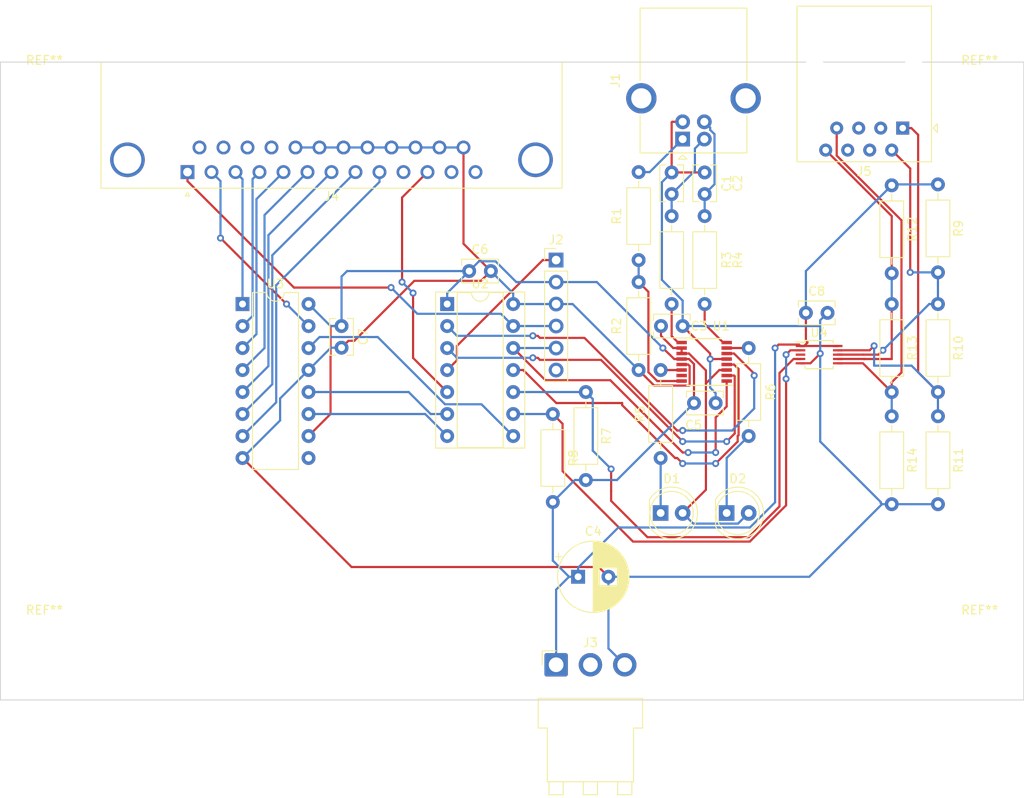
<source format=kicad_pcb>
(kicad_pcb (version 20171130) (host pcbnew "(5.1.0)-1")

  (general
    (thickness 1.6)
    (drawings 4)
    (tracks 380)
    (zones 0)
    (modules 37)
    (nets 56)
  )

  (page A4)
  (layers
    (0 F.Cu signal)
    (31 B.Cu signal)
    (32 B.Adhes user)
    (33 F.Adhes user)
    (34 B.Paste user)
    (35 F.Paste user)
    (36 B.SilkS user)
    (37 F.SilkS user)
    (38 B.Mask user)
    (39 F.Mask user)
    (40 Dwgs.User user)
    (41 Cmts.User user)
    (42 Eco1.User user)
    (43 Eco2.User user)
    (44 Edge.Cuts user)
    (45 Margin user)
    (46 B.CrtYd user)
    (47 F.CrtYd user)
    (48 B.Fab user)
    (49 F.Fab user hide)
  )

  (setup
    (last_trace_width 0.25)
    (trace_clearance 0.2)
    (zone_clearance 0.508)
    (zone_45_only no)
    (trace_min 0.2)
    (via_size 0.8)
    (via_drill 0.4)
    (via_min_size 0.4)
    (via_min_drill 0.3)
    (uvia_size 0.3)
    (uvia_drill 0.1)
    (uvias_allowed no)
    (uvia_min_size 0.2)
    (uvia_min_drill 0.1)
    (edge_width 0.05)
    (segment_width 0.2)
    (pcb_text_width 0.3)
    (pcb_text_size 1.5 1.5)
    (mod_edge_width 0.12)
    (mod_text_size 1 1)
    (mod_text_width 0.15)
    (pad_size 1.524 1.524)
    (pad_drill 0.762)
    (pad_to_mask_clearance 0.051)
    (solder_mask_min_width 0.25)
    (aux_axis_origin 0 0)
    (visible_elements 7FFFFFFF)
    (pcbplotparams
      (layerselection 0x010fc_ffffffff)
      (usegerberextensions false)
      (usegerberattributes false)
      (usegerberadvancedattributes false)
      (creategerberjobfile false)
      (excludeedgelayer true)
      (linewidth 0.100000)
      (plotframeref false)
      (viasonmask false)
      (mode 1)
      (useauxorigin false)
      (hpglpennumber 1)
      (hpglpenspeed 20)
      (hpglpendiameter 15.000000)
      (psnegative false)
      (psa4output false)
      (plotreference true)
      (plotvalue true)
      (plotinvisibletext false)
      (padsonsilk false)
      (subtractmaskfromsilk false)
      (outputformat 1)
      (mirror false)
      (drillshape 1)
      (scaleselection 1)
      (outputdirectory ""))
  )

  (net 0 "")
  (net 1 GND)
  (net 2 "Net-(C1-Pad1)")
  (net 3 "Net-(C2-Pad1)")
  (net 4 "Net-(C3-Pad1)")
  (net 5 +5V)
  (net 6 "Net-(D1-Pad1)")
  (net 7 "Net-(D2-Pad1)")
  (net 8 "Net-(J1-Pad5)")
  (net 9 "Net-(J1-Pad1)")
  (net 10 "Net-(J2-Pad6)")
  (net 11 "Net-(J2-Pad5)")
  (net 12 "Net-(J2-Pad4)")
  (net 13 "Net-(J2-Pad1)")
  (net 14 "Net-(J3-Pad2)")
  (net 15 "Net-(J4-Pad8)")
  (net 16 "Net-(J4-Pad7)")
  (net 17 "Net-(J4-Pad6)")
  (net 18 "Net-(J4-Pad5)")
  (net 19 "Net-(J4-Pad4)")
  (net 20 "Net-(J4-Pad3)")
  (net 21 "Net-(J4-Pad2)")
  (net 22 "Net-(J5-Pad8)")
  (net 23 "Net-(J5-Pad7)")
  (net 24 "Net-(J5-Pad6)")
  (net 25 "Net-(J5-Pad5)")
  (net 26 "Net-(J5-Pad4)")
  (net 27 "Net-(J5-Pad3)")
  (net 28 "Net-(J5-Pad2)")
  (net 29 "Net-(R1-Pad2)")
  (net 30 "Net-(R3-Pad1)")
  (net 31 "Net-(R4-Pad1)")
  (net 32 "Net-(U1-Pad15)")
  (net 33 "Net-(U1-Pad6)")
  (net 34 "Net-(U1-Pad4)")
  (net 35 "Net-(U1-Pad2)")
  (net 36 "Net-(U2-Pad7)")
  (net 37 "Net-(U2-Pad6)")
  (net 38 "Net-(U2-Pad8)")
  (net 39 "Net-(U3-Pad9)")
  (net 40 "Net-(U4-Pad3)")
  (net 41 "Net-(R5-Pad2)")
  (net 42 "Net-(R6-Pad2)")
  (net 43 "Net-(J4-Pad0)")
  (net 44 "Net-(J4-Pad17)")
  (net 45 "Net-(J4-Pad16)")
  (net 46 "Net-(J4-Pad15)")
  (net 47 "Net-(J4-Pad14)")
  (net 48 "Net-(J4-Pad13)")
  (net 49 "Net-(J4-Pad12)")
  (net 50 "Net-(J4-Pad11)")
  (net 51 "Net-(J4-Pad10)")
  (net 52 "Net-(J4-Pad9)")
  (net 53 "Net-(J5-Pad1)")
  (net 54 "Net-(R7-Pad1)")
  (net 55 "Net-(R8-Pad1)")

  (net_class Default "This is the default net class."
    (clearance 0.2)
    (trace_width 0.25)
    (via_dia 0.8)
    (via_drill 0.4)
    (uvia_dia 0.3)
    (uvia_drill 0.1)
    (add_net +5V)
    (add_net GND)
    (add_net "Net-(C1-Pad1)")
    (add_net "Net-(C2-Pad1)")
    (add_net "Net-(C3-Pad1)")
    (add_net "Net-(D1-Pad1)")
    (add_net "Net-(D2-Pad1)")
    (add_net "Net-(J1-Pad1)")
    (add_net "Net-(J1-Pad5)")
    (add_net "Net-(J2-Pad1)")
    (add_net "Net-(J2-Pad4)")
    (add_net "Net-(J2-Pad5)")
    (add_net "Net-(J2-Pad6)")
    (add_net "Net-(J3-Pad2)")
    (add_net "Net-(J4-Pad0)")
    (add_net "Net-(J4-Pad10)")
    (add_net "Net-(J4-Pad11)")
    (add_net "Net-(J4-Pad12)")
    (add_net "Net-(J4-Pad13)")
    (add_net "Net-(J4-Pad14)")
    (add_net "Net-(J4-Pad15)")
    (add_net "Net-(J4-Pad16)")
    (add_net "Net-(J4-Pad17)")
    (add_net "Net-(J4-Pad2)")
    (add_net "Net-(J4-Pad3)")
    (add_net "Net-(J4-Pad4)")
    (add_net "Net-(J4-Pad5)")
    (add_net "Net-(J4-Pad6)")
    (add_net "Net-(J4-Pad7)")
    (add_net "Net-(J4-Pad8)")
    (add_net "Net-(J4-Pad9)")
    (add_net "Net-(J5-Pad1)")
    (add_net "Net-(J5-Pad2)")
    (add_net "Net-(J5-Pad3)")
    (add_net "Net-(J5-Pad4)")
    (add_net "Net-(J5-Pad5)")
    (add_net "Net-(J5-Pad6)")
    (add_net "Net-(J5-Pad7)")
    (add_net "Net-(J5-Pad8)")
    (add_net "Net-(R1-Pad2)")
    (add_net "Net-(R3-Pad1)")
    (add_net "Net-(R4-Pad1)")
    (add_net "Net-(R5-Pad2)")
    (add_net "Net-(R6-Pad2)")
    (add_net "Net-(R7-Pad1)")
    (add_net "Net-(R8-Pad1)")
    (add_net "Net-(U1-Pad15)")
    (add_net "Net-(U1-Pad2)")
    (add_net "Net-(U1-Pad4)")
    (add_net "Net-(U1-Pad6)")
    (add_net "Net-(U2-Pad6)")
    (add_net "Net-(U2-Pad7)")
    (add_net "Net-(U2-Pad8)")
    (add_net "Net-(U3-Pad9)")
    (add_net "Net-(U4-Pad3)")
  )

  (module MountingHole:MountingHole_4.3mm_M4 (layer F.Cu) (tedit 56D1B4CB) (tstamp 5CA2A466)
    (at 53.34 116.84)
    (descr "Mounting Hole 4.3mm, no annular, M4")
    (tags "mounting hole 4.3mm no annular m4")
    (attr virtual)
    (fp_text reference REF** (at 0 -5.3) (layer F.SilkS)
      (effects (font (size 1 1) (thickness 0.15)))
    )
    (fp_text value MountingHole_4.3mm_M4 (at 0 5.3) (layer F.Fab)
      (effects (font (size 1 1) (thickness 0.15)))
    )
    (fp_circle (center 0 0) (end 4.55 0) (layer F.CrtYd) (width 0.05))
    (fp_circle (center 0 0) (end 4.3 0) (layer Cmts.User) (width 0.15))
    (fp_text user %R (at 0.3 0) (layer F.Fab)
      (effects (font (size 1 1) (thickness 0.15)))
    )
    (pad 1 np_thru_hole circle (at 0 0) (size 4.3 4.3) (drill 4.3) (layers *.Cu *.Mask))
  )

  (module MountingHole:MountingHole_4.3mm_M4 (layer F.Cu) (tedit 56D1B4CB) (tstamp 5CA2A449)
    (at 161.29 116.84)
    (descr "Mounting Hole 4.3mm, no annular, M4")
    (tags "mounting hole 4.3mm no annular m4")
    (attr virtual)
    (fp_text reference REF** (at 0 -5.3) (layer F.SilkS)
      (effects (font (size 1 1) (thickness 0.15)))
    )
    (fp_text value MountingHole_4.3mm_M4 (at 0 5.3) (layer F.Fab)
      (effects (font (size 1 1) (thickness 0.15)))
    )
    (fp_circle (center 0 0) (end 4.55 0) (layer F.CrtYd) (width 0.05))
    (fp_circle (center 0 0) (end 4.3 0) (layer Cmts.User) (width 0.15))
    (fp_text user %R (at 0.3 0) (layer F.Fab)
      (effects (font (size 1 1) (thickness 0.15)))
    )
    (pad 1 np_thru_hole circle (at 0 0) (size 4.3 4.3) (drill 4.3) (layers *.Cu *.Mask))
  )

  (module MountingHole:MountingHole_4.3mm_M4 (layer F.Cu) (tedit 56D1B4CB) (tstamp 5CA2A42C)
    (at 161.29 53.34)
    (descr "Mounting Hole 4.3mm, no annular, M4")
    (tags "mounting hole 4.3mm no annular m4")
    (attr virtual)
    (fp_text reference REF** (at 0 -5.3) (layer F.SilkS)
      (effects (font (size 1 1) (thickness 0.15)))
    )
    (fp_text value MountingHole_4.3mm_M4 (at 0 5.3) (layer F.Fab)
      (effects (font (size 1 1) (thickness 0.15)))
    )
    (fp_circle (center 0 0) (end 4.55 0) (layer F.CrtYd) (width 0.05))
    (fp_circle (center 0 0) (end 4.3 0) (layer Cmts.User) (width 0.15))
    (fp_text user %R (at 0.3 0) (layer F.Fab)
      (effects (font (size 1 1) (thickness 0.15)))
    )
    (pad 1 np_thru_hole circle (at 0 0) (size 4.3 4.3) (drill 4.3) (layers *.Cu *.Mask))
  )

  (module MountingHole:MountingHole_4.3mm_M4 (layer F.Cu) (tedit 56D1B4CB) (tstamp 5CA2A40F)
    (at 53.34 53.34)
    (descr "Mounting Hole 4.3mm, no annular, M4")
    (tags "mounting hole 4.3mm no annular m4")
    (attr virtual)
    (fp_text reference REF** (at 0 -5.3) (layer F.SilkS)
      (effects (font (size 1 1) (thickness 0.15)))
    )
    (fp_text value MountingHole_4.3mm_M4 (at 0 5.3) (layer F.Fab)
      (effects (font (size 1 1) (thickness 0.15)))
    )
    (fp_circle (center 0 0) (end 4.55 0) (layer F.CrtYd) (width 0.05))
    (fp_circle (center 0 0) (end 4.3 0) (layer Cmts.User) (width 0.15))
    (fp_text user %R (at 0.3 0) (layer F.Fab)
      (effects (font (size 1 1) (thickness 0.15)))
    )
    (pad 1 np_thru_hole circle (at 0 0) (size 4.3 4.3) (drill 4.3) (layers *.Cu *.Mask))
  )

  (module Resistor_THT:R_Axial_DIN0207_L6.3mm_D2.5mm_P10.16mm_Horizontal (layer F.Cu) (tedit 5AE5139B) (tstamp 5CA288CA)
    (at 151.13 89.154 270)
    (descr "Resistor, Axial_DIN0207 series, Axial, Horizontal, pin pitch=10.16mm, 0.25W = 1/4W, length*diameter=6.3*2.5mm^2, http://cdn-reichelt.de/documents/datenblatt/B400/1_4W%23YAG.pdf")
    (tags "Resistor Axial_DIN0207 series Axial Horizontal pin pitch 10.16mm 0.25W = 1/4W length 6.3mm diameter 2.5mm")
    (path /5CA5F740)
    (fp_text reference R14 (at 5.08 -2.37 270) (layer F.SilkS)
      (effects (font (size 1 1) (thickness 0.15)))
    )
    (fp_text value 600 (at 5.08 2.37 270) (layer F.Fab)
      (effects (font (size 1 1) (thickness 0.15)))
    )
    (fp_text user %R (at 5.08 0 270) (layer F.Fab)
      (effects (font (size 1 1) (thickness 0.15)))
    )
    (fp_line (start 11.21 -1.5) (end -1.05 -1.5) (layer F.CrtYd) (width 0.05))
    (fp_line (start 11.21 1.5) (end 11.21 -1.5) (layer F.CrtYd) (width 0.05))
    (fp_line (start -1.05 1.5) (end 11.21 1.5) (layer F.CrtYd) (width 0.05))
    (fp_line (start -1.05 -1.5) (end -1.05 1.5) (layer F.CrtYd) (width 0.05))
    (fp_line (start 9.12 0) (end 8.35 0) (layer F.SilkS) (width 0.12))
    (fp_line (start 1.04 0) (end 1.81 0) (layer F.SilkS) (width 0.12))
    (fp_line (start 8.35 -1.37) (end 1.81 -1.37) (layer F.SilkS) (width 0.12))
    (fp_line (start 8.35 1.37) (end 8.35 -1.37) (layer F.SilkS) (width 0.12))
    (fp_line (start 1.81 1.37) (end 8.35 1.37) (layer F.SilkS) (width 0.12))
    (fp_line (start 1.81 -1.37) (end 1.81 1.37) (layer F.SilkS) (width 0.12))
    (fp_line (start 10.16 0) (end 8.23 0) (layer F.Fab) (width 0.1))
    (fp_line (start 0 0) (end 1.93 0) (layer F.Fab) (width 0.1))
    (fp_line (start 8.23 -1.25) (end 1.93 -1.25) (layer F.Fab) (width 0.1))
    (fp_line (start 8.23 1.25) (end 8.23 -1.25) (layer F.Fab) (width 0.1))
    (fp_line (start 1.93 1.25) (end 8.23 1.25) (layer F.Fab) (width 0.1))
    (fp_line (start 1.93 -1.25) (end 1.93 1.25) (layer F.Fab) (width 0.1))
    (pad 2 thru_hole oval (at 10.16 0 270) (size 1.6 1.6) (drill 0.8) (layers *.Cu *.Mask)
      (net 1 GND))
    (pad 1 thru_hole circle (at 0 0 270) (size 1.6 1.6) (drill 0.8) (layers *.Cu *.Mask)
      (net 23 "Net-(J5-Pad7)"))
    (model ${KISYS3DMOD}/Resistor_THT.3dshapes/R_Axial_DIN0207_L6.3mm_D2.5mm_P10.16mm_Horizontal.wrl
      (at (xyz 0 0 0))
      (scale (xyz 1 1 1))
      (rotate (xyz 0 0 0))
    )
  )

  (module Resistor_THT:R_Axial_DIN0207_L6.3mm_D2.5mm_P10.16mm_Horizontal (layer F.Cu) (tedit 5AE5139B) (tstamp 5CA288B3)
    (at 151.13 76.2 270)
    (descr "Resistor, Axial_DIN0207 series, Axial, Horizontal, pin pitch=10.16mm, 0.25W = 1/4W, length*diameter=6.3*2.5mm^2, http://cdn-reichelt.de/documents/datenblatt/B400/1_4W%23YAG.pdf")
    (tags "Resistor Axial_DIN0207 series Axial Horizontal pin pitch 10.16mm 0.25W = 1/4W length 6.3mm diameter 2.5mm")
    (path /5CA5EA19)
    (fp_text reference R13 (at 5.08 -2.37 270) (layer F.SilkS)
      (effects (font (size 1 1) (thickness 0.15)))
    )
    (fp_text value 120 (at 5.08 2.37 270) (layer F.Fab)
      (effects (font (size 1 1) (thickness 0.15)))
    )
    (fp_text user %R (at 5.08 0 270) (layer F.Fab)
      (effects (font (size 1 1) (thickness 0.15)))
    )
    (fp_line (start 11.21 -1.5) (end -1.05 -1.5) (layer F.CrtYd) (width 0.05))
    (fp_line (start 11.21 1.5) (end 11.21 -1.5) (layer F.CrtYd) (width 0.05))
    (fp_line (start -1.05 1.5) (end 11.21 1.5) (layer F.CrtYd) (width 0.05))
    (fp_line (start -1.05 -1.5) (end -1.05 1.5) (layer F.CrtYd) (width 0.05))
    (fp_line (start 9.12 0) (end 8.35 0) (layer F.SilkS) (width 0.12))
    (fp_line (start 1.04 0) (end 1.81 0) (layer F.SilkS) (width 0.12))
    (fp_line (start 8.35 -1.37) (end 1.81 -1.37) (layer F.SilkS) (width 0.12))
    (fp_line (start 8.35 1.37) (end 8.35 -1.37) (layer F.SilkS) (width 0.12))
    (fp_line (start 1.81 1.37) (end 8.35 1.37) (layer F.SilkS) (width 0.12))
    (fp_line (start 1.81 -1.37) (end 1.81 1.37) (layer F.SilkS) (width 0.12))
    (fp_line (start 10.16 0) (end 8.23 0) (layer F.Fab) (width 0.1))
    (fp_line (start 0 0) (end 1.93 0) (layer F.Fab) (width 0.1))
    (fp_line (start 8.23 -1.25) (end 1.93 -1.25) (layer F.Fab) (width 0.1))
    (fp_line (start 8.23 1.25) (end 8.23 -1.25) (layer F.Fab) (width 0.1))
    (fp_line (start 1.93 1.25) (end 8.23 1.25) (layer F.Fab) (width 0.1))
    (fp_line (start 1.93 -1.25) (end 1.93 1.25) (layer F.Fab) (width 0.1))
    (pad 2 thru_hole oval (at 10.16 0 270) (size 1.6 1.6) (drill 0.8) (layers *.Cu *.Mask)
      (net 23 "Net-(J5-Pad7)"))
    (pad 1 thru_hole circle (at 0 0 270) (size 1.6 1.6) (drill 0.8) (layers *.Cu *.Mask)
      (net 22 "Net-(J5-Pad8)"))
    (model ${KISYS3DMOD}/Resistor_THT.3dshapes/R_Axial_DIN0207_L6.3mm_D2.5mm_P10.16mm_Horizontal.wrl
      (at (xyz 0 0 0))
      (scale (xyz 1 1 1))
      (rotate (xyz 0 0 0))
    )
  )

  (module Resistor_THT:R_Axial_DIN0207_L6.3mm_D2.5mm_P10.16mm_Horizontal (layer F.Cu) (tedit 5AE5139B) (tstamp 5CA2889C)
    (at 151.13 62.484 270)
    (descr "Resistor, Axial_DIN0207 series, Axial, Horizontal, pin pitch=10.16mm, 0.25W = 1/4W, length*diameter=6.3*2.5mm^2, http://cdn-reichelt.de/documents/datenblatt/B400/1_4W%23YAG.pdf")
    (tags "Resistor Axial_DIN0207 series Axial Horizontal pin pitch 10.16mm 0.25W = 1/4W length 6.3mm diameter 2.5mm")
    (path /5CA600AF)
    (fp_text reference R12 (at 5.08 -2.37 270) (layer F.SilkS)
      (effects (font (size 1 1) (thickness 0.15)))
    )
    (fp_text value 600 (at 5.08 2.37 270) (layer F.Fab)
      (effects (font (size 1 1) (thickness 0.15)))
    )
    (fp_text user %R (at 5.08 0 270) (layer F.Fab)
      (effects (font (size 1 1) (thickness 0.15)))
    )
    (fp_line (start 11.21 -1.5) (end -1.05 -1.5) (layer F.CrtYd) (width 0.05))
    (fp_line (start 11.21 1.5) (end 11.21 -1.5) (layer F.CrtYd) (width 0.05))
    (fp_line (start -1.05 1.5) (end 11.21 1.5) (layer F.CrtYd) (width 0.05))
    (fp_line (start -1.05 -1.5) (end -1.05 1.5) (layer F.CrtYd) (width 0.05))
    (fp_line (start 9.12 0) (end 8.35 0) (layer F.SilkS) (width 0.12))
    (fp_line (start 1.04 0) (end 1.81 0) (layer F.SilkS) (width 0.12))
    (fp_line (start 8.35 -1.37) (end 1.81 -1.37) (layer F.SilkS) (width 0.12))
    (fp_line (start 8.35 1.37) (end 8.35 -1.37) (layer F.SilkS) (width 0.12))
    (fp_line (start 1.81 1.37) (end 8.35 1.37) (layer F.SilkS) (width 0.12))
    (fp_line (start 1.81 -1.37) (end 1.81 1.37) (layer F.SilkS) (width 0.12))
    (fp_line (start 10.16 0) (end 8.23 0) (layer F.Fab) (width 0.1))
    (fp_line (start 0 0) (end 1.93 0) (layer F.Fab) (width 0.1))
    (fp_line (start 8.23 -1.25) (end 1.93 -1.25) (layer F.Fab) (width 0.1))
    (fp_line (start 8.23 1.25) (end 8.23 -1.25) (layer F.Fab) (width 0.1))
    (fp_line (start 1.93 1.25) (end 8.23 1.25) (layer F.Fab) (width 0.1))
    (fp_line (start 1.93 -1.25) (end 1.93 1.25) (layer F.Fab) (width 0.1))
    (pad 2 thru_hole oval (at 10.16 0 270) (size 1.6 1.6) (drill 0.8) (layers *.Cu *.Mask)
      (net 22 "Net-(J5-Pad8)"))
    (pad 1 thru_hole circle (at 0 0 270) (size 1.6 1.6) (drill 0.8) (layers *.Cu *.Mask)
      (net 5 +5V))
    (model ${KISYS3DMOD}/Resistor_THT.3dshapes/R_Axial_DIN0207_L6.3mm_D2.5mm_P10.16mm_Horizontal.wrl
      (at (xyz 0 0 0))
      (scale (xyz 1 1 1))
      (rotate (xyz 0 0 0))
    )
  )

  (module Resistor_THT:R_Axial_DIN0207_L6.3mm_D2.5mm_P10.16mm_Horizontal (layer F.Cu) (tedit 5AE5139B) (tstamp 5CA28885)
    (at 156.464 89.154 270)
    (descr "Resistor, Axial_DIN0207 series, Axial, Horizontal, pin pitch=10.16mm, 0.25W = 1/4W, length*diameter=6.3*2.5mm^2, http://cdn-reichelt.de/documents/datenblatt/B400/1_4W%23YAG.pdf")
    (tags "Resistor Axial_DIN0207 series Axial Horizontal pin pitch 10.16mm 0.25W = 1/4W length 6.3mm diameter 2.5mm")
    (path /5CA5F24C)
    (fp_text reference R11 (at 5.08 -2.37 270) (layer F.SilkS)
      (effects (font (size 1 1) (thickness 0.15)))
    )
    (fp_text value 600 (at 5.08 2.37 270) (layer F.Fab)
      (effects (font (size 1 1) (thickness 0.15)))
    )
    (fp_text user %R (at 5.08 0 270) (layer F.Fab)
      (effects (font (size 1 1) (thickness 0.15)))
    )
    (fp_line (start 11.21 -1.5) (end -1.05 -1.5) (layer F.CrtYd) (width 0.05))
    (fp_line (start 11.21 1.5) (end 11.21 -1.5) (layer F.CrtYd) (width 0.05))
    (fp_line (start -1.05 1.5) (end 11.21 1.5) (layer F.CrtYd) (width 0.05))
    (fp_line (start -1.05 -1.5) (end -1.05 1.5) (layer F.CrtYd) (width 0.05))
    (fp_line (start 9.12 0) (end 8.35 0) (layer F.SilkS) (width 0.12))
    (fp_line (start 1.04 0) (end 1.81 0) (layer F.SilkS) (width 0.12))
    (fp_line (start 8.35 -1.37) (end 1.81 -1.37) (layer F.SilkS) (width 0.12))
    (fp_line (start 8.35 1.37) (end 8.35 -1.37) (layer F.SilkS) (width 0.12))
    (fp_line (start 1.81 1.37) (end 8.35 1.37) (layer F.SilkS) (width 0.12))
    (fp_line (start 1.81 -1.37) (end 1.81 1.37) (layer F.SilkS) (width 0.12))
    (fp_line (start 10.16 0) (end 8.23 0) (layer F.Fab) (width 0.1))
    (fp_line (start 0 0) (end 1.93 0) (layer F.Fab) (width 0.1))
    (fp_line (start 8.23 -1.25) (end 1.93 -1.25) (layer F.Fab) (width 0.1))
    (fp_line (start 8.23 1.25) (end 8.23 -1.25) (layer F.Fab) (width 0.1))
    (fp_line (start 1.93 1.25) (end 8.23 1.25) (layer F.Fab) (width 0.1))
    (fp_line (start 1.93 -1.25) (end 1.93 1.25) (layer F.Fab) (width 0.1))
    (pad 2 thru_hole oval (at 10.16 0 270) (size 1.6 1.6) (drill 0.8) (layers *.Cu *.Mask)
      (net 1 GND))
    (pad 1 thru_hole circle (at 0 0 270) (size 1.6 1.6) (drill 0.8) (layers *.Cu *.Mask)
      (net 53 "Net-(J5-Pad1)"))
    (model ${KISYS3DMOD}/Resistor_THT.3dshapes/R_Axial_DIN0207_L6.3mm_D2.5mm_P10.16mm_Horizontal.wrl
      (at (xyz 0 0 0))
      (scale (xyz 1 1 1))
      (rotate (xyz 0 0 0))
    )
  )

  (module Resistor_THT:R_Axial_DIN0207_L6.3mm_D2.5mm_P10.16mm_Horizontal (layer F.Cu) (tedit 5AE5139B) (tstamp 5CA2886E)
    (at 156.464 76.2 270)
    (descr "Resistor, Axial_DIN0207 series, Axial, Horizontal, pin pitch=10.16mm, 0.25W = 1/4W, length*diameter=6.3*2.5mm^2, http://cdn-reichelt.de/documents/datenblatt/B400/1_4W%23YAG.pdf")
    (tags "Resistor Axial_DIN0207 series Axial Horizontal pin pitch 10.16mm 0.25W = 1/4W length 6.3mm diameter 2.5mm")
    (path /5CA5DAEB)
    (fp_text reference R10 (at 5.08 -2.37 270) (layer F.SilkS)
      (effects (font (size 1 1) (thickness 0.15)))
    )
    (fp_text value 120 (at 5.08 2.37 270) (layer F.Fab)
      (effects (font (size 1 1) (thickness 0.15)))
    )
    (fp_text user %R (at 5.08 0 270) (layer F.Fab)
      (effects (font (size 1 1) (thickness 0.15)))
    )
    (fp_line (start 11.21 -1.5) (end -1.05 -1.5) (layer F.CrtYd) (width 0.05))
    (fp_line (start 11.21 1.5) (end 11.21 -1.5) (layer F.CrtYd) (width 0.05))
    (fp_line (start -1.05 1.5) (end 11.21 1.5) (layer F.CrtYd) (width 0.05))
    (fp_line (start -1.05 -1.5) (end -1.05 1.5) (layer F.CrtYd) (width 0.05))
    (fp_line (start 9.12 0) (end 8.35 0) (layer F.SilkS) (width 0.12))
    (fp_line (start 1.04 0) (end 1.81 0) (layer F.SilkS) (width 0.12))
    (fp_line (start 8.35 -1.37) (end 1.81 -1.37) (layer F.SilkS) (width 0.12))
    (fp_line (start 8.35 1.37) (end 8.35 -1.37) (layer F.SilkS) (width 0.12))
    (fp_line (start 1.81 1.37) (end 8.35 1.37) (layer F.SilkS) (width 0.12))
    (fp_line (start 1.81 -1.37) (end 1.81 1.37) (layer F.SilkS) (width 0.12))
    (fp_line (start 10.16 0) (end 8.23 0) (layer F.Fab) (width 0.1))
    (fp_line (start 0 0) (end 1.93 0) (layer F.Fab) (width 0.1))
    (fp_line (start 8.23 -1.25) (end 1.93 -1.25) (layer F.Fab) (width 0.1))
    (fp_line (start 8.23 1.25) (end 8.23 -1.25) (layer F.Fab) (width 0.1))
    (fp_line (start 1.93 1.25) (end 8.23 1.25) (layer F.Fab) (width 0.1))
    (fp_line (start 1.93 -1.25) (end 1.93 1.25) (layer F.Fab) (width 0.1))
    (pad 2 thru_hole oval (at 10.16 0 270) (size 1.6 1.6) (drill 0.8) (layers *.Cu *.Mask)
      (net 53 "Net-(J5-Pad1)"))
    (pad 1 thru_hole circle (at 0 0 270) (size 1.6 1.6) (drill 0.8) (layers *.Cu *.Mask)
      (net 28 "Net-(J5-Pad2)"))
    (model ${KISYS3DMOD}/Resistor_THT.3dshapes/R_Axial_DIN0207_L6.3mm_D2.5mm_P10.16mm_Horizontal.wrl
      (at (xyz 0 0 0))
      (scale (xyz 1 1 1))
      (rotate (xyz 0 0 0))
    )
  )

  (module Resistor_THT:R_Axial_DIN0207_L6.3mm_D2.5mm_P10.16mm_Horizontal (layer F.Cu) (tedit 5AE5139B) (tstamp 5CA28857)
    (at 156.464 62.382 270)
    (descr "Resistor, Axial_DIN0207 series, Axial, Horizontal, pin pitch=10.16mm, 0.25W = 1/4W, length*diameter=6.3*2.5mm^2, http://cdn-reichelt.de/documents/datenblatt/B400/1_4W%23YAG.pdf")
    (tags "Resistor Axial_DIN0207 series Axial Horizontal pin pitch 10.16mm 0.25W = 1/4W length 6.3mm diameter 2.5mm")
    (path /5CA5FBFF)
    (fp_text reference R9 (at 5.08 -2.37 270) (layer F.SilkS)
      (effects (font (size 1 1) (thickness 0.15)))
    )
    (fp_text value 600 (at 5.08 2.37 270) (layer F.Fab)
      (effects (font (size 1 1) (thickness 0.15)))
    )
    (fp_text user %R (at 5.08 0 270) (layer F.Fab)
      (effects (font (size 1 1) (thickness 0.15)))
    )
    (fp_line (start 11.21 -1.5) (end -1.05 -1.5) (layer F.CrtYd) (width 0.05))
    (fp_line (start 11.21 1.5) (end 11.21 -1.5) (layer F.CrtYd) (width 0.05))
    (fp_line (start -1.05 1.5) (end 11.21 1.5) (layer F.CrtYd) (width 0.05))
    (fp_line (start -1.05 -1.5) (end -1.05 1.5) (layer F.CrtYd) (width 0.05))
    (fp_line (start 9.12 0) (end 8.35 0) (layer F.SilkS) (width 0.12))
    (fp_line (start 1.04 0) (end 1.81 0) (layer F.SilkS) (width 0.12))
    (fp_line (start 8.35 -1.37) (end 1.81 -1.37) (layer F.SilkS) (width 0.12))
    (fp_line (start 8.35 1.37) (end 8.35 -1.37) (layer F.SilkS) (width 0.12))
    (fp_line (start 1.81 1.37) (end 8.35 1.37) (layer F.SilkS) (width 0.12))
    (fp_line (start 1.81 -1.37) (end 1.81 1.37) (layer F.SilkS) (width 0.12))
    (fp_line (start 10.16 0) (end 8.23 0) (layer F.Fab) (width 0.1))
    (fp_line (start 0 0) (end 1.93 0) (layer F.Fab) (width 0.1))
    (fp_line (start 8.23 -1.25) (end 1.93 -1.25) (layer F.Fab) (width 0.1))
    (fp_line (start 8.23 1.25) (end 8.23 -1.25) (layer F.Fab) (width 0.1))
    (fp_line (start 1.93 1.25) (end 8.23 1.25) (layer F.Fab) (width 0.1))
    (fp_line (start 1.93 -1.25) (end 1.93 1.25) (layer F.Fab) (width 0.1))
    (pad 2 thru_hole oval (at 10.16 0 270) (size 1.6 1.6) (drill 0.8) (layers *.Cu *.Mask)
      (net 28 "Net-(J5-Pad2)"))
    (pad 1 thru_hole circle (at 0 0 270) (size 1.6 1.6) (drill 0.8) (layers *.Cu *.Mask)
      (net 5 +5V))
    (model ${KISYS3DMOD}/Resistor_THT.3dshapes/R_Axial_DIN0207_L6.3mm_D2.5mm_P10.16mm_Horizontal.wrl
      (at (xyz 0 0 0))
      (scale (xyz 1 1 1))
      (rotate (xyz 0 0 0))
    )
  )

  (module Resistor_THT:R_Axial_DIN0207_L6.3mm_D2.5mm_P10.16mm_Horizontal (layer F.Cu) (tedit 5AE5139B) (tstamp 5CA28840)
    (at 112.014 88.9 270)
    (descr "Resistor, Axial_DIN0207 series, Axial, Horizontal, pin pitch=10.16mm, 0.25W = 1/4W, length*diameter=6.3*2.5mm^2, http://cdn-reichelt.de/documents/datenblatt/B400/1_4W%23YAG.pdf")
    (tags "Resistor Axial_DIN0207 series Axial Horizontal pin pitch 10.16mm 0.25W = 1/4W length 6.3mm diameter 2.5mm")
    (path /5CA4F489)
    (fp_text reference R8 (at 5.08 -2.37 270) (layer F.SilkS)
      (effects (font (size 1 1) (thickness 0.15)))
    )
    (fp_text value 2k (at 5.08 2.37 270) (layer F.Fab)
      (effects (font (size 1 1) (thickness 0.15)))
    )
    (fp_text user %R (at 5.08 0 270) (layer F.Fab)
      (effects (font (size 1 1) (thickness 0.15)))
    )
    (fp_line (start 11.21 -1.5) (end -1.05 -1.5) (layer F.CrtYd) (width 0.05))
    (fp_line (start 11.21 1.5) (end 11.21 -1.5) (layer F.CrtYd) (width 0.05))
    (fp_line (start -1.05 1.5) (end 11.21 1.5) (layer F.CrtYd) (width 0.05))
    (fp_line (start -1.05 -1.5) (end -1.05 1.5) (layer F.CrtYd) (width 0.05))
    (fp_line (start 9.12 0) (end 8.35 0) (layer F.SilkS) (width 0.12))
    (fp_line (start 1.04 0) (end 1.81 0) (layer F.SilkS) (width 0.12))
    (fp_line (start 8.35 -1.37) (end 1.81 -1.37) (layer F.SilkS) (width 0.12))
    (fp_line (start 8.35 1.37) (end 8.35 -1.37) (layer F.SilkS) (width 0.12))
    (fp_line (start 1.81 1.37) (end 8.35 1.37) (layer F.SilkS) (width 0.12))
    (fp_line (start 1.81 -1.37) (end 1.81 1.37) (layer F.SilkS) (width 0.12))
    (fp_line (start 10.16 0) (end 8.23 0) (layer F.Fab) (width 0.1))
    (fp_line (start 0 0) (end 1.93 0) (layer F.Fab) (width 0.1))
    (fp_line (start 8.23 -1.25) (end 1.93 -1.25) (layer F.Fab) (width 0.1))
    (fp_line (start 8.23 1.25) (end 8.23 -1.25) (layer F.Fab) (width 0.1))
    (fp_line (start 1.93 1.25) (end 8.23 1.25) (layer F.Fab) (width 0.1))
    (fp_line (start 1.93 -1.25) (end 1.93 1.25) (layer F.Fab) (width 0.1))
    (pad 2 thru_hole oval (at 10.16 0 270) (size 1.6 1.6) (drill 0.8) (layers *.Cu *.Mask)
      (net 5 +5V))
    (pad 1 thru_hole circle (at 0 0 270) (size 1.6 1.6) (drill 0.8) (layers *.Cu *.Mask)
      (net 55 "Net-(R8-Pad1)"))
    (model ${KISYS3DMOD}/Resistor_THT.3dshapes/R_Axial_DIN0207_L6.3mm_D2.5mm_P10.16mm_Horizontal.wrl
      (at (xyz 0 0 0))
      (scale (xyz 1 1 1))
      (rotate (xyz 0 0 0))
    )
  )

  (module Resistor_THT:R_Axial_DIN0207_L6.3mm_D2.5mm_P10.16mm_Horizontal (layer F.Cu) (tedit 5AE5139B) (tstamp 5CA28829)
    (at 115.824 86.36 270)
    (descr "Resistor, Axial_DIN0207 series, Axial, Horizontal, pin pitch=10.16mm, 0.25W = 1/4W, length*diameter=6.3*2.5mm^2, http://cdn-reichelt.de/documents/datenblatt/B400/1_4W%23YAG.pdf")
    (tags "Resistor Axial_DIN0207 series Axial Horizontal pin pitch 10.16mm 0.25W = 1/4W length 6.3mm diameter 2.5mm")
    (path /5CA4FC6D)
    (fp_text reference R7 (at 5.08 -2.37 270) (layer F.SilkS)
      (effects (font (size 1 1) (thickness 0.15)))
    )
    (fp_text value 2k (at 5.08 2.37 270) (layer F.Fab)
      (effects (font (size 1 1) (thickness 0.15)))
    )
    (fp_text user %R (at 5.08 0 270) (layer F.Fab)
      (effects (font (size 1 1) (thickness 0.15)))
    )
    (fp_line (start 11.21 -1.5) (end -1.05 -1.5) (layer F.CrtYd) (width 0.05))
    (fp_line (start 11.21 1.5) (end 11.21 -1.5) (layer F.CrtYd) (width 0.05))
    (fp_line (start -1.05 1.5) (end 11.21 1.5) (layer F.CrtYd) (width 0.05))
    (fp_line (start -1.05 -1.5) (end -1.05 1.5) (layer F.CrtYd) (width 0.05))
    (fp_line (start 9.12 0) (end 8.35 0) (layer F.SilkS) (width 0.12))
    (fp_line (start 1.04 0) (end 1.81 0) (layer F.SilkS) (width 0.12))
    (fp_line (start 8.35 -1.37) (end 1.81 -1.37) (layer F.SilkS) (width 0.12))
    (fp_line (start 8.35 1.37) (end 8.35 -1.37) (layer F.SilkS) (width 0.12))
    (fp_line (start 1.81 1.37) (end 8.35 1.37) (layer F.SilkS) (width 0.12))
    (fp_line (start 1.81 -1.37) (end 1.81 1.37) (layer F.SilkS) (width 0.12))
    (fp_line (start 10.16 0) (end 8.23 0) (layer F.Fab) (width 0.1))
    (fp_line (start 0 0) (end 1.93 0) (layer F.Fab) (width 0.1))
    (fp_line (start 8.23 -1.25) (end 1.93 -1.25) (layer F.Fab) (width 0.1))
    (fp_line (start 8.23 1.25) (end 8.23 -1.25) (layer F.Fab) (width 0.1))
    (fp_line (start 1.93 1.25) (end 8.23 1.25) (layer F.Fab) (width 0.1))
    (fp_line (start 1.93 -1.25) (end 1.93 1.25) (layer F.Fab) (width 0.1))
    (pad 2 thru_hole oval (at 10.16 0 270) (size 1.6 1.6) (drill 0.8) (layers *.Cu *.Mask)
      (net 5 +5V))
    (pad 1 thru_hole circle (at 0 0 270) (size 1.6 1.6) (drill 0.8) (layers *.Cu *.Mask)
      (net 54 "Net-(R7-Pad1)"))
    (model ${KISYS3DMOD}/Resistor_THT.3dshapes/R_Axial_DIN0207_L6.3mm_D2.5mm_P10.16mm_Horizontal.wrl
      (at (xyz 0 0 0))
      (scale (xyz 1 1 1))
      (rotate (xyz 0 0 0))
    )
  )

  (module Connector_Dsub:DSUB-25_Female_Horizontal_P2.77x2.84mm_EdgePinOffset9.90mm_Housed_MountingHolesOffset11.32mm (layer F.Cu) (tedit 59FEDEE2) (tstamp 5C9F2906)
    (at 69.85 60.96 180)
    (descr "25-pin D-Sub connector, horizontal/angled (90 deg), THT-mount, female, pitch 2.77x2.84mm, pin-PCB-offset 9.9mm, distance of mounting holes 47.1mm, distance of mounting holes to PCB edge 11.32mm, see https://disti-assets.s3.amazonaws.com/tonar/files/datasheets/16730.pdf")
    (tags "25-pin D-Sub connector horizontal angled 90deg THT female pitch 2.77x2.84mm pin-PCB-offset 9.9mm mounting-holes-distance 47.1mm mounting-hole-offset 47.1mm")
    (path /5C95ABBC)
    (fp_text reference J4 (at -16.62 -2.8 180) (layer F.SilkS)
      (effects (font (size 1 1) (thickness 0.15)))
    )
    (fp_text value DB25_Female_MountingHoles (at -16.62 20.81 180) (layer F.Fab)
      (effects (font (size 1 1) (thickness 0.15)))
    )
    (fp_text user %R (at -16.62 16.225 180) (layer F.Fab)
      (effects (font (size 1 1) (thickness 0.15)))
    )
    (fp_line (start 10.45 -2.35) (end -43.7 -2.35) (layer F.CrtYd) (width 0.05))
    (fp_line (start 10.45 19.85) (end 10.45 -2.35) (layer F.CrtYd) (width 0.05))
    (fp_line (start -43.7 19.85) (end 10.45 19.85) (layer F.CrtYd) (width 0.05))
    (fp_line (start -43.7 -2.35) (end -43.7 19.85) (layer F.CrtYd) (width 0.05))
    (fp_line (start 0 -2.321325) (end -0.25 -2.754338) (layer F.SilkS) (width 0.12))
    (fp_line (start 0.25 -2.754338) (end 0 -2.321325) (layer F.SilkS) (width 0.12))
    (fp_line (start -0.25 -2.754338) (end 0.25 -2.754338) (layer F.SilkS) (width 0.12))
    (fp_line (start 9.99 -1.86) (end 9.99 12.68) (layer F.SilkS) (width 0.12))
    (fp_line (start -43.23 -1.86) (end 9.99 -1.86) (layer F.SilkS) (width 0.12))
    (fp_line (start -43.23 12.68) (end -43.23 -1.86) (layer F.SilkS) (width 0.12))
    (fp_line (start 8.53 12.74) (end 8.53 1.42) (layer F.Fab) (width 0.1))
    (fp_line (start 5.33 12.74) (end 5.33 1.42) (layer F.Fab) (width 0.1))
    (fp_line (start -38.57 12.74) (end -38.57 1.42) (layer F.Fab) (width 0.1))
    (fp_line (start -41.77 12.74) (end -41.77 1.42) (layer F.Fab) (width 0.1))
    (fp_line (start 9.43 13.14) (end 4.43 13.14) (layer F.Fab) (width 0.1))
    (fp_line (start 9.43 18.14) (end 9.43 13.14) (layer F.Fab) (width 0.1))
    (fp_line (start 4.43 18.14) (end 9.43 18.14) (layer F.Fab) (width 0.1))
    (fp_line (start 4.43 13.14) (end 4.43 18.14) (layer F.Fab) (width 0.1))
    (fp_line (start -37.67 13.14) (end -42.67 13.14) (layer F.Fab) (width 0.1))
    (fp_line (start -37.67 18.14) (end -37.67 13.14) (layer F.Fab) (width 0.1))
    (fp_line (start -42.67 18.14) (end -37.67 18.14) (layer F.Fab) (width 0.1))
    (fp_line (start -42.67 13.14) (end -42.67 18.14) (layer F.Fab) (width 0.1))
    (fp_line (start 2.53 13.14) (end -35.77 13.14) (layer F.Fab) (width 0.1))
    (fp_line (start 2.53 19.31) (end 2.53 13.14) (layer F.Fab) (width 0.1))
    (fp_line (start -35.77 19.31) (end 2.53 19.31) (layer F.Fab) (width 0.1))
    (fp_line (start -35.77 13.14) (end -35.77 19.31) (layer F.Fab) (width 0.1))
    (fp_line (start 9.93 12.74) (end -43.17 12.74) (layer F.Fab) (width 0.1))
    (fp_line (start 9.93 13.14) (end 9.93 12.74) (layer F.Fab) (width 0.1))
    (fp_line (start -43.17 13.14) (end 9.93 13.14) (layer F.Fab) (width 0.1))
    (fp_line (start -43.17 12.74) (end -43.17 13.14) (layer F.Fab) (width 0.1))
    (fp_line (start 9.93 -1.8) (end -43.17 -1.8) (layer F.Fab) (width 0.1))
    (fp_line (start 9.93 12.74) (end 9.93 -1.8) (layer F.Fab) (width 0.1))
    (fp_line (start -43.17 12.74) (end 9.93 12.74) (layer F.Fab) (width 0.1))
    (fp_line (start -43.17 -1.8) (end -43.17 12.74) (layer F.Fab) (width 0.1))
    (fp_arc (start 6.93 1.42) (end 5.33 1.42) (angle 180) (layer F.Fab) (width 0.1))
    (fp_arc (start -40.17 1.42) (end -41.77 1.42) (angle 180) (layer F.Fab) (width 0.1))
    (pad 0 thru_hole circle (at 6.93 1.42 180) (size 4 4) (drill 3.2) (layers *.Cu *.Mask)
      (net 43 "Net-(J4-Pad0)"))
    (pad 0 thru_hole circle (at -40.17 1.42 180) (size 4 4) (drill 3.2) (layers *.Cu *.Mask)
      (net 43 "Net-(J4-Pad0)"))
    (pad 25 thru_hole circle (at -31.855 2.84 180) (size 1.6 1.6) (drill 1) (layers *.Cu *.Mask)
      (net 1 GND))
    (pad 24 thru_hole circle (at -29.085 2.84 180) (size 1.6 1.6) (drill 1) (layers *.Cu *.Mask)
      (net 1 GND))
    (pad 23 thru_hole circle (at -26.315 2.84 180) (size 1.6 1.6) (drill 1) (layers *.Cu *.Mask)
      (net 1 GND))
    (pad 22 thru_hole circle (at -23.545 2.84 180) (size 1.6 1.6) (drill 1) (layers *.Cu *.Mask)
      (net 1 GND))
    (pad 21 thru_hole circle (at -20.775 2.84 180) (size 1.6 1.6) (drill 1) (layers *.Cu *.Mask)
      (net 1 GND))
    (pad 20 thru_hole circle (at -18.005 2.84 180) (size 1.6 1.6) (drill 1) (layers *.Cu *.Mask)
      (net 1 GND))
    (pad 19 thru_hole circle (at -15.235 2.84 180) (size 1.6 1.6) (drill 1) (layers *.Cu *.Mask)
      (net 1 GND))
    (pad 18 thru_hole circle (at -12.465 2.84 180) (size 1.6 1.6) (drill 1) (layers *.Cu *.Mask)
      (net 1 GND))
    (pad 17 thru_hole circle (at -9.695 2.84 180) (size 1.6 1.6) (drill 1) (layers *.Cu *.Mask)
      (net 44 "Net-(J4-Pad17)"))
    (pad 16 thru_hole circle (at -6.925 2.84 180) (size 1.6 1.6) (drill 1) (layers *.Cu *.Mask)
      (net 45 "Net-(J4-Pad16)"))
    (pad 15 thru_hole circle (at -4.155 2.84 180) (size 1.6 1.6) (drill 1) (layers *.Cu *.Mask)
      (net 46 "Net-(J4-Pad15)"))
    (pad 14 thru_hole circle (at -1.385 2.84 180) (size 1.6 1.6) (drill 1) (layers *.Cu *.Mask)
      (net 47 "Net-(J4-Pad14)"))
    (pad 13 thru_hole circle (at -33.24 0 180) (size 1.6 1.6) (drill 1) (layers *.Cu *.Mask)
      (net 48 "Net-(J4-Pad13)"))
    (pad 12 thru_hole circle (at -30.47 0 180) (size 1.6 1.6) (drill 1) (layers *.Cu *.Mask)
      (net 49 "Net-(J4-Pad12)"))
    (pad 11 thru_hole circle (at -27.7 0 180) (size 1.6 1.6) (drill 1) (layers *.Cu *.Mask)
      (net 50 "Net-(J4-Pad11)"))
    (pad 10 thru_hole circle (at -24.93 0 180) (size 1.6 1.6) (drill 1) (layers *.Cu *.Mask)
      (net 51 "Net-(J4-Pad10)"))
    (pad 9 thru_hole circle (at -22.16 0 180) (size 1.6 1.6) (drill 1) (layers *.Cu *.Mask)
      (net 52 "Net-(J4-Pad9)"))
    (pad 8 thru_hole circle (at -19.39 0 180) (size 1.6 1.6) (drill 1) (layers *.Cu *.Mask)
      (net 15 "Net-(J4-Pad8)"))
    (pad 7 thru_hole circle (at -16.62 0 180) (size 1.6 1.6) (drill 1) (layers *.Cu *.Mask)
      (net 16 "Net-(J4-Pad7)"))
    (pad 6 thru_hole circle (at -13.85 0 180) (size 1.6 1.6) (drill 1) (layers *.Cu *.Mask)
      (net 17 "Net-(J4-Pad6)"))
    (pad 5 thru_hole circle (at -11.08 0 180) (size 1.6 1.6) (drill 1) (layers *.Cu *.Mask)
      (net 18 "Net-(J4-Pad5)"))
    (pad 4 thru_hole circle (at -8.31 0 180) (size 1.6 1.6) (drill 1) (layers *.Cu *.Mask)
      (net 19 "Net-(J4-Pad4)"))
    (pad 3 thru_hole circle (at -5.54 0 180) (size 1.6 1.6) (drill 1) (layers *.Cu *.Mask)
      (net 20 "Net-(J4-Pad3)"))
    (pad 2 thru_hole circle (at -2.77 0 180) (size 1.6 1.6) (drill 1) (layers *.Cu *.Mask)
      (net 21 "Net-(J4-Pad2)"))
    (pad 1 thru_hole rect (at 0 0 180) (size 1.6 1.6) (drill 1) (layers *.Cu *.Mask)
      (net 12 "Net-(J2-Pad4)"))
    (model ${KISYS3DMOD}/Connector_Dsub.3dshapes/DSUB-25_Female_Horizontal_P2.77x2.84mm_EdgePinOffset9.90mm_Housed_MountingHolesOffset11.32mm.wrl
      (at (xyz 0 0 0))
      (scale (xyz 1 1 1))
      (rotate (xyz 0 0 0))
    )
  )

  (module Package_SO:TSSOP-10_3x3mm_P0.5mm (layer F.Cu) (tedit 5A02F25C) (tstamp 5C9F6D2D)
    (at 142.748 82.042)
    (descr "TSSOP10: plastic thin shrink small outline package; 10 leads; body width 3 mm; (see NXP SSOP-TSSOP-VSO-REFLOW.pdf and sot552-1_po.pdf)")
    (tags "SSOP 0.5")
    (path /5CA275B6)
    (attr smd)
    (fp_text reference U4 (at 0 -2.55) (layer F.SilkS)
      (effects (font (size 1 1) (thickness 0.15)))
    )
    (fp_text value PCA9615 (at 0 2.55) (layer F.Fab)
      (effects (font (size 1 1) (thickness 0.15)))
    )
    (fp_text user %R (at 0 0) (layer F.Fab)
      (effects (font (size 0.6 0.6) (thickness 0.15)))
    )
    (fp_line (start -1.625 -1.45) (end -2.7 -1.45) (layer F.SilkS) (width 0.15))
    (fp_line (start -1.625 1.625) (end 1.625 1.625) (layer F.SilkS) (width 0.15))
    (fp_line (start -1.625 -1.625) (end 1.625 -1.625) (layer F.SilkS) (width 0.15))
    (fp_line (start -1.625 1.625) (end -1.625 1.35) (layer F.SilkS) (width 0.15))
    (fp_line (start 1.625 1.625) (end 1.625 1.35) (layer F.SilkS) (width 0.15))
    (fp_line (start 1.625 -1.625) (end 1.625 -1.35) (layer F.SilkS) (width 0.15))
    (fp_line (start -1.625 -1.625) (end -1.625 -1.45) (layer F.SilkS) (width 0.15))
    (fp_line (start -2.95 1.8) (end 2.95 1.8) (layer F.CrtYd) (width 0.05))
    (fp_line (start -2.95 -1.8) (end 2.95 -1.8) (layer F.CrtYd) (width 0.05))
    (fp_line (start 2.95 -1.8) (end 2.95 1.8) (layer F.CrtYd) (width 0.05))
    (fp_line (start -2.95 -1.8) (end -2.95 1.8) (layer F.CrtYd) (width 0.05))
    (fp_line (start -1.5 -0.5) (end -0.5 -1.5) (layer F.Fab) (width 0.15))
    (fp_line (start -1.5 1.5) (end -1.5 -0.5) (layer F.Fab) (width 0.15))
    (fp_line (start 1.5 1.5) (end -1.5 1.5) (layer F.Fab) (width 0.15))
    (fp_line (start 1.5 -1.5) (end 1.5 1.5) (layer F.Fab) (width 0.15))
    (fp_line (start -0.5 -1.5) (end 1.5 -1.5) (layer F.Fab) (width 0.15))
    (pad 10 smd rect (at 2.15 -1) (size 1.1 0.25) (layers F.Cu F.Paste F.Mask)
      (net 5 +5V))
    (pad 9 smd rect (at 2.15 -0.5) (size 1.1 0.25) (layers F.Cu F.Paste F.Mask)
      (net 53 "Net-(J5-Pad1)"))
    (pad 8 smd rect (at 2.15 0) (size 1.1 0.25) (layers F.Cu F.Paste F.Mask)
      (net 28 "Net-(J5-Pad2)"))
    (pad 7 smd rect (at 2.15 0.5) (size 1.1 0.25) (layers F.Cu F.Paste F.Mask)
      (net 22 "Net-(J5-Pad8)"))
    (pad 6 smd rect (at 2.15 1) (size 1.1 0.25) (layers F.Cu F.Paste F.Mask)
      (net 23 "Net-(J5-Pad7)"))
    (pad 5 smd rect (at -2.15 1) (size 1.1 0.25) (layers F.Cu F.Paste F.Mask)
      (net 1 GND))
    (pad 4 smd rect (at -2.15 0.5) (size 1.1 0.25) (layers F.Cu F.Paste F.Mask)
      (net 54 "Net-(R7-Pad1)"))
    (pad 3 smd rect (at -2.15 0) (size 1.1 0.25) (layers F.Cu F.Paste F.Mask)
      (net 40 "Net-(U4-Pad3)"))
    (pad 2 smd rect (at -2.15 -0.5) (size 1.1 0.25) (layers F.Cu F.Paste F.Mask)
      (net 55 "Net-(R8-Pad1)"))
    (pad 1 smd rect (at -2.15 -1) (size 1.1 0.25) (layers F.Cu F.Paste F.Mask)
      (net 5 +5V))
    (model ${KISYS3DMOD}/Package_SO.3dshapes/TSSOP-10_3x3mm_P0.5mm.wrl
      (at (xyz 0 0 0))
      (scale (xyz 1 1 1))
      (rotate (xyz 0 0 0))
    )
  )

  (module Package_DIP:DIP-16_W7.62mm (layer F.Cu) (tedit 5A02E8C5) (tstamp 5C9F29FE)
    (at 76.2 76.2)
    (descr "16-lead though-hole mounted DIP package, row spacing 7.62 mm (300 mils)")
    (tags "THT DIP DIL PDIP 2.54mm 7.62mm 300mil")
    (path /5C96480B)
    (fp_text reference U3 (at 3.81 -2.33) (layer F.SilkS)
      (effects (font (size 1 1) (thickness 0.15)))
    )
    (fp_text value 74HC595 (at 3.81 20.11) (layer F.Fab)
      (effects (font (size 1 1) (thickness 0.15)))
    )
    (fp_text user %R (at 3.81 8.89) (layer F.Fab)
      (effects (font (size 1 1) (thickness 0.15)))
    )
    (fp_line (start 8.7 -1.55) (end -1.1 -1.55) (layer F.CrtYd) (width 0.05))
    (fp_line (start 8.7 19.3) (end 8.7 -1.55) (layer F.CrtYd) (width 0.05))
    (fp_line (start -1.1 19.3) (end 8.7 19.3) (layer F.CrtYd) (width 0.05))
    (fp_line (start -1.1 -1.55) (end -1.1 19.3) (layer F.CrtYd) (width 0.05))
    (fp_line (start 6.46 -1.33) (end 4.81 -1.33) (layer F.SilkS) (width 0.12))
    (fp_line (start 6.46 19.11) (end 6.46 -1.33) (layer F.SilkS) (width 0.12))
    (fp_line (start 1.16 19.11) (end 6.46 19.11) (layer F.SilkS) (width 0.12))
    (fp_line (start 1.16 -1.33) (end 1.16 19.11) (layer F.SilkS) (width 0.12))
    (fp_line (start 2.81 -1.33) (end 1.16 -1.33) (layer F.SilkS) (width 0.12))
    (fp_line (start 0.635 -0.27) (end 1.635 -1.27) (layer F.Fab) (width 0.1))
    (fp_line (start 0.635 19.05) (end 0.635 -0.27) (layer F.Fab) (width 0.1))
    (fp_line (start 6.985 19.05) (end 0.635 19.05) (layer F.Fab) (width 0.1))
    (fp_line (start 6.985 -1.27) (end 6.985 19.05) (layer F.Fab) (width 0.1))
    (fp_line (start 1.635 -1.27) (end 6.985 -1.27) (layer F.Fab) (width 0.1))
    (fp_arc (start 3.81 -1.33) (end 2.81 -1.33) (angle -180) (layer F.SilkS) (width 0.12))
    (pad 16 thru_hole oval (at 7.62 0) (size 1.6 1.6) (drill 0.8) (layers *.Cu *.Mask)
      (net 5 +5V))
    (pad 8 thru_hole oval (at 0 17.78) (size 1.6 1.6) (drill 0.8) (layers *.Cu *.Mask)
      (net 1 GND))
    (pad 15 thru_hole oval (at 7.62 2.54) (size 1.6 1.6) (drill 0.8) (layers *.Cu *.Mask)
      (net 21 "Net-(J4-Pad2)"))
    (pad 7 thru_hole oval (at 0 15.24) (size 1.6 1.6) (drill 0.8) (layers *.Cu *.Mask)
      (net 52 "Net-(J4-Pad9)"))
    (pad 14 thru_hole oval (at 7.62 5.08) (size 1.6 1.6) (drill 0.8) (layers *.Cu *.Mask)
      (net 38 "Net-(U2-Pad8)"))
    (pad 6 thru_hole oval (at 0 12.7) (size 1.6 1.6) (drill 0.8) (layers *.Cu *.Mask)
      (net 15 "Net-(J4-Pad8)"))
    (pad 13 thru_hole oval (at 7.62 7.62) (size 1.6 1.6) (drill 0.8) (layers *.Cu *.Mask)
      (net 1 GND))
    (pad 5 thru_hole oval (at 0 10.16) (size 1.6 1.6) (drill 0.8) (layers *.Cu *.Mask)
      (net 16 "Net-(J4-Pad7)"))
    (pad 12 thru_hole oval (at 7.62 10.16) (size 1.6 1.6) (drill 0.8) (layers *.Cu *.Mask)
      (net 37 "Net-(U2-Pad6)"))
    (pad 4 thru_hole oval (at 0 7.62) (size 1.6 1.6) (drill 0.8) (layers *.Cu *.Mask)
      (net 17 "Net-(J4-Pad6)"))
    (pad 11 thru_hole oval (at 7.62 12.7) (size 1.6 1.6) (drill 0.8) (layers *.Cu *.Mask)
      (net 36 "Net-(U2-Pad7)"))
    (pad 3 thru_hole oval (at 0 5.08) (size 1.6 1.6) (drill 0.8) (layers *.Cu *.Mask)
      (net 18 "Net-(J4-Pad5)"))
    (pad 10 thru_hole oval (at 7.62 15.24) (size 1.6 1.6) (drill 0.8) (layers *.Cu *.Mask)
      (net 5 +5V))
    (pad 2 thru_hole oval (at 0 2.54) (size 1.6 1.6) (drill 0.8) (layers *.Cu *.Mask)
      (net 19 "Net-(J4-Pad4)"))
    (pad 9 thru_hole oval (at 7.62 17.78) (size 1.6 1.6) (drill 0.8) (layers *.Cu *.Mask)
      (net 39 "Net-(U3-Pad9)"))
    (pad 1 thru_hole rect (at 0 0) (size 1.6 1.6) (drill 0.8) (layers *.Cu *.Mask)
      (net 20 "Net-(J4-Pad3)"))
    (model ${KISYS3DMOD}/Package_DIP.3dshapes/DIP-16_W7.62mm.wrl
      (at (xyz 0 0 0))
      (scale (xyz 1 1 1))
      (rotate (xyz 0 0 0))
    )
  )

  (module Package_DIP:DIP-14_W7.62mm_Socket (layer F.Cu) (tedit 5A02E8C5) (tstamp 5C9F29DA)
    (at 99.822 76.2)
    (descr "14-lead though-hole mounted DIP package, row spacing 7.62 mm (300 mils), Socket")
    (tags "THT DIP DIL PDIP 2.54mm 7.62mm 300mil Socket")
    (path /5C9636E5)
    (fp_text reference U2 (at 3.81 -2.33) (layer F.SilkS)
      (effects (font (size 1 1) (thickness 0.15)))
    )
    (fp_text value PIC16F1503-IP (at 3.81 17.57) (layer F.Fab)
      (effects (font (size 1 1) (thickness 0.15)))
    )
    (fp_text user %R (at 3.81 7.62) (layer F.Fab)
      (effects (font (size 1 1) (thickness 0.15)))
    )
    (fp_line (start 9.15 -1.6) (end -1.55 -1.6) (layer F.CrtYd) (width 0.05))
    (fp_line (start 9.15 16.85) (end 9.15 -1.6) (layer F.CrtYd) (width 0.05))
    (fp_line (start -1.55 16.85) (end 9.15 16.85) (layer F.CrtYd) (width 0.05))
    (fp_line (start -1.55 -1.6) (end -1.55 16.85) (layer F.CrtYd) (width 0.05))
    (fp_line (start 8.95 -1.39) (end -1.33 -1.39) (layer F.SilkS) (width 0.12))
    (fp_line (start 8.95 16.63) (end 8.95 -1.39) (layer F.SilkS) (width 0.12))
    (fp_line (start -1.33 16.63) (end 8.95 16.63) (layer F.SilkS) (width 0.12))
    (fp_line (start -1.33 -1.39) (end -1.33 16.63) (layer F.SilkS) (width 0.12))
    (fp_line (start 6.46 -1.33) (end 4.81 -1.33) (layer F.SilkS) (width 0.12))
    (fp_line (start 6.46 16.57) (end 6.46 -1.33) (layer F.SilkS) (width 0.12))
    (fp_line (start 1.16 16.57) (end 6.46 16.57) (layer F.SilkS) (width 0.12))
    (fp_line (start 1.16 -1.33) (end 1.16 16.57) (layer F.SilkS) (width 0.12))
    (fp_line (start 2.81 -1.33) (end 1.16 -1.33) (layer F.SilkS) (width 0.12))
    (fp_line (start 8.89 -1.33) (end -1.27 -1.33) (layer F.Fab) (width 0.1))
    (fp_line (start 8.89 16.57) (end 8.89 -1.33) (layer F.Fab) (width 0.1))
    (fp_line (start -1.27 16.57) (end 8.89 16.57) (layer F.Fab) (width 0.1))
    (fp_line (start -1.27 -1.33) (end -1.27 16.57) (layer F.Fab) (width 0.1))
    (fp_line (start 0.635 -0.27) (end 1.635 -1.27) (layer F.Fab) (width 0.1))
    (fp_line (start 0.635 16.51) (end 0.635 -0.27) (layer F.Fab) (width 0.1))
    (fp_line (start 6.985 16.51) (end 0.635 16.51) (layer F.Fab) (width 0.1))
    (fp_line (start 6.985 -1.27) (end 6.985 16.51) (layer F.Fab) (width 0.1))
    (fp_line (start 1.635 -1.27) (end 6.985 -1.27) (layer F.Fab) (width 0.1))
    (fp_arc (start 3.81 -1.33) (end 2.81 -1.33) (angle -180) (layer F.SilkS) (width 0.12))
    (pad 14 thru_hole oval (at 7.62 0) (size 1.6 1.6) (drill 0.8) (layers *.Cu *.Mask)
      (net 1 GND))
    (pad 7 thru_hole oval (at 0 15.24) (size 1.6 1.6) (drill 0.8) (layers *.Cu *.Mask)
      (net 36 "Net-(U2-Pad7)"))
    (pad 13 thru_hole oval (at 7.62 2.54) (size 1.6 1.6) (drill 0.8) (layers *.Cu *.Mask)
      (net 12 "Net-(J2-Pad4)"))
    (pad 6 thru_hole oval (at 0 12.7) (size 1.6 1.6) (drill 0.8) (layers *.Cu *.Mask)
      (net 37 "Net-(U2-Pad6)"))
    (pad 12 thru_hole oval (at 7.62 5.08) (size 1.6 1.6) (drill 0.8) (layers *.Cu *.Mask)
      (net 11 "Net-(J2-Pad5)"))
    (pad 5 thru_hole oval (at 0 10.16) (size 1.6 1.6) (drill 0.8) (layers *.Cu *.Mask)
      (net 50 "Net-(J4-Pad11)"))
    (pad 11 thru_hole oval (at 7.62 7.62) (size 1.6 1.6) (drill 0.8) (layers *.Cu *.Mask)
      (net 34 "Net-(U1-Pad4)"))
    (pad 4 thru_hole oval (at 0 7.62) (size 1.6 1.6) (drill 0.8) (layers *.Cu *.Mask)
      (net 13 "Net-(J2-Pad1)"))
    (pad 10 thru_hole oval (at 7.62 10.16) (size 1.6 1.6) (drill 0.8) (layers *.Cu *.Mask)
      (net 54 "Net-(R7-Pad1)"))
    (pad 3 thru_hole oval (at 0 5.08) (size 1.6 1.6) (drill 0.8) (layers *.Cu *.Mask)
      (net 35 "Net-(U1-Pad2)"))
    (pad 9 thru_hole oval (at 7.62 12.7) (size 1.6 1.6) (drill 0.8) (layers *.Cu *.Mask)
      (net 55 "Net-(R8-Pad1)"))
    (pad 2 thru_hole oval (at 0 2.54) (size 1.6 1.6) (drill 0.8) (layers *.Cu *.Mask)
      (net 33 "Net-(U1-Pad6)"))
    (pad 8 thru_hole oval (at 7.62 15.24) (size 1.6 1.6) (drill 0.8) (layers *.Cu *.Mask)
      (net 38 "Net-(U2-Pad8)"))
    (pad 1 thru_hole rect (at 0 0) (size 1.6 1.6) (drill 0.8) (layers *.Cu *.Mask)
      (net 5 +5V))
    (model ${KISYS3DMOD}/Package_DIP.3dshapes/DIP-14_W7.62mm_Socket.wrl
      (at (xyz 0 0 0))
      (scale (xyz 1 1 1))
      (rotate (xyz 0 0 0))
    )
  )

  (module Package_SO:SSOP-16_3.9x4.9mm_P0.635mm (layer F.Cu) (tedit 5A02F25C) (tstamp 5C9F29B0)
    (at 129.48 82.8675 180)
    (descr "SSOP16: plastic shrink small outline package; 16 leads; body width 3.9 mm; lead pitch 0.635; (see NXP SSOP-TSSOP-VSO-REFLOW.pdf and sot519-1_po.pdf)")
    (tags "SSOP 0.635")
    (path /5C9C49AC)
    (attr smd)
    (fp_text reference U1 (at -1.965 4.1275 180) (layer F.SilkS)
      (effects (font (size 1 1) (thickness 0.15)))
    )
    (fp_text value FT230XS (at 0 3.5 180) (layer F.Fab)
      (effects (font (size 1 1) (thickness 0.15)))
    )
    (fp_text user %R (at 0 0 180) (layer F.Fab)
      (effects (font (size 0.8 0.8) (thickness 0.15)))
    )
    (fp_line (start -3.275 -2.725) (end 2 -2.725) (layer F.SilkS) (width 0.15))
    (fp_line (start -2 2.675) (end 2 2.675) (layer F.SilkS) (width 0.15))
    (fp_line (start -3.45 2.8) (end 3.45 2.8) (layer F.CrtYd) (width 0.05))
    (fp_line (start -3.45 -2.85) (end 3.45 -2.85) (layer F.CrtYd) (width 0.05))
    (fp_line (start 3.45 -2.85) (end 3.45 2.8) (layer F.CrtYd) (width 0.05))
    (fp_line (start -3.45 -2.85) (end -3.45 2.8) (layer F.CrtYd) (width 0.05))
    (fp_line (start -1.95 -1.45) (end -0.95 -2.45) (layer F.Fab) (width 0.15))
    (fp_line (start -1.95 2.45) (end -1.95 -1.45) (layer F.Fab) (width 0.15))
    (fp_line (start 1.95 2.45) (end -1.95 2.45) (layer F.Fab) (width 0.15))
    (fp_line (start 1.95 -2.45) (end 1.95 2.45) (layer F.Fab) (width 0.15))
    (fp_line (start -0.95 -2.45) (end 1.95 -2.45) (layer F.Fab) (width 0.15))
    (pad 16 smd rect (at 2.6 -2.2225 180) (size 1.2 0.4) (layers F.Cu F.Paste F.Mask)
      (net 29 "Net-(R1-Pad2)"))
    (pad 15 smd rect (at 2.6 -1.5875 180) (size 1.2 0.4) (layers F.Cu F.Paste F.Mask)
      (net 32 "Net-(U1-Pad15)"))
    (pad 14 smd rect (at 2.6 -0.9525 180) (size 1.2 0.4) (layers F.Cu F.Paste F.Mask)
      (net 41 "Net-(R5-Pad2)"))
    (pad 13 smd rect (at 2.6 -0.3175 180) (size 1.2 0.4) (layers F.Cu F.Paste F.Mask)
      (net 1 GND))
    (pad 12 smd rect (at 2.6 0.3175 180) (size 1.2 0.4) (layers F.Cu F.Paste F.Mask)
      (net 5 +5V))
    (pad 11 smd rect (at 2.6 0.9525 180) (size 1.2 0.4) (layers F.Cu F.Paste F.Mask)
      (net 4 "Net-(C3-Pad1)"))
    (pad 10 smd rect (at 2.6 1.5875 180) (size 1.2 0.4) (layers F.Cu F.Paste F.Mask)
      (net 4 "Net-(C3-Pad1)"))
    (pad 9 smd rect (at 2.6 2.2225 180) (size 1.2 0.4) (layers F.Cu F.Paste F.Mask)
      (net 30 "Net-(R3-Pad1)"))
    (pad 8 smd rect (at -2.6 2.2225 180) (size 1.2 0.4) (layers F.Cu F.Paste F.Mask)
      (net 31 "Net-(R4-Pad1)"))
    (pad 7 smd rect (at -2.6 1.5875 180) (size 1.2 0.4) (layers F.Cu F.Paste F.Mask)
      (net 42 "Net-(R6-Pad2)"))
    (pad 6 smd rect (at -2.6 0.9525 180) (size 1.2 0.4) (layers F.Cu F.Paste F.Mask)
      (net 33 "Net-(U1-Pad6)"))
    (pad 5 smd rect (at -2.6 0.3175 180) (size 1.2 0.4) (layers F.Cu F.Paste F.Mask)
      (net 1 GND))
    (pad 4 smd rect (at -2.6 -0.3175 180) (size 1.2 0.4) (layers F.Cu F.Paste F.Mask)
      (net 34 "Net-(U1-Pad4)"))
    (pad 3 smd rect (at -2.6 -0.9525 180) (size 1.2 0.4) (layers F.Cu F.Paste F.Mask)
      (net 4 "Net-(C3-Pad1)"))
    (pad 2 smd rect (at -2.6 -1.5875 180) (size 1.2 0.4) (layers F.Cu F.Paste F.Mask)
      (net 35 "Net-(U1-Pad2)"))
    (pad 1 smd rect (at -2.6 -2.2225 180) (size 1.2 0.4) (layers F.Cu F.Paste F.Mask)
      (net 11 "Net-(J2-Pad5)"))
    (model ${KISYS3DMOD}/Package_SO.3dshapes/SSOP-16_3.9x4.9mm_P0.635mm.wrl
      (at (xyz 0 0 0))
      (scale (xyz 1 1 1))
      (rotate (xyz 0 0 0))
    )
  )

  (module Resistor_THT:R_Axial_DIN0207_L6.3mm_D2.5mm_P10.16mm_Horizontal (layer F.Cu) (tedit 5AE5139B) (tstamp 5C9F2990)
    (at 134.62 91.44 90)
    (descr "Resistor, Axial_DIN0207 series, Axial, Horizontal, pin pitch=10.16mm, 0.25W = 1/4W, length*diameter=6.3*2.5mm^2, http://cdn-reichelt.de/documents/datenblatt/B400/1_4W%23YAG.pdf")
    (tags "Resistor Axial_DIN0207 series Axial Horizontal pin pitch 10.16mm 0.25W = 1/4W length 6.3mm diameter 2.5mm")
    (path /5CA2926E)
    (fp_text reference R6 (at 5.08 2.54 90) (layer F.SilkS)
      (effects (font (size 1 1) (thickness 0.15)))
    )
    (fp_text value 270 (at 5.08 2.37 90) (layer F.Fab)
      (effects (font (size 1 1) (thickness 0.15)))
    )
    (fp_text user %R (at 5.08 0 90) (layer F.Fab)
      (effects (font (size 1 1) (thickness 0.15)))
    )
    (fp_line (start 11.21 -1.5) (end -1.05 -1.5) (layer F.CrtYd) (width 0.05))
    (fp_line (start 11.21 1.5) (end 11.21 -1.5) (layer F.CrtYd) (width 0.05))
    (fp_line (start -1.05 1.5) (end 11.21 1.5) (layer F.CrtYd) (width 0.05))
    (fp_line (start -1.05 -1.5) (end -1.05 1.5) (layer F.CrtYd) (width 0.05))
    (fp_line (start 9.12 0) (end 8.35 0) (layer F.SilkS) (width 0.12))
    (fp_line (start 1.04 0) (end 1.81 0) (layer F.SilkS) (width 0.12))
    (fp_line (start 8.35 -1.37) (end 1.81 -1.37) (layer F.SilkS) (width 0.12))
    (fp_line (start 8.35 1.37) (end 8.35 -1.37) (layer F.SilkS) (width 0.12))
    (fp_line (start 1.81 1.37) (end 8.35 1.37) (layer F.SilkS) (width 0.12))
    (fp_line (start 1.81 -1.37) (end 1.81 1.37) (layer F.SilkS) (width 0.12))
    (fp_line (start 10.16 0) (end 8.23 0) (layer F.Fab) (width 0.1))
    (fp_line (start 0 0) (end 1.93 0) (layer F.Fab) (width 0.1))
    (fp_line (start 8.23 -1.25) (end 1.93 -1.25) (layer F.Fab) (width 0.1))
    (fp_line (start 8.23 1.25) (end 8.23 -1.25) (layer F.Fab) (width 0.1))
    (fp_line (start 1.93 1.25) (end 8.23 1.25) (layer F.Fab) (width 0.1))
    (fp_line (start 1.93 -1.25) (end 1.93 1.25) (layer F.Fab) (width 0.1))
    (pad 2 thru_hole oval (at 10.16 0 90) (size 1.6 1.6) (drill 0.8) (layers *.Cu *.Mask)
      (net 42 "Net-(R6-Pad2)"))
    (pad 1 thru_hole circle (at 0 0 90) (size 1.6 1.6) (drill 0.8) (layers *.Cu *.Mask)
      (net 7 "Net-(D2-Pad1)"))
    (model ${KISYS3DMOD}/Resistor_THT.3dshapes/R_Axial_DIN0207_L6.3mm_D2.5mm_P10.16mm_Horizontal.wrl
      (at (xyz 0 0 0))
      (scale (xyz 1 1 1))
      (rotate (xyz 0 0 0))
    )
  )

  (module Resistor_THT:R_Axial_DIN0207_L6.3mm_D2.5mm_P10.16mm_Horizontal (layer F.Cu) (tedit 5AE5139B) (tstamp 5C9F2979)
    (at 124.46 93.98 90)
    (descr "Resistor, Axial_DIN0207 series, Axial, Horizontal, pin pitch=10.16mm, 0.25W = 1/4W, length*diameter=6.3*2.5mm^2, http://cdn-reichelt.de/documents/datenblatt/B400/1_4W%23YAG.pdf")
    (tags "Resistor Axial_DIN0207 series Axial Horizontal pin pitch 10.16mm 0.25W = 1/4W length 6.3mm diameter 2.5mm")
    (path /5CA28E35)
    (fp_text reference R5 (at 5.08 -2.37 90) (layer F.SilkS)
      (effects (font (size 1 1) (thickness 0.15)))
    )
    (fp_text value 270 (at 5.08 2.37 90) (layer F.Fab)
      (effects (font (size 1 1) (thickness 0.15)))
    )
    (fp_text user %R (at 5.08 0 90) (layer F.Fab)
      (effects (font (size 1 1) (thickness 0.15)))
    )
    (fp_line (start 11.21 -1.5) (end -1.05 -1.5) (layer F.CrtYd) (width 0.05))
    (fp_line (start 11.21 1.5) (end 11.21 -1.5) (layer F.CrtYd) (width 0.05))
    (fp_line (start -1.05 1.5) (end 11.21 1.5) (layer F.CrtYd) (width 0.05))
    (fp_line (start -1.05 -1.5) (end -1.05 1.5) (layer F.CrtYd) (width 0.05))
    (fp_line (start 9.12 0) (end 8.35 0) (layer F.SilkS) (width 0.12))
    (fp_line (start 1.04 0) (end 1.81 0) (layer F.SilkS) (width 0.12))
    (fp_line (start 8.35 -1.37) (end 1.81 -1.37) (layer F.SilkS) (width 0.12))
    (fp_line (start 8.35 1.37) (end 8.35 -1.37) (layer F.SilkS) (width 0.12))
    (fp_line (start 1.81 1.37) (end 8.35 1.37) (layer F.SilkS) (width 0.12))
    (fp_line (start 1.81 -1.37) (end 1.81 1.37) (layer F.SilkS) (width 0.12))
    (fp_line (start 10.16 0) (end 8.23 0) (layer F.Fab) (width 0.1))
    (fp_line (start 0 0) (end 1.93 0) (layer F.Fab) (width 0.1))
    (fp_line (start 8.23 -1.25) (end 1.93 -1.25) (layer F.Fab) (width 0.1))
    (fp_line (start 8.23 1.25) (end 8.23 -1.25) (layer F.Fab) (width 0.1))
    (fp_line (start 1.93 1.25) (end 8.23 1.25) (layer F.Fab) (width 0.1))
    (fp_line (start 1.93 -1.25) (end 1.93 1.25) (layer F.Fab) (width 0.1))
    (pad 2 thru_hole oval (at 10.16 0 90) (size 1.6 1.6) (drill 0.8) (layers *.Cu *.Mask)
      (net 41 "Net-(R5-Pad2)"))
    (pad 1 thru_hole circle (at 0 0 90) (size 1.6 1.6) (drill 0.8) (layers *.Cu *.Mask)
      (net 6 "Net-(D1-Pad1)"))
    (model ${KISYS3DMOD}/Resistor_THT.3dshapes/R_Axial_DIN0207_L6.3mm_D2.5mm_P10.16mm_Horizontal.wrl
      (at (xyz 0 0 0))
      (scale (xyz 1 1 1))
      (rotate (xyz 0 0 0))
    )
  )

  (module Resistor_THT:R_Axial_DIN0207_L6.3mm_D2.5mm_P10.16mm_Horizontal (layer F.Cu) (tedit 5AE5139B) (tstamp 5C9F2962)
    (at 129.54 76.2 90)
    (descr "Resistor, Axial_DIN0207 series, Axial, Horizontal, pin pitch=10.16mm, 0.25W = 1/4W, length*diameter=6.3*2.5mm^2, http://cdn-reichelt.de/documents/datenblatt/B400/1_4W%23YAG.pdf")
    (tags "Resistor Axial_DIN0207 series Axial Horizontal pin pitch 10.16mm 0.25W = 1/4W length 6.3mm diameter 2.5mm")
    (path /5CA0334D)
    (fp_text reference R4 (at 5.08 3.81 90) (layer F.SilkS)
      (effects (font (size 1 1) (thickness 0.15)))
    )
    (fp_text value 27 (at 5.08 2.37 90) (layer F.Fab)
      (effects (font (size 1 1) (thickness 0.15)))
    )
    (fp_text user %R (at 5.08 0 90) (layer F.Fab)
      (effects (font (size 1 1) (thickness 0.15)))
    )
    (fp_line (start 11.21 -1.5) (end -1.05 -1.5) (layer F.CrtYd) (width 0.05))
    (fp_line (start 11.21 1.5) (end 11.21 -1.5) (layer F.CrtYd) (width 0.05))
    (fp_line (start -1.05 1.5) (end 11.21 1.5) (layer F.CrtYd) (width 0.05))
    (fp_line (start -1.05 -1.5) (end -1.05 1.5) (layer F.CrtYd) (width 0.05))
    (fp_line (start 9.12 0) (end 8.35 0) (layer F.SilkS) (width 0.12))
    (fp_line (start 1.04 0) (end 1.81 0) (layer F.SilkS) (width 0.12))
    (fp_line (start 8.35 -1.37) (end 1.81 -1.37) (layer F.SilkS) (width 0.12))
    (fp_line (start 8.35 1.37) (end 8.35 -1.37) (layer F.SilkS) (width 0.12))
    (fp_line (start 1.81 1.37) (end 8.35 1.37) (layer F.SilkS) (width 0.12))
    (fp_line (start 1.81 -1.37) (end 1.81 1.37) (layer F.SilkS) (width 0.12))
    (fp_line (start 10.16 0) (end 8.23 0) (layer F.Fab) (width 0.1))
    (fp_line (start 0 0) (end 1.93 0) (layer F.Fab) (width 0.1))
    (fp_line (start 8.23 -1.25) (end 1.93 -1.25) (layer F.Fab) (width 0.1))
    (fp_line (start 8.23 1.25) (end 8.23 -1.25) (layer F.Fab) (width 0.1))
    (fp_line (start 1.93 1.25) (end 8.23 1.25) (layer F.Fab) (width 0.1))
    (fp_line (start 1.93 -1.25) (end 1.93 1.25) (layer F.Fab) (width 0.1))
    (pad 2 thru_hole oval (at 10.16 0 90) (size 1.6 1.6) (drill 0.8) (layers *.Cu *.Mask)
      (net 3 "Net-(C2-Pad1)"))
    (pad 1 thru_hole circle (at 0 0 90) (size 1.6 1.6) (drill 0.8) (layers *.Cu *.Mask)
      (net 31 "Net-(R4-Pad1)"))
    (model ${KISYS3DMOD}/Resistor_THT.3dshapes/R_Axial_DIN0207_L6.3mm_D2.5mm_P10.16mm_Horizontal.wrl
      (at (xyz 0 0 0))
      (scale (xyz 1 1 1))
      (rotate (xyz 0 0 0))
    )
  )

  (module Resistor_THT:R_Axial_DIN0207_L6.3mm_D2.5mm_P10.16mm_Horizontal (layer F.Cu) (tedit 5AE5139B) (tstamp 5C9F294B)
    (at 125.73 76.2 90)
    (descr "Resistor, Axial_DIN0207 series, Axial, Horizontal, pin pitch=10.16mm, 0.25W = 1/4W, length*diameter=6.3*2.5mm^2, http://cdn-reichelt.de/documents/datenblatt/B400/1_4W%23YAG.pdf")
    (tags "Resistor Axial_DIN0207 series Axial Horizontal pin pitch 10.16mm 0.25W = 1/4W length 6.3mm diameter 2.5mm")
    (path /5C9F6CDE)
    (fp_text reference R3 (at 5.08 6.35 90) (layer F.SilkS)
      (effects (font (size 1 1) (thickness 0.15)))
    )
    (fp_text value 27 (at 5.08 2.37 90) (layer F.Fab)
      (effects (font (size 1 1) (thickness 0.15)))
    )
    (fp_text user %R (at 5.08 0 90) (layer F.Fab)
      (effects (font (size 1 1) (thickness 0.15)))
    )
    (fp_line (start 11.21 -1.5) (end -1.05 -1.5) (layer F.CrtYd) (width 0.05))
    (fp_line (start 11.21 1.5) (end 11.21 -1.5) (layer F.CrtYd) (width 0.05))
    (fp_line (start -1.05 1.5) (end 11.21 1.5) (layer F.CrtYd) (width 0.05))
    (fp_line (start -1.05 -1.5) (end -1.05 1.5) (layer F.CrtYd) (width 0.05))
    (fp_line (start 9.12 0) (end 8.35 0) (layer F.SilkS) (width 0.12))
    (fp_line (start 1.04 0) (end 1.81 0) (layer F.SilkS) (width 0.12))
    (fp_line (start 8.35 -1.37) (end 1.81 -1.37) (layer F.SilkS) (width 0.12))
    (fp_line (start 8.35 1.37) (end 8.35 -1.37) (layer F.SilkS) (width 0.12))
    (fp_line (start 1.81 1.37) (end 8.35 1.37) (layer F.SilkS) (width 0.12))
    (fp_line (start 1.81 -1.37) (end 1.81 1.37) (layer F.SilkS) (width 0.12))
    (fp_line (start 10.16 0) (end 8.23 0) (layer F.Fab) (width 0.1))
    (fp_line (start 0 0) (end 1.93 0) (layer F.Fab) (width 0.1))
    (fp_line (start 8.23 -1.25) (end 1.93 -1.25) (layer F.Fab) (width 0.1))
    (fp_line (start 8.23 1.25) (end 8.23 -1.25) (layer F.Fab) (width 0.1))
    (fp_line (start 1.93 1.25) (end 8.23 1.25) (layer F.Fab) (width 0.1))
    (fp_line (start 1.93 -1.25) (end 1.93 1.25) (layer F.Fab) (width 0.1))
    (pad 2 thru_hole oval (at 10.16 0 90) (size 1.6 1.6) (drill 0.8) (layers *.Cu *.Mask)
      (net 2 "Net-(C1-Pad1)"))
    (pad 1 thru_hole circle (at 0 0 90) (size 1.6 1.6) (drill 0.8) (layers *.Cu *.Mask)
      (net 30 "Net-(R3-Pad1)"))
    (model ${KISYS3DMOD}/Resistor_THT.3dshapes/R_Axial_DIN0207_L6.3mm_D2.5mm_P10.16mm_Horizontal.wrl
      (at (xyz 0 0 0))
      (scale (xyz 1 1 1))
      (rotate (xyz 0 0 0))
    )
  )

  (module Resistor_THT:R_Axial_DIN0207_L6.3mm_D2.5mm_P10.16mm_Horizontal (layer F.Cu) (tedit 5AE5139B) (tstamp 5C9F2934)
    (at 121.92 73.66 270)
    (descr "Resistor, Axial_DIN0207 series, Axial, Horizontal, pin pitch=10.16mm, 0.25W = 1/4W, length*diameter=6.3*2.5mm^2, http://cdn-reichelt.de/documents/datenblatt/B400/1_4W%23YAG.pdf")
    (tags "Resistor Axial_DIN0207 series Axial Horizontal pin pitch 10.16mm 0.25W = 1/4W length 6.3mm diameter 2.5mm")
    (path /5C9CD3AE)
    (fp_text reference R2 (at 5.08 2.54 270) (layer F.SilkS)
      (effects (font (size 1 1) (thickness 0.15)))
    )
    (fp_text value 10k (at 5.08 2.37 270) (layer F.Fab)
      (effects (font (size 1 1) (thickness 0.15)))
    )
    (fp_text user %R (at 5.08 0 270) (layer F.Fab)
      (effects (font (size 1 1) (thickness 0.15)))
    )
    (fp_line (start 11.21 -1.5) (end -1.05 -1.5) (layer F.CrtYd) (width 0.05))
    (fp_line (start 11.21 1.5) (end 11.21 -1.5) (layer F.CrtYd) (width 0.05))
    (fp_line (start -1.05 1.5) (end 11.21 1.5) (layer F.CrtYd) (width 0.05))
    (fp_line (start -1.05 -1.5) (end -1.05 1.5) (layer F.CrtYd) (width 0.05))
    (fp_line (start 9.12 0) (end 8.35 0) (layer F.SilkS) (width 0.12))
    (fp_line (start 1.04 0) (end 1.81 0) (layer F.SilkS) (width 0.12))
    (fp_line (start 8.35 -1.37) (end 1.81 -1.37) (layer F.SilkS) (width 0.12))
    (fp_line (start 8.35 1.37) (end 8.35 -1.37) (layer F.SilkS) (width 0.12))
    (fp_line (start 1.81 1.37) (end 8.35 1.37) (layer F.SilkS) (width 0.12))
    (fp_line (start 1.81 -1.37) (end 1.81 1.37) (layer F.SilkS) (width 0.12))
    (fp_line (start 10.16 0) (end 8.23 0) (layer F.Fab) (width 0.1))
    (fp_line (start 0 0) (end 1.93 0) (layer F.Fab) (width 0.1))
    (fp_line (start 8.23 -1.25) (end 1.93 -1.25) (layer F.Fab) (width 0.1))
    (fp_line (start 8.23 1.25) (end 8.23 -1.25) (layer F.Fab) (width 0.1))
    (fp_line (start 1.93 1.25) (end 8.23 1.25) (layer F.Fab) (width 0.1))
    (fp_line (start 1.93 -1.25) (end 1.93 1.25) (layer F.Fab) (width 0.1))
    (pad 2 thru_hole oval (at 10.16 0 270) (size 1.6 1.6) (drill 0.8) (layers *.Cu *.Mask)
      (net 1 GND))
    (pad 1 thru_hole circle (at 0 0 270) (size 1.6 1.6) (drill 0.8) (layers *.Cu *.Mask)
      (net 29 "Net-(R1-Pad2)"))
    (model ${KISYS3DMOD}/Resistor_THT.3dshapes/R_Axial_DIN0207_L6.3mm_D2.5mm_P10.16mm_Horizontal.wrl
      (at (xyz 0 0 0))
      (scale (xyz 1 1 1))
      (rotate (xyz 0 0 0))
    )
  )

  (module Resistor_THT:R_Axial_DIN0207_L6.3mm_D2.5mm_P10.16mm_Horizontal (layer F.Cu) (tedit 5AE5139B) (tstamp 5C9F291D)
    (at 121.92 60.96 270)
    (descr "Resistor, Axial_DIN0207 series, Axial, Horizontal, pin pitch=10.16mm, 0.25W = 1/4W, length*diameter=6.3*2.5mm^2, http://cdn-reichelt.de/documents/datenblatt/B400/1_4W%23YAG.pdf")
    (tags "Resistor Axial_DIN0207 series Axial Horizontal pin pitch 10.16mm 0.25W = 1/4W length 6.3mm diameter 2.5mm")
    (path /5C9CCF70)
    (fp_text reference R1 (at 5.08 2.54 270) (layer F.SilkS)
      (effects (font (size 1 1) (thickness 0.15)))
    )
    (fp_text value 4k7 (at 5.08 2.37 270) (layer F.Fab)
      (effects (font (size 1 1) (thickness 0.15)))
    )
    (fp_text user %R (at 5.08 0 270) (layer F.Fab)
      (effects (font (size 1 1) (thickness 0.15)))
    )
    (fp_line (start 11.21 -1.5) (end -1.05 -1.5) (layer F.CrtYd) (width 0.05))
    (fp_line (start 11.21 1.5) (end 11.21 -1.5) (layer F.CrtYd) (width 0.05))
    (fp_line (start -1.05 1.5) (end 11.21 1.5) (layer F.CrtYd) (width 0.05))
    (fp_line (start -1.05 -1.5) (end -1.05 1.5) (layer F.CrtYd) (width 0.05))
    (fp_line (start 9.12 0) (end 8.35 0) (layer F.SilkS) (width 0.12))
    (fp_line (start 1.04 0) (end 1.81 0) (layer F.SilkS) (width 0.12))
    (fp_line (start 8.35 -1.37) (end 1.81 -1.37) (layer F.SilkS) (width 0.12))
    (fp_line (start 8.35 1.37) (end 8.35 -1.37) (layer F.SilkS) (width 0.12))
    (fp_line (start 1.81 1.37) (end 8.35 1.37) (layer F.SilkS) (width 0.12))
    (fp_line (start 1.81 -1.37) (end 1.81 1.37) (layer F.SilkS) (width 0.12))
    (fp_line (start 10.16 0) (end 8.23 0) (layer F.Fab) (width 0.1))
    (fp_line (start 0 0) (end 1.93 0) (layer F.Fab) (width 0.1))
    (fp_line (start 8.23 -1.25) (end 1.93 -1.25) (layer F.Fab) (width 0.1))
    (fp_line (start 8.23 1.25) (end 8.23 -1.25) (layer F.Fab) (width 0.1))
    (fp_line (start 1.93 1.25) (end 8.23 1.25) (layer F.Fab) (width 0.1))
    (fp_line (start 1.93 -1.25) (end 1.93 1.25) (layer F.Fab) (width 0.1))
    (pad 2 thru_hole oval (at 10.16 0 270) (size 1.6 1.6) (drill 0.8) (layers *.Cu *.Mask)
      (net 29 "Net-(R1-Pad2)"))
    (pad 1 thru_hole circle (at 0 0 270) (size 1.6 1.6) (drill 0.8) (layers *.Cu *.Mask)
      (net 9 "Net-(J1-Pad1)"))
    (model ${KISYS3DMOD}/Resistor_THT.3dshapes/R_Axial_DIN0207_L6.3mm_D2.5mm_P10.16mm_Horizontal.wrl
      (at (xyz 0 0 0))
      (scale (xyz 1 1 1))
      (rotate (xyz 0 0 0))
    )
  )

  (module Connector_RJ:RJ45_Amphenol_54602-x08_Horizontal (layer F.Cu) (tedit 5B103613) (tstamp 5C9F47A9)
    (at 152.4 55.88 180)
    (descr "8 Pol Shallow Latch Connector, Modjack, RJ45 (https://cdn.amphenol-icc.com/media/wysiwyg/files/drawing/c-bmj-0102.pdf)")
    (tags RJ45)
    (path /5CA178CD)
    (fp_text reference J5 (at 4.445 -5 180) (layer F.SilkS)
      (effects (font (size 1 1) (thickness 0.15)))
    )
    (fp_text value 8P8C (at 4.445 4 180) (layer F.Fab)
      (effects (font (size 1 1) (thickness 0.15)))
    )
    (fp_line (start 12.6 14.47) (end -3.71 14.47) (layer F.CrtYd) (width 0.05))
    (fp_line (start 12.6 14.47) (end 12.6 -4.27) (layer F.CrtYd) (width 0.05))
    (fp_line (start -3.71 -4.27) (end -3.71 14.47) (layer F.CrtYd) (width 0.05))
    (fp_line (start -3.71 -4.27) (end 12.6 -4.27) (layer F.CrtYd) (width 0.05))
    (fp_line (start -3.315 -3.88) (end -3.315 14.08) (layer F.SilkS) (width 0.12))
    (fp_line (start 12.205 -3.88) (end -3.315 -3.88) (layer F.SilkS) (width 0.12))
    (fp_line (start 12.205 -3.88) (end 12.205 14.08) (layer F.SilkS) (width 0.12))
    (fp_line (start -3.315 14.08) (end 12.205 14.08) (layer F.SilkS) (width 0.12))
    (fp_line (start -3.205 -2.77) (end -2.205 -3.77) (layer F.Fab) (width 0.12))
    (fp_line (start -2.205 -3.77) (end 12.095 -3.77) (layer F.Fab) (width 0.12))
    (fp_line (start 12.095 -3.77) (end 12.095 13.97) (layer F.Fab) (width 0.12))
    (fp_line (start 12.095 13.97) (end -3.205 13.97) (layer F.Fab) (width 0.12))
    (fp_line (start -3.205 13.97) (end -3.205 -2.77) (layer F.Fab) (width 0.12))
    (fp_line (start -3.5 0) (end -4 -0.5) (layer F.SilkS) (width 0.12))
    (fp_line (start -4 -0.5) (end -4 0.5) (layer F.SilkS) (width 0.12))
    (fp_line (start -4 0.5) (end -3.5 0) (layer F.SilkS) (width 0.12))
    (fp_text user %R (at 4.445 2 180) (layer F.Fab)
      (effects (font (size 1 1) (thickness 0.15)))
    )
    (pad 8 thru_hole circle (at 8.89 -2.54 180) (size 1.5 1.5) (drill 0.76) (layers *.Cu *.Mask)
      (net 22 "Net-(J5-Pad8)"))
    (pad 7 thru_hole circle (at 7.62 0 180) (size 1.5 1.5) (drill 0.76) (layers *.Cu *.Mask)
      (net 23 "Net-(J5-Pad7)"))
    (pad 6 thru_hole circle (at 6.35 -2.54 180) (size 1.5 1.5) (drill 0.76) (layers *.Cu *.Mask)
      (net 24 "Net-(J5-Pad6)"))
    (pad 5 thru_hole circle (at 5.08 0 180) (size 1.5 1.5) (drill 0.76) (layers *.Cu *.Mask)
      (net 25 "Net-(J5-Pad5)"))
    (pad 4 thru_hole circle (at 3.81 -2.54 180) (size 1.5 1.5) (drill 0.76) (layers *.Cu *.Mask)
      (net 26 "Net-(J5-Pad4)"))
    (pad 3 thru_hole circle (at 2.54 0 180) (size 1.5 1.5) (drill 0.76) (layers *.Cu *.Mask)
      (net 27 "Net-(J5-Pad3)"))
    (pad 2 thru_hole circle (at 1.27 -2.54 180) (size 1.5 1.5) (drill 0.76) (layers *.Cu *.Mask)
      (net 28 "Net-(J5-Pad2)"))
    (pad 1 thru_hole rect (at 0 0 180) (size 1.5 1.5) (drill 0.76) (layers *.Cu *.Mask)
      (net 53 "Net-(J5-Pad1)"))
    (pad "" np_thru_hole circle (at -1.27 6.35 180) (size 3.2 3.2) (drill 3.2) (layers *.Cu *.Mask))
    (pad "" np_thru_hole circle (at 10.16 6.35 180) (size 3.2 3.2) (drill 3.2) (layers *.Cu *.Mask))
    (model ${KISYS3DMOD}/Connector_RJ.3dshapes/RJ45_Amphenol_54602-x08_Horizontal.wrl
      (at (xyz 0 0 0))
      (scale (xyz 1 1 1))
      (rotate (xyz 0 0 0))
    )
  )

  (module Connector_JST:JST_VH_B3PS-VH_1x03_P3.96mm_Horizontal (layer F.Cu) (tedit 5B774C02) (tstamp 5CA299EA)
    (at 112.395 117.856)
    (descr "JST VH series connector, B3PS-VH (http://www.jst-mfg.com/product/pdf/eng/eVH.pdf), generated with kicad-footprint-generator")
    (tags "connector JST VH top entry")
    (path /5CAD8376)
    (fp_text reference J3 (at 3.96 -2.55) (layer F.SilkS)
      (effects (font (size 1 1) (thickness 0.15)))
    )
    (fp_text value Conn_01x03 (at 3.96 16.1) (layer F.Fab)
      (effects (font (size 1 1) (thickness 0.15)))
    )
    (fp_text user %R (at 3.96 9.45) (layer F.Fab)
      (effects (font (size 1 1) (thickness 0.15)))
    )
    (fp_line (start -1.61 -1.61) (end -1.61 0) (layer F.SilkS) (width 0.12))
    (fp_line (start 0 -1.61) (end -1.61 -1.61) (layer F.SilkS) (width 0.12))
    (fp_line (start 8.74 15.01) (end 8.74 13.51) (layer F.SilkS) (width 0.12))
    (fp_line (start 7.1 15.01) (end 8.74 15.01) (layer F.SilkS) (width 0.12))
    (fp_line (start 7.1 13.51) (end 7.1 15.01) (layer F.SilkS) (width 0.12))
    (fp_line (start 4.78 15.01) (end 4.78 13.51) (layer F.SilkS) (width 0.12))
    (fp_line (start 3.14 15.01) (end 4.78 15.01) (layer F.SilkS) (width 0.12))
    (fp_line (start 3.14 13.51) (end 3.14 15.01) (layer F.SilkS) (width 0.12))
    (fp_line (start 0.82 15.01) (end 0.82 13.51) (layer F.SilkS) (width 0.12))
    (fp_line (start -0.82 15.01) (end 0.82 15.01) (layer F.SilkS) (width 0.12))
    (fp_line (start -0.82 13.51) (end -0.82 15.01) (layer F.SilkS) (width 0.12))
    (fp_line (start -2.06 7.31) (end -2.06 3.89) (layer F.SilkS) (width 0.12))
    (fp_line (start -1.01 7.31) (end -2.06 7.31) (layer F.SilkS) (width 0.12))
    (fp_line (start -1.01 13.51) (end -1.01 7.31) (layer F.SilkS) (width 0.12))
    (fp_line (start 8.93 13.51) (end -1.01 13.51) (layer F.SilkS) (width 0.12))
    (fp_line (start 8.93 7.31) (end 8.93 13.51) (layer F.SilkS) (width 0.12))
    (fp_line (start 9.98 7.31) (end 8.93 7.31) (layer F.SilkS) (width 0.12))
    (fp_line (start 9.98 3.89) (end 9.98 7.31) (layer F.SilkS) (width 0.12))
    (fp_line (start -2.06 3.89) (end 9.98 3.89) (layer F.SilkS) (width 0.12))
    (fp_line (start 10.37 -1.85) (end -2.45 -1.85) (layer F.CrtYd) (width 0.05))
    (fp_line (start 10.37 15.4) (end 10.37 -1.85) (layer F.CrtYd) (width 0.05))
    (fp_line (start -2.45 15.4) (end 10.37 15.4) (layer F.CrtYd) (width 0.05))
    (fp_line (start -2.45 -1.85) (end -2.45 15.4) (layer F.CrtYd) (width 0.05))
    (fp_line (start 8.62 14.9) (end 8.62 13.4) (layer F.Fab) (width 0.1))
    (fp_line (start 7.22 14.9) (end 8.62 14.9) (layer F.Fab) (width 0.1))
    (fp_line (start 7.22 13.4) (end 7.22 14.9) (layer F.Fab) (width 0.1))
    (fp_line (start 8.62 0) (end 8.62 4) (layer F.Fab) (width 0.1))
    (fp_line (start 7.22 0) (end 8.62 0) (layer F.Fab) (width 0.1))
    (fp_line (start 7.22 4) (end 7.22 0) (layer F.Fab) (width 0.1))
    (fp_line (start 4.66 14.9) (end 4.66 13.4) (layer F.Fab) (width 0.1))
    (fp_line (start 3.26 14.9) (end 4.66 14.9) (layer F.Fab) (width 0.1))
    (fp_line (start 3.26 13.4) (end 3.26 14.9) (layer F.Fab) (width 0.1))
    (fp_line (start 4.66 0) (end 4.66 4) (layer F.Fab) (width 0.1))
    (fp_line (start 3.26 0) (end 4.66 0) (layer F.Fab) (width 0.1))
    (fp_line (start 3.26 4) (end 3.26 0) (layer F.Fab) (width 0.1))
    (fp_line (start 0.7 14.9) (end 0.7 13.4) (layer F.Fab) (width 0.1))
    (fp_line (start -0.7 14.9) (end 0.7 14.9) (layer F.Fab) (width 0.1))
    (fp_line (start -0.7 13.4) (end -0.7 14.9) (layer F.Fab) (width 0.1))
    (fp_line (start 0.7 0) (end 0.7 4) (layer F.Fab) (width 0.1))
    (fp_line (start -0.7 0) (end 0.7 0) (layer F.Fab) (width 0.1))
    (fp_line (start -0.7 4) (end -0.7 0) (layer F.Fab) (width 0.1))
    (fp_line (start 0 4.8) (end 0.8 4) (layer F.Fab) (width 0.1))
    (fp_line (start -0.8 4) (end 0 4.8) (layer F.Fab) (width 0.1))
    (fp_line (start -1.95 4) (end -0.9 4) (layer F.Fab) (width 0.1))
    (fp_line (start -1.95 7.2) (end -1.95 4) (layer F.Fab) (width 0.1))
    (fp_line (start -0.9 7.2) (end -1.95 7.2) (layer F.Fab) (width 0.1))
    (fp_line (start 9.87 7.2) (end 8.82 7.2) (layer F.Fab) (width 0.1))
    (fp_line (start 9.87 4) (end 9.87 7.2) (layer F.Fab) (width 0.1))
    (fp_line (start 8.82 4) (end 9.87 4) (layer F.Fab) (width 0.1))
    (fp_line (start 8.82 4) (end -0.9 4) (layer F.Fab) (width 0.1))
    (fp_line (start 8.82 13.4) (end 8.82 4) (layer F.Fab) (width 0.1))
    (fp_line (start -0.9 13.4) (end 8.82 13.4) (layer F.Fab) (width 0.1))
    (fp_line (start -0.9 4) (end -0.9 13.4) (layer F.Fab) (width 0.1))
    (pad 3 thru_hole circle (at 7.92 0) (size 2.7 2.7) (drill 1.7) (layers *.Cu *.Mask)
      (net 1 GND))
    (pad 2 thru_hole circle (at 3.96 0) (size 2.7 2.7) (drill 1.7) (layers *.Cu *.Mask)
      (net 14 "Net-(J3-Pad2)"))
    (pad 1 thru_hole roundrect (at 0 0) (size 2.7 2.7) (drill 1.7) (layers *.Cu *.Mask) (roundrect_rratio 0.09259299999999999)
      (net 5 +5V))
    (model ${KISYS3DMOD}/Connector_JST.3dshapes/JST_VH_B3PS-VH_1x03_P3.96mm_Horizontal.wrl
      (at (xyz 0 0 0))
      (scale (xyz 1 1 1))
      (rotate (xyz 0 0 0))
    )
  )

  (module Connector_PinHeader_2.54mm:PinHeader_1x06_P2.54mm_Vertical (layer F.Cu) (tedit 59FED5CC) (tstamp 5C9F281B)
    (at 112.395 71.12)
    (descr "Through hole straight pin header, 1x06, 2.54mm pitch, single row")
    (tags "Through hole pin header THT 1x06 2.54mm single row")
    (path /5C979A0D)
    (fp_text reference J2 (at 0 -2.33) (layer F.SilkS)
      (effects (font (size 1 1) (thickness 0.15)))
    )
    (fp_text value Conn_01x06 (at 0 15.03) (layer F.Fab)
      (effects (font (size 1 1) (thickness 0.15)))
    )
    (fp_text user %R (at 0 6.35 90) (layer F.Fab)
      (effects (font (size 1 1) (thickness 0.15)))
    )
    (fp_line (start 1.8 -1.8) (end -1.8 -1.8) (layer F.CrtYd) (width 0.05))
    (fp_line (start 1.8 14.5) (end 1.8 -1.8) (layer F.CrtYd) (width 0.05))
    (fp_line (start -1.8 14.5) (end 1.8 14.5) (layer F.CrtYd) (width 0.05))
    (fp_line (start -1.8 -1.8) (end -1.8 14.5) (layer F.CrtYd) (width 0.05))
    (fp_line (start -1.33 -1.33) (end 0 -1.33) (layer F.SilkS) (width 0.12))
    (fp_line (start -1.33 0) (end -1.33 -1.33) (layer F.SilkS) (width 0.12))
    (fp_line (start -1.33 1.27) (end 1.33 1.27) (layer F.SilkS) (width 0.12))
    (fp_line (start 1.33 1.27) (end 1.33 14.03) (layer F.SilkS) (width 0.12))
    (fp_line (start -1.33 1.27) (end -1.33 14.03) (layer F.SilkS) (width 0.12))
    (fp_line (start -1.33 14.03) (end 1.33 14.03) (layer F.SilkS) (width 0.12))
    (fp_line (start -1.27 -0.635) (end -0.635 -1.27) (layer F.Fab) (width 0.1))
    (fp_line (start -1.27 13.97) (end -1.27 -0.635) (layer F.Fab) (width 0.1))
    (fp_line (start 1.27 13.97) (end -1.27 13.97) (layer F.Fab) (width 0.1))
    (fp_line (start 1.27 -1.27) (end 1.27 13.97) (layer F.Fab) (width 0.1))
    (fp_line (start -0.635 -1.27) (end 1.27 -1.27) (layer F.Fab) (width 0.1))
    (pad 6 thru_hole oval (at 0 12.7) (size 1.7 1.7) (drill 1) (layers *.Cu *.Mask)
      (net 10 "Net-(J2-Pad6)"))
    (pad 5 thru_hole oval (at 0 10.16) (size 1.7 1.7) (drill 1) (layers *.Cu *.Mask)
      (net 11 "Net-(J2-Pad5)"))
    (pad 4 thru_hole oval (at 0 7.62) (size 1.7 1.7) (drill 1) (layers *.Cu *.Mask)
      (net 12 "Net-(J2-Pad4)"))
    (pad 3 thru_hole oval (at 0 5.08) (size 1.7 1.7) (drill 1) (layers *.Cu *.Mask)
      (net 1 GND))
    (pad 2 thru_hole oval (at 0 2.54) (size 1.7 1.7) (drill 1) (layers *.Cu *.Mask)
      (net 5 +5V))
    (pad 1 thru_hole rect (at 0 0) (size 1.7 1.7) (drill 1) (layers *.Cu *.Mask)
      (net 13 "Net-(J2-Pad1)"))
    (model ${KISYS3DMOD}/Connector_PinHeader_2.54mm.3dshapes/PinHeader_1x06_P2.54mm_Vertical.wrl
      (at (xyz 0 0 0))
      (scale (xyz 1 1 1))
      (rotate (xyz 0 0 0))
    )
  )

  (module Connector_USB:USB_B_OST_USB-B1HSxx_Horizontal (layer F.Cu) (tedit 5AFE01FF) (tstamp 5C9F2801)
    (at 127 57.15 90)
    (descr "USB B receptacle, Horizontal, through-hole, http://www.on-shore.com/wp-content/uploads/2015/09/usb-b1hsxx.pdf")
    (tags "USB-B receptacle horizontal through-hole")
    (path /5C9C55D9)
    (fp_text reference J1 (at 6.76 -7.77 90) (layer F.SilkS)
      (effects (font (size 1 1) (thickness 0.15)))
    )
    (fp_text value USB_B (at 6.76 10.27 90) (layer F.Fab)
      (effects (font (size 1 1) (thickness 0.15)))
    )
    (fp_text user %R (at 6.76 1.25 90) (layer F.Fab)
      (effects (font (size 1 1) (thickness 0.15)))
    )
    (fp_line (start 15.51 -7.02) (end -1.99 -7.02) (layer F.CrtYd) (width 0.05))
    (fp_line (start 15.51 9.52) (end 15.51 -7.02) (layer F.CrtYd) (width 0.05))
    (fp_line (start -1.99 9.52) (end 15.51 9.52) (layer F.CrtYd) (width 0.05))
    (fp_line (start -1.99 -7.02) (end -1.99 9.52) (layer F.CrtYd) (width 0.05))
    (fp_line (start -2.32 0.5) (end -1.82 0) (layer F.SilkS) (width 0.12))
    (fp_line (start -2.32 -0.5) (end -2.32 0.5) (layer F.SilkS) (width 0.12))
    (fp_line (start -1.82 0) (end -2.32 -0.5) (layer F.SilkS) (width 0.12))
    (fp_line (start 15.12 7.41) (end 6.76 7.41) (layer F.SilkS) (width 0.12))
    (fp_line (start 15.12 -4.91) (end 15.12 7.41) (layer F.SilkS) (width 0.12))
    (fp_line (start 6.76 -4.91) (end 15.12 -4.91) (layer F.SilkS) (width 0.12))
    (fp_line (start -1.6 7.41) (end 2.66 7.41) (layer F.SilkS) (width 0.12))
    (fp_line (start -1.6 -4.91) (end -1.6 7.41) (layer F.SilkS) (width 0.12))
    (fp_line (start 2.66 -4.91) (end -1.6 -4.91) (layer F.SilkS) (width 0.12))
    (fp_line (start -1.49 -3.8) (end -0.49 -4.8) (layer F.Fab) (width 0.1))
    (fp_line (start -1.49 7.3) (end -1.49 -3.8) (layer F.Fab) (width 0.1))
    (fp_line (start 15.01 7.3) (end -1.49 7.3) (layer F.Fab) (width 0.1))
    (fp_line (start 15.01 -4.8) (end 15.01 7.3) (layer F.Fab) (width 0.1))
    (fp_line (start -0.49 -4.8) (end 15.01 -4.8) (layer F.Fab) (width 0.1))
    (pad 5 thru_hole circle (at 4.71 7.27 90) (size 3.5 3.5) (drill 2.33) (layers *.Cu *.Mask)
      (net 8 "Net-(J1-Pad5)"))
    (pad 5 thru_hole circle (at 4.71 -4.77 90) (size 3.5 3.5) (drill 2.33) (layers *.Cu *.Mask)
      (net 8 "Net-(J1-Pad5)"))
    (pad 4 thru_hole circle (at 2 0 90) (size 1.7 1.7) (drill 0.92) (layers *.Cu *.Mask)
      (net 1 GND))
    (pad 3 thru_hole circle (at 2 2.5 90) (size 1.7 1.7) (drill 0.92) (layers *.Cu *.Mask)
      (net 3 "Net-(C2-Pad1)"))
    (pad 2 thru_hole circle (at 0 2.5 90) (size 1.7 1.7) (drill 0.92) (layers *.Cu *.Mask)
      (net 2 "Net-(C1-Pad1)"))
    (pad 1 thru_hole rect (at 0 0 90) (size 1.7 1.7) (drill 0.92) (layers *.Cu *.Mask)
      (net 9 "Net-(J1-Pad1)"))
    (model ${KISYS3DMOD}/Connector_USB.3dshapes/USB_B_OST_USB-B1HSxx_Horizontal.wrl
      (at (xyz 0 0 0))
      (scale (xyz 1 1 1))
      (rotate (xyz 0 0 0))
    )
  )

  (module LED_THT:LED_D5.0mm (layer F.Cu) (tedit 5995936A) (tstamp 5C9F27E4)
    (at 132.08 100.33)
    (descr "LED, diameter 5.0mm, 2 pins, http://cdn-reichelt.de/documents/datenblatt/A500/LL-504BC2E-009.pdf")
    (tags "LED diameter 5.0mm 2 pins")
    (path /5CA24A88)
    (fp_text reference D2 (at 1.27 -3.96) (layer F.SilkS)
      (effects (font (size 1 1) (thickness 0.15)))
    )
    (fp_text value LED (at 1.27 3.96) (layer F.Fab)
      (effects (font (size 1 1) (thickness 0.15)))
    )
    (fp_text user %R (at 1.25 0) (layer F.Fab)
      (effects (font (size 0.8 0.8) (thickness 0.2)))
    )
    (fp_line (start 4.5 -3.25) (end -1.95 -3.25) (layer F.CrtYd) (width 0.05))
    (fp_line (start 4.5 3.25) (end 4.5 -3.25) (layer F.CrtYd) (width 0.05))
    (fp_line (start -1.95 3.25) (end 4.5 3.25) (layer F.CrtYd) (width 0.05))
    (fp_line (start -1.95 -3.25) (end -1.95 3.25) (layer F.CrtYd) (width 0.05))
    (fp_line (start -1.29 -1.545) (end -1.29 1.545) (layer F.SilkS) (width 0.12))
    (fp_line (start -1.23 -1.469694) (end -1.23 1.469694) (layer F.Fab) (width 0.1))
    (fp_circle (center 1.27 0) (end 3.77 0) (layer F.SilkS) (width 0.12))
    (fp_circle (center 1.27 0) (end 3.77 0) (layer F.Fab) (width 0.1))
    (fp_arc (start 1.27 0) (end -1.29 1.54483) (angle -148.9) (layer F.SilkS) (width 0.12))
    (fp_arc (start 1.27 0) (end -1.29 -1.54483) (angle 148.9) (layer F.SilkS) (width 0.12))
    (fp_arc (start 1.27 0) (end -1.23 -1.469694) (angle 299.1) (layer F.Fab) (width 0.1))
    (pad 2 thru_hole circle (at 2.54 0) (size 1.8 1.8) (drill 0.9) (layers *.Cu *.Mask)
      (net 4 "Net-(C3-Pad1)"))
    (pad 1 thru_hole rect (at 0 0) (size 1.8 1.8) (drill 0.9) (layers *.Cu *.Mask)
      (net 7 "Net-(D2-Pad1)"))
    (model ${KISYS3DMOD}/LED_THT.3dshapes/LED_D5.0mm.wrl
      (at (xyz 0 0 0))
      (scale (xyz 1 1 1))
      (rotate (xyz 0 0 0))
    )
  )

  (module LED_THT:LED_D5.0mm (layer F.Cu) (tedit 5995936A) (tstamp 5C9F27D2)
    (at 124.46 100.33)
    (descr "LED, diameter 5.0mm, 2 pins, http://cdn-reichelt.de/documents/datenblatt/A500/LL-504BC2E-009.pdf")
    (tags "LED diameter 5.0mm 2 pins")
    (path /5CA23DC2)
    (fp_text reference D1 (at 1.27 -3.96) (layer F.SilkS)
      (effects (font (size 1 1) (thickness 0.15)))
    )
    (fp_text value LED (at 1.27 3.96) (layer F.Fab)
      (effects (font (size 1 1) (thickness 0.15)))
    )
    (fp_text user %R (at 1.25 0) (layer F.Fab)
      (effects (font (size 0.8 0.8) (thickness 0.2)))
    )
    (fp_line (start 4.5 -3.25) (end -1.95 -3.25) (layer F.CrtYd) (width 0.05))
    (fp_line (start 4.5 3.25) (end 4.5 -3.25) (layer F.CrtYd) (width 0.05))
    (fp_line (start -1.95 3.25) (end 4.5 3.25) (layer F.CrtYd) (width 0.05))
    (fp_line (start -1.95 -3.25) (end -1.95 3.25) (layer F.CrtYd) (width 0.05))
    (fp_line (start -1.29 -1.545) (end -1.29 1.545) (layer F.SilkS) (width 0.12))
    (fp_line (start -1.23 -1.469694) (end -1.23 1.469694) (layer F.Fab) (width 0.1))
    (fp_circle (center 1.27 0) (end 3.77 0) (layer F.SilkS) (width 0.12))
    (fp_circle (center 1.27 0) (end 3.77 0) (layer F.Fab) (width 0.1))
    (fp_arc (start 1.27 0) (end -1.29 1.54483) (angle -148.9) (layer F.SilkS) (width 0.12))
    (fp_arc (start 1.27 0) (end -1.29 -1.54483) (angle 148.9) (layer F.SilkS) (width 0.12))
    (fp_arc (start 1.27 0) (end -1.23 -1.469694) (angle 299.1) (layer F.Fab) (width 0.1))
    (pad 2 thru_hole circle (at 2.54 0) (size 1.8 1.8) (drill 0.9) (layers *.Cu *.Mask)
      (net 4 "Net-(C3-Pad1)"))
    (pad 1 thru_hole rect (at 0 0) (size 1.8 1.8) (drill 0.9) (layers *.Cu *.Mask)
      (net 6 "Net-(D1-Pad1)"))
    (model ${KISYS3DMOD}/LED_THT.3dshapes/LED_D5.0mm.wrl
      (at (xyz 0 0 0))
      (scale (xyz 1 1 1))
      (rotate (xyz 0 0 0))
    )
  )

  (module Capacitor_THT:C_Rect_L4.0mm_W2.5mm_P2.50mm (layer F.Cu) (tedit 5AE50EF0) (tstamp 5C9F4E90)
    (at 141.224 77.216)
    (descr "C, Rect series, Radial, pin pitch=2.50mm, , length*width=4*2.5mm^2, Capacitor")
    (tags "C Rect series Radial pin pitch 2.50mm  length 4mm width 2.5mm Capacitor")
    (path /5CAF0CE6)
    (fp_text reference C8 (at 1.25 -2.5) (layer F.SilkS)
      (effects (font (size 1 1) (thickness 0.15)))
    )
    (fp_text value 10n (at 1.25 2.5) (layer F.Fab)
      (effects (font (size 1 1) (thickness 0.15)))
    )
    (fp_text user %R (at 1.25 0) (layer F.Fab)
      (effects (font (size 0.8 0.8) (thickness 0.12)))
    )
    (fp_line (start 3.55 -1.5) (end -1.05 -1.5) (layer F.CrtYd) (width 0.05))
    (fp_line (start 3.55 1.5) (end 3.55 -1.5) (layer F.CrtYd) (width 0.05))
    (fp_line (start -1.05 1.5) (end 3.55 1.5) (layer F.CrtYd) (width 0.05))
    (fp_line (start -1.05 -1.5) (end -1.05 1.5) (layer F.CrtYd) (width 0.05))
    (fp_line (start 3.37 0.665) (end 3.37 1.37) (layer F.SilkS) (width 0.12))
    (fp_line (start 3.37 -1.37) (end 3.37 -0.665) (layer F.SilkS) (width 0.12))
    (fp_line (start -0.87 0.665) (end -0.87 1.37) (layer F.SilkS) (width 0.12))
    (fp_line (start -0.87 -1.37) (end -0.87 -0.665) (layer F.SilkS) (width 0.12))
    (fp_line (start -0.87 1.37) (end 3.37 1.37) (layer F.SilkS) (width 0.12))
    (fp_line (start -0.87 -1.37) (end 3.37 -1.37) (layer F.SilkS) (width 0.12))
    (fp_line (start 3.25 -1.25) (end -0.75 -1.25) (layer F.Fab) (width 0.1))
    (fp_line (start 3.25 1.25) (end 3.25 -1.25) (layer F.Fab) (width 0.1))
    (fp_line (start -0.75 1.25) (end 3.25 1.25) (layer F.Fab) (width 0.1))
    (fp_line (start -0.75 -1.25) (end -0.75 1.25) (layer F.Fab) (width 0.1))
    (pad 2 thru_hole circle (at 2.5 0) (size 1.6 1.6) (drill 0.8) (layers *.Cu *.Mask)
      (net 1 GND))
    (pad 1 thru_hole circle (at 0 0) (size 1.6 1.6) (drill 0.8) (layers *.Cu *.Mask)
      (net 5 +5V))
    (model ${KISYS3DMOD}/Capacitor_THT.3dshapes/C_Rect_L4.0mm_W2.5mm_P2.50mm.wrl
      (at (xyz 0 0 0))
      (scale (xyz 1 1 1))
      (rotate (xyz 0 0 0))
    )
  )

  (module Capacitor_THT:C_Rect_L4.0mm_W2.5mm_P2.50mm (layer F.Cu) (tedit 5AE50EF0) (tstamp 5C9F27AB)
    (at 87.63 78.74 270)
    (descr "C, Rect series, Radial, pin pitch=2.50mm, , length*width=4*2.5mm^2, Capacitor")
    (tags "C Rect series Radial pin pitch 2.50mm  length 4mm width 2.5mm Capacitor")
    (path /5CAF0B6B)
    (fp_text reference C7 (at 1.25 -2.5 270) (layer F.SilkS)
      (effects (font (size 1 1) (thickness 0.15)))
    )
    (fp_text value 10n (at 1.25 2.5 270) (layer F.Fab)
      (effects (font (size 1 1) (thickness 0.15)))
    )
    (fp_text user %R (at 1.25 0 270) (layer F.Fab)
      (effects (font (size 0.8 0.8) (thickness 0.12)))
    )
    (fp_line (start 3.55 -1.5) (end -1.05 -1.5) (layer F.CrtYd) (width 0.05))
    (fp_line (start 3.55 1.5) (end 3.55 -1.5) (layer F.CrtYd) (width 0.05))
    (fp_line (start -1.05 1.5) (end 3.55 1.5) (layer F.CrtYd) (width 0.05))
    (fp_line (start -1.05 -1.5) (end -1.05 1.5) (layer F.CrtYd) (width 0.05))
    (fp_line (start 3.37 0.665) (end 3.37 1.37) (layer F.SilkS) (width 0.12))
    (fp_line (start 3.37 -1.37) (end 3.37 -0.665) (layer F.SilkS) (width 0.12))
    (fp_line (start -0.87 0.665) (end -0.87 1.37) (layer F.SilkS) (width 0.12))
    (fp_line (start -0.87 -1.37) (end -0.87 -0.665) (layer F.SilkS) (width 0.12))
    (fp_line (start -0.87 1.37) (end 3.37 1.37) (layer F.SilkS) (width 0.12))
    (fp_line (start -0.87 -1.37) (end 3.37 -1.37) (layer F.SilkS) (width 0.12))
    (fp_line (start 3.25 -1.25) (end -0.75 -1.25) (layer F.Fab) (width 0.1))
    (fp_line (start 3.25 1.25) (end 3.25 -1.25) (layer F.Fab) (width 0.1))
    (fp_line (start -0.75 1.25) (end 3.25 1.25) (layer F.Fab) (width 0.1))
    (fp_line (start -0.75 -1.25) (end -0.75 1.25) (layer F.Fab) (width 0.1))
    (pad 2 thru_hole circle (at 2.5 0 270) (size 1.6 1.6) (drill 0.8) (layers *.Cu *.Mask)
      (net 1 GND))
    (pad 1 thru_hole circle (at 0 0 270) (size 1.6 1.6) (drill 0.8) (layers *.Cu *.Mask)
      (net 5 +5V))
    (model ${KISYS3DMOD}/Capacitor_THT.3dshapes/C_Rect_L4.0mm_W2.5mm_P2.50mm.wrl
      (at (xyz 0 0 0))
      (scale (xyz 1 1 1))
      (rotate (xyz 0 0 0))
    )
  )

  (module Capacitor_THT:C_Rect_L4.0mm_W2.5mm_P2.50mm (layer F.Cu) (tedit 5AE50EF0) (tstamp 5C9F4DD9)
    (at 102.362 72.39)
    (descr "C, Rect series, Radial, pin pitch=2.50mm, , length*width=4*2.5mm^2, Capacitor")
    (tags "C Rect series Radial pin pitch 2.50mm  length 4mm width 2.5mm Capacitor")
    (path /5CAF09D9)
    (fp_text reference C6 (at 1.25 -2.5) (layer F.SilkS)
      (effects (font (size 1 1) (thickness 0.15)))
    )
    (fp_text value 10n (at 1.25 2.5) (layer F.Fab)
      (effects (font (size 1 1) (thickness 0.15)))
    )
    (fp_text user %R (at 1.25 0) (layer F.Fab)
      (effects (font (size 0.8 0.8) (thickness 0.12)))
    )
    (fp_line (start 3.55 -1.5) (end -1.05 -1.5) (layer F.CrtYd) (width 0.05))
    (fp_line (start 3.55 1.5) (end 3.55 -1.5) (layer F.CrtYd) (width 0.05))
    (fp_line (start -1.05 1.5) (end 3.55 1.5) (layer F.CrtYd) (width 0.05))
    (fp_line (start -1.05 -1.5) (end -1.05 1.5) (layer F.CrtYd) (width 0.05))
    (fp_line (start 3.37 0.665) (end 3.37 1.37) (layer F.SilkS) (width 0.12))
    (fp_line (start 3.37 -1.37) (end 3.37 -0.665) (layer F.SilkS) (width 0.12))
    (fp_line (start -0.87 0.665) (end -0.87 1.37) (layer F.SilkS) (width 0.12))
    (fp_line (start -0.87 -1.37) (end -0.87 -0.665) (layer F.SilkS) (width 0.12))
    (fp_line (start -0.87 1.37) (end 3.37 1.37) (layer F.SilkS) (width 0.12))
    (fp_line (start -0.87 -1.37) (end 3.37 -1.37) (layer F.SilkS) (width 0.12))
    (fp_line (start 3.25 -1.25) (end -0.75 -1.25) (layer F.Fab) (width 0.1))
    (fp_line (start 3.25 1.25) (end 3.25 -1.25) (layer F.Fab) (width 0.1))
    (fp_line (start -0.75 1.25) (end 3.25 1.25) (layer F.Fab) (width 0.1))
    (fp_line (start -0.75 -1.25) (end -0.75 1.25) (layer F.Fab) (width 0.1))
    (pad 2 thru_hole circle (at 2.5 0) (size 1.6 1.6) (drill 0.8) (layers *.Cu *.Mask)
      (net 1 GND))
    (pad 1 thru_hole circle (at 0 0) (size 1.6 1.6) (drill 0.8) (layers *.Cu *.Mask)
      (net 5 +5V))
    (model ${KISYS3DMOD}/Capacitor_THT.3dshapes/C_Rect_L4.0mm_W2.5mm_P2.50mm.wrl
      (at (xyz 0 0 0))
      (scale (xyz 1 1 1))
      (rotate (xyz 0 0 0))
    )
  )

  (module Capacitor_THT:C_Rect_L4.0mm_W2.5mm_P2.50mm (layer F.Cu) (tedit 5AE50EF0) (tstamp 5C9F2781)
    (at 128.31 87.63)
    (descr "C, Rect series, Radial, pin pitch=2.50mm, , length*width=4*2.5mm^2, Capacitor")
    (tags "C Rect series Radial pin pitch 2.50mm  length 4mm width 2.5mm Capacitor")
    (path /5CAE891C)
    (fp_text reference C5 (at -0.04 2.54) (layer F.SilkS)
      (effects (font (size 1 1) (thickness 0.15)))
    )
    (fp_text value 10n (at 1.25 2.5) (layer F.Fab)
      (effects (font (size 1 1) (thickness 0.15)))
    )
    (fp_text user %R (at 1.25 0) (layer F.Fab)
      (effects (font (size 0.8 0.8) (thickness 0.12)))
    )
    (fp_line (start 3.55 -1.5) (end -1.05 -1.5) (layer F.CrtYd) (width 0.05))
    (fp_line (start 3.55 1.5) (end 3.55 -1.5) (layer F.CrtYd) (width 0.05))
    (fp_line (start -1.05 1.5) (end 3.55 1.5) (layer F.CrtYd) (width 0.05))
    (fp_line (start -1.05 -1.5) (end -1.05 1.5) (layer F.CrtYd) (width 0.05))
    (fp_line (start 3.37 0.665) (end 3.37 1.37) (layer F.SilkS) (width 0.12))
    (fp_line (start 3.37 -1.37) (end 3.37 -0.665) (layer F.SilkS) (width 0.12))
    (fp_line (start -0.87 0.665) (end -0.87 1.37) (layer F.SilkS) (width 0.12))
    (fp_line (start -0.87 -1.37) (end -0.87 -0.665) (layer F.SilkS) (width 0.12))
    (fp_line (start -0.87 1.37) (end 3.37 1.37) (layer F.SilkS) (width 0.12))
    (fp_line (start -0.87 -1.37) (end 3.37 -1.37) (layer F.SilkS) (width 0.12))
    (fp_line (start 3.25 -1.25) (end -0.75 -1.25) (layer F.Fab) (width 0.1))
    (fp_line (start 3.25 1.25) (end 3.25 -1.25) (layer F.Fab) (width 0.1))
    (fp_line (start -0.75 1.25) (end 3.25 1.25) (layer F.Fab) (width 0.1))
    (fp_line (start -0.75 -1.25) (end -0.75 1.25) (layer F.Fab) (width 0.1))
    (pad 2 thru_hole circle (at 2.5 0) (size 1.6 1.6) (drill 0.8) (layers *.Cu *.Mask)
      (net 1 GND))
    (pad 1 thru_hole circle (at 0 0) (size 1.6 1.6) (drill 0.8) (layers *.Cu *.Mask)
      (net 5 +5V))
    (model ${KISYS3DMOD}/Capacitor_THT.3dshapes/C_Rect_L4.0mm_W2.5mm_P2.50mm.wrl
      (at (xyz 0 0 0))
      (scale (xyz 1 1 1))
      (rotate (xyz 0 0 0))
    )
  )

  (module Capacitor_THT:CP_Radial_D8.0mm_P3.50mm (layer F.Cu) (tedit 5AE50EF0) (tstamp 5C9F276C)
    (at 114.935 107.696)
    (descr "CP, Radial series, Radial, pin pitch=3.50mm, , diameter=8mm, Electrolytic Capacitor")
    (tags "CP Radial series Radial pin pitch 3.50mm  diameter 8mm Electrolytic Capacitor")
    (path /5CAE806E)
    (fp_text reference C4 (at 1.75 -5.25) (layer F.SilkS)
      (effects (font (size 1 1) (thickness 0.15)))
    )
    (fp_text value 470u (at 1.75 5.25) (layer F.Fab)
      (effects (font (size 1 1) (thickness 0.15)))
    )
    (fp_text user %R (at 1.75 0) (layer F.Fab)
      (effects (font (size 1 1) (thickness 0.15)))
    )
    (fp_line (start -2.259698 -2.715) (end -2.259698 -1.915) (layer F.SilkS) (width 0.12))
    (fp_line (start -2.659698 -2.315) (end -1.859698 -2.315) (layer F.SilkS) (width 0.12))
    (fp_line (start 5.831 -0.533) (end 5.831 0.533) (layer F.SilkS) (width 0.12))
    (fp_line (start 5.791 -0.768) (end 5.791 0.768) (layer F.SilkS) (width 0.12))
    (fp_line (start 5.751 -0.948) (end 5.751 0.948) (layer F.SilkS) (width 0.12))
    (fp_line (start 5.711 -1.098) (end 5.711 1.098) (layer F.SilkS) (width 0.12))
    (fp_line (start 5.671 -1.229) (end 5.671 1.229) (layer F.SilkS) (width 0.12))
    (fp_line (start 5.631 -1.346) (end 5.631 1.346) (layer F.SilkS) (width 0.12))
    (fp_line (start 5.591 -1.453) (end 5.591 1.453) (layer F.SilkS) (width 0.12))
    (fp_line (start 5.551 -1.552) (end 5.551 1.552) (layer F.SilkS) (width 0.12))
    (fp_line (start 5.511 -1.645) (end 5.511 1.645) (layer F.SilkS) (width 0.12))
    (fp_line (start 5.471 -1.731) (end 5.471 1.731) (layer F.SilkS) (width 0.12))
    (fp_line (start 5.431 -1.813) (end 5.431 1.813) (layer F.SilkS) (width 0.12))
    (fp_line (start 5.391 -1.89) (end 5.391 1.89) (layer F.SilkS) (width 0.12))
    (fp_line (start 5.351 -1.964) (end 5.351 1.964) (layer F.SilkS) (width 0.12))
    (fp_line (start 5.311 -2.034) (end 5.311 2.034) (layer F.SilkS) (width 0.12))
    (fp_line (start 5.271 -2.102) (end 5.271 2.102) (layer F.SilkS) (width 0.12))
    (fp_line (start 5.231 -2.166) (end 5.231 2.166) (layer F.SilkS) (width 0.12))
    (fp_line (start 5.191 -2.228) (end 5.191 2.228) (layer F.SilkS) (width 0.12))
    (fp_line (start 5.151 -2.287) (end 5.151 2.287) (layer F.SilkS) (width 0.12))
    (fp_line (start 5.111 -2.345) (end 5.111 2.345) (layer F.SilkS) (width 0.12))
    (fp_line (start 5.071 -2.4) (end 5.071 2.4) (layer F.SilkS) (width 0.12))
    (fp_line (start 5.031 -2.454) (end 5.031 2.454) (layer F.SilkS) (width 0.12))
    (fp_line (start 4.991 -2.505) (end 4.991 2.505) (layer F.SilkS) (width 0.12))
    (fp_line (start 4.951 -2.556) (end 4.951 2.556) (layer F.SilkS) (width 0.12))
    (fp_line (start 4.911 -2.604) (end 4.911 2.604) (layer F.SilkS) (width 0.12))
    (fp_line (start 4.871 -2.651) (end 4.871 2.651) (layer F.SilkS) (width 0.12))
    (fp_line (start 4.831 -2.697) (end 4.831 2.697) (layer F.SilkS) (width 0.12))
    (fp_line (start 4.791 -2.741) (end 4.791 2.741) (layer F.SilkS) (width 0.12))
    (fp_line (start 4.751 -2.784) (end 4.751 2.784) (layer F.SilkS) (width 0.12))
    (fp_line (start 4.711 -2.826) (end 4.711 2.826) (layer F.SilkS) (width 0.12))
    (fp_line (start 4.671 -2.867) (end 4.671 2.867) (layer F.SilkS) (width 0.12))
    (fp_line (start 4.631 -2.907) (end 4.631 2.907) (layer F.SilkS) (width 0.12))
    (fp_line (start 4.591 -2.945) (end 4.591 2.945) (layer F.SilkS) (width 0.12))
    (fp_line (start 4.551 -2.983) (end 4.551 2.983) (layer F.SilkS) (width 0.12))
    (fp_line (start 4.511 1.04) (end 4.511 3.019) (layer F.SilkS) (width 0.12))
    (fp_line (start 4.511 -3.019) (end 4.511 -1.04) (layer F.SilkS) (width 0.12))
    (fp_line (start 4.471 1.04) (end 4.471 3.055) (layer F.SilkS) (width 0.12))
    (fp_line (start 4.471 -3.055) (end 4.471 -1.04) (layer F.SilkS) (width 0.12))
    (fp_line (start 4.431 1.04) (end 4.431 3.09) (layer F.SilkS) (width 0.12))
    (fp_line (start 4.431 -3.09) (end 4.431 -1.04) (layer F.SilkS) (width 0.12))
    (fp_line (start 4.391 1.04) (end 4.391 3.124) (layer F.SilkS) (width 0.12))
    (fp_line (start 4.391 -3.124) (end 4.391 -1.04) (layer F.SilkS) (width 0.12))
    (fp_line (start 4.351 1.04) (end 4.351 3.156) (layer F.SilkS) (width 0.12))
    (fp_line (start 4.351 -3.156) (end 4.351 -1.04) (layer F.SilkS) (width 0.12))
    (fp_line (start 4.311 1.04) (end 4.311 3.189) (layer F.SilkS) (width 0.12))
    (fp_line (start 4.311 -3.189) (end 4.311 -1.04) (layer F.SilkS) (width 0.12))
    (fp_line (start 4.271 1.04) (end 4.271 3.22) (layer F.SilkS) (width 0.12))
    (fp_line (start 4.271 -3.22) (end 4.271 -1.04) (layer F.SilkS) (width 0.12))
    (fp_line (start 4.231 1.04) (end 4.231 3.25) (layer F.SilkS) (width 0.12))
    (fp_line (start 4.231 -3.25) (end 4.231 -1.04) (layer F.SilkS) (width 0.12))
    (fp_line (start 4.191 1.04) (end 4.191 3.28) (layer F.SilkS) (width 0.12))
    (fp_line (start 4.191 -3.28) (end 4.191 -1.04) (layer F.SilkS) (width 0.12))
    (fp_line (start 4.151 1.04) (end 4.151 3.309) (layer F.SilkS) (width 0.12))
    (fp_line (start 4.151 -3.309) (end 4.151 -1.04) (layer F.SilkS) (width 0.12))
    (fp_line (start 4.111 1.04) (end 4.111 3.338) (layer F.SilkS) (width 0.12))
    (fp_line (start 4.111 -3.338) (end 4.111 -1.04) (layer F.SilkS) (width 0.12))
    (fp_line (start 4.071 1.04) (end 4.071 3.365) (layer F.SilkS) (width 0.12))
    (fp_line (start 4.071 -3.365) (end 4.071 -1.04) (layer F.SilkS) (width 0.12))
    (fp_line (start 4.031 1.04) (end 4.031 3.392) (layer F.SilkS) (width 0.12))
    (fp_line (start 4.031 -3.392) (end 4.031 -1.04) (layer F.SilkS) (width 0.12))
    (fp_line (start 3.991 1.04) (end 3.991 3.418) (layer F.SilkS) (width 0.12))
    (fp_line (start 3.991 -3.418) (end 3.991 -1.04) (layer F.SilkS) (width 0.12))
    (fp_line (start 3.951 1.04) (end 3.951 3.444) (layer F.SilkS) (width 0.12))
    (fp_line (start 3.951 -3.444) (end 3.951 -1.04) (layer F.SilkS) (width 0.12))
    (fp_line (start 3.911 1.04) (end 3.911 3.469) (layer F.SilkS) (width 0.12))
    (fp_line (start 3.911 -3.469) (end 3.911 -1.04) (layer F.SilkS) (width 0.12))
    (fp_line (start 3.871 1.04) (end 3.871 3.493) (layer F.SilkS) (width 0.12))
    (fp_line (start 3.871 -3.493) (end 3.871 -1.04) (layer F.SilkS) (width 0.12))
    (fp_line (start 3.831 1.04) (end 3.831 3.517) (layer F.SilkS) (width 0.12))
    (fp_line (start 3.831 -3.517) (end 3.831 -1.04) (layer F.SilkS) (width 0.12))
    (fp_line (start 3.791 1.04) (end 3.791 3.54) (layer F.SilkS) (width 0.12))
    (fp_line (start 3.791 -3.54) (end 3.791 -1.04) (layer F.SilkS) (width 0.12))
    (fp_line (start 3.751 1.04) (end 3.751 3.562) (layer F.SilkS) (width 0.12))
    (fp_line (start 3.751 -3.562) (end 3.751 -1.04) (layer F.SilkS) (width 0.12))
    (fp_line (start 3.711 1.04) (end 3.711 3.584) (layer F.SilkS) (width 0.12))
    (fp_line (start 3.711 -3.584) (end 3.711 -1.04) (layer F.SilkS) (width 0.12))
    (fp_line (start 3.671 1.04) (end 3.671 3.606) (layer F.SilkS) (width 0.12))
    (fp_line (start 3.671 -3.606) (end 3.671 -1.04) (layer F.SilkS) (width 0.12))
    (fp_line (start 3.631 1.04) (end 3.631 3.627) (layer F.SilkS) (width 0.12))
    (fp_line (start 3.631 -3.627) (end 3.631 -1.04) (layer F.SilkS) (width 0.12))
    (fp_line (start 3.591 1.04) (end 3.591 3.647) (layer F.SilkS) (width 0.12))
    (fp_line (start 3.591 -3.647) (end 3.591 -1.04) (layer F.SilkS) (width 0.12))
    (fp_line (start 3.551 1.04) (end 3.551 3.666) (layer F.SilkS) (width 0.12))
    (fp_line (start 3.551 -3.666) (end 3.551 -1.04) (layer F.SilkS) (width 0.12))
    (fp_line (start 3.511 1.04) (end 3.511 3.686) (layer F.SilkS) (width 0.12))
    (fp_line (start 3.511 -3.686) (end 3.511 -1.04) (layer F.SilkS) (width 0.12))
    (fp_line (start 3.471 1.04) (end 3.471 3.704) (layer F.SilkS) (width 0.12))
    (fp_line (start 3.471 -3.704) (end 3.471 -1.04) (layer F.SilkS) (width 0.12))
    (fp_line (start 3.431 1.04) (end 3.431 3.722) (layer F.SilkS) (width 0.12))
    (fp_line (start 3.431 -3.722) (end 3.431 -1.04) (layer F.SilkS) (width 0.12))
    (fp_line (start 3.391 1.04) (end 3.391 3.74) (layer F.SilkS) (width 0.12))
    (fp_line (start 3.391 -3.74) (end 3.391 -1.04) (layer F.SilkS) (width 0.12))
    (fp_line (start 3.351 1.04) (end 3.351 3.757) (layer F.SilkS) (width 0.12))
    (fp_line (start 3.351 -3.757) (end 3.351 -1.04) (layer F.SilkS) (width 0.12))
    (fp_line (start 3.311 1.04) (end 3.311 3.774) (layer F.SilkS) (width 0.12))
    (fp_line (start 3.311 -3.774) (end 3.311 -1.04) (layer F.SilkS) (width 0.12))
    (fp_line (start 3.271 1.04) (end 3.271 3.79) (layer F.SilkS) (width 0.12))
    (fp_line (start 3.271 -3.79) (end 3.271 -1.04) (layer F.SilkS) (width 0.12))
    (fp_line (start 3.231 1.04) (end 3.231 3.805) (layer F.SilkS) (width 0.12))
    (fp_line (start 3.231 -3.805) (end 3.231 -1.04) (layer F.SilkS) (width 0.12))
    (fp_line (start 3.191 1.04) (end 3.191 3.821) (layer F.SilkS) (width 0.12))
    (fp_line (start 3.191 -3.821) (end 3.191 -1.04) (layer F.SilkS) (width 0.12))
    (fp_line (start 3.151 1.04) (end 3.151 3.835) (layer F.SilkS) (width 0.12))
    (fp_line (start 3.151 -3.835) (end 3.151 -1.04) (layer F.SilkS) (width 0.12))
    (fp_line (start 3.111 1.04) (end 3.111 3.85) (layer F.SilkS) (width 0.12))
    (fp_line (start 3.111 -3.85) (end 3.111 -1.04) (layer F.SilkS) (width 0.12))
    (fp_line (start 3.071 1.04) (end 3.071 3.863) (layer F.SilkS) (width 0.12))
    (fp_line (start 3.071 -3.863) (end 3.071 -1.04) (layer F.SilkS) (width 0.12))
    (fp_line (start 3.031 1.04) (end 3.031 3.877) (layer F.SilkS) (width 0.12))
    (fp_line (start 3.031 -3.877) (end 3.031 -1.04) (layer F.SilkS) (width 0.12))
    (fp_line (start 2.991 1.04) (end 2.991 3.889) (layer F.SilkS) (width 0.12))
    (fp_line (start 2.991 -3.889) (end 2.991 -1.04) (layer F.SilkS) (width 0.12))
    (fp_line (start 2.951 1.04) (end 2.951 3.902) (layer F.SilkS) (width 0.12))
    (fp_line (start 2.951 -3.902) (end 2.951 -1.04) (layer F.SilkS) (width 0.12))
    (fp_line (start 2.911 1.04) (end 2.911 3.914) (layer F.SilkS) (width 0.12))
    (fp_line (start 2.911 -3.914) (end 2.911 -1.04) (layer F.SilkS) (width 0.12))
    (fp_line (start 2.871 1.04) (end 2.871 3.925) (layer F.SilkS) (width 0.12))
    (fp_line (start 2.871 -3.925) (end 2.871 -1.04) (layer F.SilkS) (width 0.12))
    (fp_line (start 2.831 1.04) (end 2.831 3.936) (layer F.SilkS) (width 0.12))
    (fp_line (start 2.831 -3.936) (end 2.831 -1.04) (layer F.SilkS) (width 0.12))
    (fp_line (start 2.791 1.04) (end 2.791 3.947) (layer F.SilkS) (width 0.12))
    (fp_line (start 2.791 -3.947) (end 2.791 -1.04) (layer F.SilkS) (width 0.12))
    (fp_line (start 2.751 1.04) (end 2.751 3.957) (layer F.SilkS) (width 0.12))
    (fp_line (start 2.751 -3.957) (end 2.751 -1.04) (layer F.SilkS) (width 0.12))
    (fp_line (start 2.711 1.04) (end 2.711 3.967) (layer F.SilkS) (width 0.12))
    (fp_line (start 2.711 -3.967) (end 2.711 -1.04) (layer F.SilkS) (width 0.12))
    (fp_line (start 2.671 1.04) (end 2.671 3.976) (layer F.SilkS) (width 0.12))
    (fp_line (start 2.671 -3.976) (end 2.671 -1.04) (layer F.SilkS) (width 0.12))
    (fp_line (start 2.631 1.04) (end 2.631 3.985) (layer F.SilkS) (width 0.12))
    (fp_line (start 2.631 -3.985) (end 2.631 -1.04) (layer F.SilkS) (width 0.12))
    (fp_line (start 2.591 1.04) (end 2.591 3.994) (layer F.SilkS) (width 0.12))
    (fp_line (start 2.591 -3.994) (end 2.591 -1.04) (layer F.SilkS) (width 0.12))
    (fp_line (start 2.551 1.04) (end 2.551 4.002) (layer F.SilkS) (width 0.12))
    (fp_line (start 2.551 -4.002) (end 2.551 -1.04) (layer F.SilkS) (width 0.12))
    (fp_line (start 2.511 1.04) (end 2.511 4.01) (layer F.SilkS) (width 0.12))
    (fp_line (start 2.511 -4.01) (end 2.511 -1.04) (layer F.SilkS) (width 0.12))
    (fp_line (start 2.471 1.04) (end 2.471 4.017) (layer F.SilkS) (width 0.12))
    (fp_line (start 2.471 -4.017) (end 2.471 -1.04) (layer F.SilkS) (width 0.12))
    (fp_line (start 2.43 -4.024) (end 2.43 4.024) (layer F.SilkS) (width 0.12))
    (fp_line (start 2.39 -4.03) (end 2.39 4.03) (layer F.SilkS) (width 0.12))
    (fp_line (start 2.35 -4.037) (end 2.35 4.037) (layer F.SilkS) (width 0.12))
    (fp_line (start 2.31 -4.042) (end 2.31 4.042) (layer F.SilkS) (width 0.12))
    (fp_line (start 2.27 -4.048) (end 2.27 4.048) (layer F.SilkS) (width 0.12))
    (fp_line (start 2.23 -4.052) (end 2.23 4.052) (layer F.SilkS) (width 0.12))
    (fp_line (start 2.19 -4.057) (end 2.19 4.057) (layer F.SilkS) (width 0.12))
    (fp_line (start 2.15 -4.061) (end 2.15 4.061) (layer F.SilkS) (width 0.12))
    (fp_line (start 2.11 -4.065) (end 2.11 4.065) (layer F.SilkS) (width 0.12))
    (fp_line (start 2.07 -4.068) (end 2.07 4.068) (layer F.SilkS) (width 0.12))
    (fp_line (start 2.03 -4.071) (end 2.03 4.071) (layer F.SilkS) (width 0.12))
    (fp_line (start 1.99 -4.074) (end 1.99 4.074) (layer F.SilkS) (width 0.12))
    (fp_line (start 1.95 -4.076) (end 1.95 4.076) (layer F.SilkS) (width 0.12))
    (fp_line (start 1.91 -4.077) (end 1.91 4.077) (layer F.SilkS) (width 0.12))
    (fp_line (start 1.87 -4.079) (end 1.87 4.079) (layer F.SilkS) (width 0.12))
    (fp_line (start 1.83 -4.08) (end 1.83 4.08) (layer F.SilkS) (width 0.12))
    (fp_line (start 1.79 -4.08) (end 1.79 4.08) (layer F.SilkS) (width 0.12))
    (fp_line (start 1.75 -4.08) (end 1.75 4.08) (layer F.SilkS) (width 0.12))
    (fp_line (start -1.276759 -2.1475) (end -1.276759 -1.3475) (layer F.Fab) (width 0.1))
    (fp_line (start -1.676759 -1.7475) (end -0.876759 -1.7475) (layer F.Fab) (width 0.1))
    (fp_circle (center 1.75 0) (end 6 0) (layer F.CrtYd) (width 0.05))
    (fp_circle (center 1.75 0) (end 5.87 0) (layer F.SilkS) (width 0.12))
    (fp_circle (center 1.75 0) (end 5.75 0) (layer F.Fab) (width 0.1))
    (pad 2 thru_hole circle (at 3.5 0) (size 1.6 1.6) (drill 0.8) (layers *.Cu *.Mask)
      (net 1 GND))
    (pad 1 thru_hole rect (at 0 0) (size 1.6 1.6) (drill 0.8) (layers *.Cu *.Mask)
      (net 5 +5V))
    (model ${KISYS3DMOD}/Capacitor_THT.3dshapes/CP_Radial_D8.0mm_P3.50mm.wrl
      (at (xyz 0 0 0))
      (scale (xyz 1 1 1))
      (rotate (xyz 0 0 0))
    )
  )

  (module Capacitor_THT:C_Rect_L4.0mm_W2.5mm_P2.50mm (layer F.Cu) (tedit 5AE50EF0) (tstamp 5C9F26C3)
    (at 124.5 78.74)
    (descr "C, Rect series, Radial, pin pitch=2.50mm, , length*width=4*2.5mm^2, Capacitor")
    (tags "C Rect series Radial pin pitch 2.50mm  length 4mm width 2.5mm Capacitor")
    (path /5CA1F0A5)
    (fp_text reference C3 (at 4.405 0) (layer F.SilkS)
      (effects (font (size 1 1) (thickness 0.15)))
    )
    (fp_text value 100n (at 1.25 2.5) (layer F.Fab)
      (effects (font (size 1 1) (thickness 0.15)))
    )
    (fp_text user %R (at 1.25 0) (layer F.Fab)
      (effects (font (size 0.8 0.8) (thickness 0.12)))
    )
    (fp_line (start 3.55 -1.5) (end -1.05 -1.5) (layer F.CrtYd) (width 0.05))
    (fp_line (start 3.55 1.5) (end 3.55 -1.5) (layer F.CrtYd) (width 0.05))
    (fp_line (start -1.05 1.5) (end 3.55 1.5) (layer F.CrtYd) (width 0.05))
    (fp_line (start -1.05 -1.5) (end -1.05 1.5) (layer F.CrtYd) (width 0.05))
    (fp_line (start 3.37 0.665) (end 3.37 1.37) (layer F.SilkS) (width 0.12))
    (fp_line (start 3.37 -1.37) (end 3.37 -0.665) (layer F.SilkS) (width 0.12))
    (fp_line (start -0.87 0.665) (end -0.87 1.37) (layer F.SilkS) (width 0.12))
    (fp_line (start -0.87 -1.37) (end -0.87 -0.665) (layer F.SilkS) (width 0.12))
    (fp_line (start -0.87 1.37) (end 3.37 1.37) (layer F.SilkS) (width 0.12))
    (fp_line (start -0.87 -1.37) (end 3.37 -1.37) (layer F.SilkS) (width 0.12))
    (fp_line (start 3.25 -1.25) (end -0.75 -1.25) (layer F.Fab) (width 0.1))
    (fp_line (start 3.25 1.25) (end 3.25 -1.25) (layer F.Fab) (width 0.1))
    (fp_line (start -0.75 1.25) (end 3.25 1.25) (layer F.Fab) (width 0.1))
    (fp_line (start -0.75 -1.25) (end -0.75 1.25) (layer F.Fab) (width 0.1))
    (pad 2 thru_hole circle (at 2.5 0) (size 1.6 1.6) (drill 0.8) (layers *.Cu *.Mask)
      (net 1 GND))
    (pad 1 thru_hole circle (at 0 0) (size 1.6 1.6) (drill 0.8) (layers *.Cu *.Mask)
      (net 4 "Net-(C3-Pad1)"))
    (model ${KISYS3DMOD}/Capacitor_THT.3dshapes/C_Rect_L4.0mm_W2.5mm_P2.50mm.wrl
      (at (xyz 0 0 0))
      (scale (xyz 1 1 1))
      (rotate (xyz 0 0 0))
    )
  )

  (module Capacitor_THT:C_Rect_L4.0mm_W2.5mm_P2.50mm (layer F.Cu) (tedit 5AE50EF0) (tstamp 5C9F5B1A)
    (at 129.54 63.5 90)
    (descr "C, Rect series, Radial, pin pitch=2.50mm, , length*width=4*2.5mm^2, Capacitor")
    (tags "C Rect series Radial pin pitch 2.50mm  length 4mm width 2.5mm Capacitor")
    (path /5C9D77BB)
    (fp_text reference C2 (at 1.25 3.81 90) (layer F.SilkS)
      (effects (font (size 1 1) (thickness 0.15)))
    )
    (fp_text value 47p (at 1.25 2.5 90) (layer F.Fab)
      (effects (font (size 1 1) (thickness 0.15)))
    )
    (fp_text user %R (at 1.25 0 90) (layer F.Fab)
      (effects (font (size 0.8 0.8) (thickness 0.12)))
    )
    (fp_line (start 3.55 -1.5) (end -1.05 -1.5) (layer F.CrtYd) (width 0.05))
    (fp_line (start 3.55 1.5) (end 3.55 -1.5) (layer F.CrtYd) (width 0.05))
    (fp_line (start -1.05 1.5) (end 3.55 1.5) (layer F.CrtYd) (width 0.05))
    (fp_line (start -1.05 -1.5) (end -1.05 1.5) (layer F.CrtYd) (width 0.05))
    (fp_line (start 3.37 0.665) (end 3.37 1.37) (layer F.SilkS) (width 0.12))
    (fp_line (start 3.37 -1.37) (end 3.37 -0.665) (layer F.SilkS) (width 0.12))
    (fp_line (start -0.87 0.665) (end -0.87 1.37) (layer F.SilkS) (width 0.12))
    (fp_line (start -0.87 -1.37) (end -0.87 -0.665) (layer F.SilkS) (width 0.12))
    (fp_line (start -0.87 1.37) (end 3.37 1.37) (layer F.SilkS) (width 0.12))
    (fp_line (start -0.87 -1.37) (end 3.37 -1.37) (layer F.SilkS) (width 0.12))
    (fp_line (start 3.25 -1.25) (end -0.75 -1.25) (layer F.Fab) (width 0.1))
    (fp_line (start 3.25 1.25) (end 3.25 -1.25) (layer F.Fab) (width 0.1))
    (fp_line (start -0.75 1.25) (end 3.25 1.25) (layer F.Fab) (width 0.1))
    (fp_line (start -0.75 -1.25) (end -0.75 1.25) (layer F.Fab) (width 0.1))
    (pad 2 thru_hole circle (at 2.5 0 90) (size 1.6 1.6) (drill 0.8) (layers *.Cu *.Mask)
      (net 1 GND))
    (pad 1 thru_hole circle (at 0 0 90) (size 1.6 1.6) (drill 0.8) (layers *.Cu *.Mask)
      (net 3 "Net-(C2-Pad1)"))
    (model ${KISYS3DMOD}/Capacitor_THT.3dshapes/C_Rect_L4.0mm_W2.5mm_P2.50mm.wrl
      (at (xyz 0 0 0))
      (scale (xyz 1 1 1))
      (rotate (xyz 0 0 0))
    )
  )

  (module Capacitor_THT:C_Rect_L4.0mm_W2.5mm_P2.50mm (layer F.Cu) (tedit 5AE50EF0) (tstamp 5C9F2699)
    (at 125.73 63.5 90)
    (descr "C, Rect series, Radial, pin pitch=2.50mm, , length*width=4*2.5mm^2, Capacitor")
    (tags "C Rect series Radial pin pitch 2.50mm  length 4mm width 2.5mm Capacitor")
    (path /5C9D72CE)
    (fp_text reference C1 (at 1.25 6.35 90) (layer F.SilkS)
      (effects (font (size 1 1) (thickness 0.15)))
    )
    (fp_text value 47p (at 1.25 2.5 90) (layer F.Fab)
      (effects (font (size 1 1) (thickness 0.15)))
    )
    (fp_text user %R (at 1.25 0 90) (layer F.Fab)
      (effects (font (size 0.8 0.8) (thickness 0.12)))
    )
    (fp_line (start 3.55 -1.5) (end -1.05 -1.5) (layer F.CrtYd) (width 0.05))
    (fp_line (start 3.55 1.5) (end 3.55 -1.5) (layer F.CrtYd) (width 0.05))
    (fp_line (start -1.05 1.5) (end 3.55 1.5) (layer F.CrtYd) (width 0.05))
    (fp_line (start -1.05 -1.5) (end -1.05 1.5) (layer F.CrtYd) (width 0.05))
    (fp_line (start 3.37 0.665) (end 3.37 1.37) (layer F.SilkS) (width 0.12))
    (fp_line (start 3.37 -1.37) (end 3.37 -0.665) (layer F.SilkS) (width 0.12))
    (fp_line (start -0.87 0.665) (end -0.87 1.37) (layer F.SilkS) (width 0.12))
    (fp_line (start -0.87 -1.37) (end -0.87 -0.665) (layer F.SilkS) (width 0.12))
    (fp_line (start -0.87 1.37) (end 3.37 1.37) (layer F.SilkS) (width 0.12))
    (fp_line (start -0.87 -1.37) (end 3.37 -1.37) (layer F.SilkS) (width 0.12))
    (fp_line (start 3.25 -1.25) (end -0.75 -1.25) (layer F.Fab) (width 0.1))
    (fp_line (start 3.25 1.25) (end 3.25 -1.25) (layer F.Fab) (width 0.1))
    (fp_line (start -0.75 1.25) (end 3.25 1.25) (layer F.Fab) (width 0.1))
    (fp_line (start -0.75 -1.25) (end -0.75 1.25) (layer F.Fab) (width 0.1))
    (pad 2 thru_hole circle (at 2.5 0 90) (size 1.6 1.6) (drill 0.8) (layers *.Cu *.Mask)
      (net 1 GND))
    (pad 1 thru_hole circle (at 0 0 90) (size 1.6 1.6) (drill 0.8) (layers *.Cu *.Mask)
      (net 2 "Net-(C1-Pad1)"))
    (model ${KISYS3DMOD}/Capacitor_THT.3dshapes/C_Rect_L4.0mm_W2.5mm_P2.50mm.wrl
      (at (xyz 0 0 0))
      (scale (xyz 1 1 1))
      (rotate (xyz 0 0 0))
    )
  )

  (gr_line (start 166.37 48.26) (end 48.26 48.26) (layer Edge.Cuts) (width 0.1))
  (gr_line (start 166.37 121.92) (end 166.37 48.26) (layer Edge.Cuts) (width 0.1))
  (gr_line (start 48.26 121.92) (end 166.37 121.92) (layer Edge.Cuts) (width 0.1))
  (gr_line (start 48.26 48.26) (end 48.26 121.92) (layer Edge.Cuts) (width 0.1))

  (segment (start 83.020001 84.619999) (end 83.82 83.82) (width 0.25) (layer B.Cu) (net 1))
  (segment (start 80.54004 87.09996) (end 83.020001 84.619999) (width 0.25) (layer B.Cu) (net 1))
  (segment (start 80.54004 89.63996) (end 80.54004 87.09996) (width 0.25) (layer B.Cu) (net 1))
  (segment (start 76.2 93.98) (end 80.54004 89.63996) (width 0.25) (layer B.Cu) (net 1))
  (segment (start 86.4 81.24) (end 83.82 83.82) (width 0.25) (layer B.Cu) (net 1))
  (segment (start 87.63 81.24) (end 86.4 81.24) (width 0.25) (layer B.Cu) (net 1))
  (segment (start 112.395 76.2) (end 107.442 76.2) (width 0.25) (layer B.Cu) (net 1))
  (segment (start 107.442 74.97) (end 104.862 72.39) (width 0.25) (layer B.Cu) (net 1))
  (segment (start 107.442 76.2) (end 107.442 74.97) (width 0.25) (layer B.Cu) (net 1))
  (segment (start 130.81 86.49863) (end 130.175 85.86363) (width 0.25) (layer B.Cu) (net 1))
  (segment (start 130.81 87.63) (end 130.81 86.49863) (width 0.25) (layer B.Cu) (net 1))
  (segment (start 130.175 85.86363) (end 130.175 82.55) (width 0.25) (layer B.Cu) (net 1))
  (segment (start 130.175 82.55) (end 130.175 82.55) (width 0.25) (layer B.Cu) (net 1) (tstamp 5CA296CC))
  (via (at 130.175 82.55) (size 0.8) (drill 0.4) (layers F.Cu B.Cu) (net 1))
  (segment (start 132.08 82.55) (end 130.175 82.55) (width 0.25) (layer F.Cu) (net 1))
  (segment (start 125.73 59.86863) (end 125.73 61) (width 0.25) (layer F.Cu) (net 1))
  (segment (start 125.73 55.217919) (end 125.73 59.86863) (width 0.25) (layer F.Cu) (net 1))
  (segment (start 125.797919 55.15) (end 125.73 55.217919) (width 0.25) (layer F.Cu) (net 1))
  (segment (start 127 55.15) (end 125.797919 55.15) (width 0.25) (layer F.Cu) (net 1))
  (segment (start 129.54 61) (end 125.73 61) (width 0.25) (layer F.Cu) (net 1))
  (segment (start 114.3 76.2) (end 121.92 83.82) (width 0.25) (layer B.Cu) (net 1))
  (segment (start 112.395 76.2) (end 114.3 76.2) (width 0.25) (layer B.Cu) (net 1))
  (segment (start 130.175 81.915) (end 130.175 82.55) (width 0.25) (layer F.Cu) (net 1))
  (segment (start 127 78.74) (end 130.175 81.915) (width 0.25) (layer F.Cu) (net 1))
  (segment (start 127 77.60863) (end 127 78.74) (width 0.25) (layer B.Cu) (net 1))
  (segment (start 127 75.804998) (end 127 77.60863) (width 0.25) (layer B.Cu) (net 1))
  (segment (start 124.604999 73.409997) (end 127 75.804998) (width 0.25) (layer B.Cu) (net 1))
  (segment (start 124.604999 62.125001) (end 124.604999 73.409997) (width 0.25) (layer B.Cu) (net 1))
  (segment (start 125.73 61) (end 124.604999 62.125001) (width 0.25) (layer B.Cu) (net 1))
  (segment (start 122.719999 84.619999) (end 121.92 83.82) (width 0.25) (layer F.Cu) (net 1))
  (segment (start 123.715001 85.615001) (end 122.719999 84.619999) (width 0.25) (layer F.Cu) (net 1))
  (segment (start 127.740001 85.615001) (end 123.715001 85.615001) (width 0.25) (layer F.Cu) (net 1))
  (segment (start 127.805001 85.550001) (end 127.740001 85.615001) (width 0.25) (layer F.Cu) (net 1))
  (segment (start 127.805001 83.359999) (end 127.805001 85.550001) (width 0.25) (layer F.Cu) (net 1))
  (segment (start 127.630002 83.185) (end 127.805001 83.359999) (width 0.25) (layer F.Cu) (net 1))
  (segment (start 126.88 83.185) (end 127.630002 83.185) (width 0.25) (layer F.Cu) (net 1))
  (segment (start 88.429999 80.440001) (end 89.104999 80.440001) (width 0.25) (layer F.Cu) (net 1))
  (segment (start 87.63 81.24) (end 88.429999 80.440001) (width 0.25) (layer F.Cu) (net 1))
  (segment (start 104.062001 73.189999) (end 104.862 72.39) (width 0.25) (layer F.Cu) (net 1))
  (segment (start 103.736999 73.515001) (end 104.062001 73.189999) (width 0.25) (layer F.Cu) (net 1))
  (segment (start 96.029999 73.515001) (end 103.736999 73.515001) (width 0.25) (layer F.Cu) (net 1))
  (segment (start 89.104999 80.440001) (end 96.029999 73.515001) (width 0.25) (layer F.Cu) (net 1))
  (segment (start 82.315 58.12) (end 101.705 58.12) (width 0.25) (layer B.Cu) (net 1))
  (segment (start 101.705 69.233) (end 104.862 72.39) (width 0.25) (layer F.Cu) (net 1))
  (segment (start 101.705 58.12) (end 101.705 69.233) (width 0.25) (layer F.Cu) (net 1))
  (segment (start 140.598 83.042) (end 141.748 83.042) (width 0.25) (layer F.Cu) (net 1))
  (segment (start 141.748 83.042) (end 142.875 81.915) (width 0.25) (layer F.Cu) (net 1))
  (segment (start 142.875 81.915) (end 142.875 81.915) (width 0.25) (layer F.Cu) (net 1) (tstamp 5CA29BF5))
  (via (at 142.875 81.915) (size 0.8) (drill 0.4) (layers F.Cu B.Cu) (net 1))
  (segment (start 142.875 78.065) (end 143.724 77.216) (width 0.25) (layer B.Cu) (net 1))
  (segment (start 142.875 81.915) (end 142.875 78.065) (width 0.25) (layer B.Cu) (net 1))
  (segment (start 149.86 99.17537) (end 149.99863 99.314) (width 0.25) (layer B.Cu) (net 1))
  (segment (start 149.86 99.06) (end 149.86 99.17537) (width 0.25) (layer B.Cu) (net 1))
  (segment (start 142.875 92.075) (end 149.86 99.06) (width 0.25) (layer B.Cu) (net 1))
  (segment (start 142.875 81.915) (end 142.875 92.075) (width 0.25) (layer B.Cu) (net 1))
  (segment (start 156.464 99.314) (end 151.13 99.314) (width 0.25) (layer B.Cu) (net 1))
  (segment (start 119.56637 107.696) (end 118.435 107.696) (width 0.25) (layer B.Cu) (net 1))
  (segment (start 141.61663 107.696) (end 119.56637 107.696) (width 0.25) (layer B.Cu) (net 1))
  (segment (start 149.99863 99.314) (end 141.61663 107.696) (width 0.25) (layer B.Cu) (net 1))
  (segment (start 151.13 99.314) (end 149.99863 99.314) (width 0.25) (layer B.Cu) (net 1))
  (segment (start 127 78.74) (end 142.748 78.74) (width 0.25) (layer B.Cu) (net 1))
  (segment (start 117.635001 106.896001) (end 118.435 107.696) (width 0.25) (layer F.Cu) (net 1))
  (segment (start 117.309999 106.570999) (end 117.635001 106.896001) (width 0.25) (layer F.Cu) (net 1))
  (segment (start 88.790999 106.570999) (end 117.309999 106.570999) (width 0.25) (layer F.Cu) (net 1))
  (segment (start 76.2 93.98) (end 88.790999 106.570999) (width 0.25) (layer F.Cu) (net 1))
  (segment (start 118.435 115.976) (end 120.315 117.856) (width 0.25) (layer B.Cu) (net 1))
  (segment (start 118.435 107.696) (end 118.435 115.976) (width 0.25) (layer B.Cu) (net 1))
  (segment (start 126.529999 62.700001) (end 125.73 63.5) (width 0.25) (layer B.Cu) (net 2))
  (segment (start 128.414999 60.815001) (end 126.529999 62.700001) (width 0.25) (layer B.Cu) (net 2))
  (segment (start 128.414999 58.235001) (end 128.414999 60.815001) (width 0.25) (layer B.Cu) (net 2))
  (segment (start 129.5 57.15) (end 128.414999 58.235001) (width 0.25) (layer B.Cu) (net 2))
  (segment (start 125.73 64.90863) (end 125.73 63.5) (width 0.25) (layer B.Cu) (net 2))
  (segment (start 125.73 66.04) (end 125.73 64.90863) (width 0.25) (layer B.Cu) (net 2))
  (segment (start 130.175 55.825) (end 129.5 55.15) (width 0.25) (layer B.Cu) (net 3))
  (segment (start 130.175 56.085998) (end 130.175 55.825) (width 0.25) (layer B.Cu) (net 3))
  (segment (start 130.675001 56.585999) (end 130.175 56.085998) (width 0.25) (layer B.Cu) (net 3))
  (segment (start 129.54 63.5) (end 130.675001 62.364999) (width 0.25) (layer B.Cu) (net 3))
  (segment (start 130.675001 62.364999) (end 130.675001 56.585999) (width 0.25) (layer B.Cu) (net 3))
  (segment (start 129.54 63.5) (end 129.54 66.04) (width 0.25) (layer B.Cu) (net 3))
  (segment (start 133.720001 101.229999) (end 134.62 100.33) (width 0.25) (layer B.Cu) (net 4))
  (segment (start 133.394999 101.555001) (end 133.720001 101.229999) (width 0.25) (layer B.Cu) (net 4))
  (segment (start 128.225001 101.555001) (end 133.394999 101.555001) (width 0.25) (layer B.Cu) (net 4))
  (segment (start 127 100.33) (end 128.225001 101.555001) (width 0.25) (layer B.Cu) (net 4))
  (segment (start 131.23 83.82) (end 132.08 83.82) (width 0.25) (layer F.Cu) (net 4))
  (segment (start 129.684999 85.365001) (end 131.23 83.82) (width 0.25) (layer F.Cu) (net 4))
  (segment (start 129.684999 97.645001) (end 129.684999 85.365001) (width 0.25) (layer F.Cu) (net 4))
  (segment (start 127 100.33) (end 129.684999 97.645001) (width 0.25) (layer F.Cu) (net 4))
  (segment (start 124.5 79.87137) (end 124.5 78.74) (width 0.25) (layer F.Cu) (net 4))
  (segment (start 125.90863 81.28) (end 124.5 79.87137) (width 0.25) (layer F.Cu) (net 4))
  (segment (start 126.88 81.28) (end 125.90863 81.28) (width 0.25) (layer F.Cu) (net 4))
  (segment (start 126.88 81.915) (end 126.88 81.28) (width 0.25) (layer F.Cu) (net 4))
  (segment (start 129.684999 83.868589) (end 129.684999 85.365001) (width 0.25) (layer F.Cu) (net 4))
  (segment (start 127.73141 81.915) (end 129.684999 83.868589) (width 0.25) (layer F.Cu) (net 4))
  (segment (start 126.88 81.915) (end 127.73141 81.915) (width 0.25) (layer F.Cu) (net 4))
  (segment (start 86.36 78.74) (end 83.82 76.2) (width 0.25) (layer B.Cu) (net 5))
  (segment (start 87.63 78.74) (end 86.36 78.74) (width 0.25) (layer B.Cu) (net 5))
  (segment (start 83.82 91.44) (end 86.36 88.9) (width 0.25) (layer F.Cu) (net 5))
  (segment (start 86.36 88.9) (end 86.36 78.74) (width 0.25) (layer F.Cu) (net 5))
  (segment (start 86.36 78.74) (end 87.63 78.74) (width 0.25) (layer F.Cu) (net 5))
  (segment (start 103.487001 71.264999) (end 102.362 72.39) (width 0.25) (layer B.Cu) (net 5))
  (segment (start 105.402001 71.264999) (end 103.487001 71.264999) (width 0.25) (layer B.Cu) (net 5))
  (segment (start 112.395 73.66) (end 107.797002 73.66) (width 0.25) (layer B.Cu) (net 5))
  (segment (start 107.797002 73.66) (end 105.402001 71.264999) (width 0.25) (layer B.Cu) (net 5))
  (segment (start 99.822 74.93) (end 99.822 76.2) (width 0.25) (layer B.Cu) (net 5))
  (segment (start 102.362 72.39) (end 99.822 74.93) (width 0.25) (layer B.Cu) (net 5))
  (segment (start 114.554 96.52) (end 115.824 96.52) (width 0.25) (layer B.Cu) (net 5))
  (segment (start 112.014 99.06) (end 114.554 96.52) (width 0.25) (layer B.Cu) (net 5))
  (segment (start 127.73 82.55) (end 126.88 82.55) (width 0.25) (layer F.Cu) (net 5))
  (segment (start 128.31 83.13) (end 127.73 82.55) (width 0.25) (layer F.Cu) (net 5))
  (segment (start 128.31 87.63) (end 128.31 83.13) (width 0.25) (layer F.Cu) (net 5))
  (segment (start 119.42 96.52) (end 128.31 87.63) (width 0.25) (layer B.Cu) (net 5))
  (segment (start 115.824 96.52) (end 119.42 96.52) (width 0.25) (layer B.Cu) (net 5))
  (segment (start 87.63 78.74) (end 87.63 73.025) (width 0.25) (layer B.Cu) (net 5))
  (segment (start 88.265 72.39) (end 102.362 72.39) (width 0.25) (layer B.Cu) (net 5))
  (segment (start 87.63 73.025) (end 88.265 72.39) (width 0.25) (layer B.Cu) (net 5))
  (segment (start 140.732 81.042) (end 144.898 81.042) (width 0.25) (layer F.Cu) (net 5))
  (segment (start 140.598 81.042) (end 140.732 81.042) (width 0.25) (layer F.Cu) (net 5))
  (segment (start 141.224 77.216) (end 141.224 80.416) (width 0.25) (layer F.Cu) (net 5))
  (segment (start 141.398 80.59) (end 141.398 80.667) (width 0.25) (layer F.Cu) (net 5))
  (segment (start 141.023 81.042) (end 140.598 81.042) (width 0.25) (layer F.Cu) (net 5))
  (segment (start 141.224 80.416) (end 141.398 80.59) (width 0.25) (layer F.Cu) (net 5))
  (segment (start 141.398 80.667) (end 141.023 81.042) (width 0.25) (layer F.Cu) (net 5))
  (segment (start 151.232 62.382) (end 151.13 62.484) (width 0.25) (layer B.Cu) (net 5))
  (segment (start 156.464 62.382) (end 151.232 62.382) (width 0.25) (layer B.Cu) (net 5))
  (segment (start 141.224 72.39) (end 141.224 77.216) (width 0.25) (layer B.Cu) (net 5))
  (segment (start 151.13 62.484) (end 141.224 72.39) (width 0.25) (layer B.Cu) (net 5))
  (segment (start 112.014 105.825) (end 113.885 107.696) (width 0.25) (layer B.Cu) (net 5))
  (segment (start 112.014 99.06) (end 112.014 105.825) (width 0.25) (layer B.Cu) (net 5))
  (segment (start 126.03 82.55) (end 124.714 81.28) (width 0.25) (layer F.Cu) (net 5))
  (segment (start 126.88 82.55) (end 126.03 82.55) (width 0.25) (layer F.Cu) (net 5))
  (segment (start 124.714 81.28) (end 124.76 81.28) (width 0.25) (layer F.Cu) (net 5) (tstamp 5CA2A2BA))
  (via (at 124.714 81.28) (size 0.8) (drill 0.4) (layers F.Cu B.Cu) (net 5))
  (segment (start 117.094 73.66) (end 112.395 73.66) (width 0.25) (layer B.Cu) (net 5))
  (segment (start 124.714 81.28) (end 117.094 73.66) (width 0.25) (layer B.Cu) (net 5))
  (segment (start 113.885 107.696) (end 114.935 107.696) (width 0.25) (layer B.Cu) (net 5))
  (segment (start 112.395 109.186) (end 113.885 107.696) (width 0.25) (layer B.Cu) (net 5))
  (segment (start 112.395 117.856) (end 112.395 109.186) (width 0.25) (layer B.Cu) (net 5))
  (segment (start 134.757991 102.005011) (end 137.668 99.095002) (width 0.25) (layer B.Cu) (net 5))
  (segment (start 119.575989 102.005011) (end 134.757991 102.005011) (width 0.25) (layer B.Cu) (net 5))
  (segment (start 114.935 107.696) (end 114.935 106.646) (width 0.25) (layer B.Cu) (net 5))
  (segment (start 114.935 106.646) (end 119.575989 102.005011) (width 0.25) (layer B.Cu) (net 5))
  (segment (start 137.668 99.095002) (end 137.668 81.28) (width 0.25) (layer B.Cu) (net 5))
  (segment (start 137.668 81.28) (end 137.668 81.28) (width 0.25) (layer B.Cu) (net 5) (tstamp 5CA2A2CB))
  (via (at 137.668 81.28) (size 0.8) (drill 0.4) (layers F.Cu B.Cu) (net 5))
  (segment (start 140.436001 80.880001) (end 140.598 81.042) (width 0.25) (layer F.Cu) (net 5))
  (segment (start 138.067999 80.880001) (end 140.436001 80.880001) (width 0.25) (layer F.Cu) (net 5))
  (segment (start 137.668 81.28) (end 138.067999 80.880001) (width 0.25) (layer F.Cu) (net 5))
  (segment (start 124.46 93.98) (end 124.46 100.33) (width 0.25) (layer B.Cu) (net 6))
  (segment (start 132.08 93.98) (end 134.62 91.44) (width 0.25) (layer B.Cu) (net 7))
  (segment (start 132.08 100.33) (end 132.08 93.98) (width 0.25) (layer B.Cu) (net 7))
  (segment (start 123.19 60.96) (end 127 57.15) (width 0.25) (layer B.Cu) (net 9))
  (segment (start 121.92 60.96) (end 123.19 60.96) (width 0.25) (layer B.Cu) (net 9))
  (segment (start 112.395 81.28) (end 107.442 81.28) (width 0.25) (layer B.Cu) (net 11))
  (segment (start 111.157001 84.995001) (end 118.650001 84.995001) (width 0.25) (layer F.Cu) (net 11))
  (segment (start 107.442 81.28) (end 111.157001 84.995001) (width 0.25) (layer F.Cu) (net 11))
  (segment (start 118.650001 84.995001) (end 126.455001 92.800001) (width 0.25) (layer F.Cu) (net 11))
  (segment (start 126.455001 92.800001) (end 127 93.345) (width 0.25) (layer F.Cu) (net 11))
  (segment (start 127 93.345) (end 127.635 93.345) (width 0.25) (layer F.Cu) (net 11))
  (segment (start 127.635 93.345) (end 127.635 93.345) (width 0.25) (layer F.Cu) (net 11) (tstamp 5CA2993F))
  (via (at 127.635 93.345) (size 0.8) (drill 0.4) (layers F.Cu B.Cu) (net 11))
  (segment (start 127.635 93.345) (end 130.81 93.345) (width 0.25) (layer B.Cu) (net 11))
  (segment (start 130.81 93.345) (end 130.81 93.345) (width 0.25) (layer B.Cu) (net 11) (tstamp 5CA2996E))
  (via (at 130.81 93.345) (size 0.8) (drill 0.4) (layers F.Cu B.Cu) (net 11))
  (segment (start 132.08 85.54) (end 132.08 85.09) (width 0.25) (layer F.Cu) (net 11))
  (segment (start 132.08 88.025002) (end 132.08 85.54) (width 0.25) (layer F.Cu) (net 11))
  (segment (start 130.81 89.295002) (end 132.08 88.025002) (width 0.25) (layer F.Cu) (net 11))
  (segment (start 130.81 93.345) (end 130.81 89.295002) (width 0.25) (layer F.Cu) (net 11))
  (segment (start 107.442 78.74) (end 112.395 78.74) (width 0.25) (layer B.Cu) (net 12))
  (segment (start 69.85 62.01) (end 82.135 74.295) (width 0.25) (layer F.Cu) (net 12))
  (segment (start 69.85 60.96) (end 69.85 62.01) (width 0.25) (layer F.Cu) (net 12))
  (segment (start 82.135 74.295) (end 93.345 74.295) (width 0.25) (layer F.Cu) (net 12))
  (segment (start 93.345 74.295) (end 93.345 74.295) (width 0.25) (layer F.Cu) (net 12) (tstamp 5CA298B3))
  (via (at 93.345 74.295) (size 0.8) (drill 0.4) (layers F.Cu B.Cu) (net 12))
  (segment (start 106.642001 77.940001) (end 107.442 78.74) (width 0.25) (layer B.Cu) (net 12))
  (segment (start 106.027001 77.325001) (end 106.642001 77.940001) (width 0.25) (layer B.Cu) (net 12))
  (segment (start 96.375001 77.325001) (end 106.027001 77.325001) (width 0.25) (layer B.Cu) (net 12))
  (segment (start 93.345 74.295) (end 96.375001 77.325001) (width 0.25) (layer B.Cu) (net 12))
  (segment (start 100.621999 83.020001) (end 99.822 83.82) (width 0.25) (layer F.Cu) (net 13))
  (segment (start 100.947001 82.694999) (end 100.621999 83.020001) (width 0.25) (layer F.Cu) (net 13))
  (segment (start 100.947001 81.029997) (end 100.947001 82.694999) (width 0.25) (layer F.Cu) (net 13))
  (segment (start 110.856998 71.12) (end 100.947001 81.029997) (width 0.25) (layer F.Cu) (net 13))
  (segment (start 112.395 71.12) (end 110.856998 71.12) (width 0.25) (layer F.Cu) (net 13))
  (segment (start 88.440001 61.759999) (end 89.24 60.96) (width 0.25) (layer B.Cu) (net 15))
  (segment (start 79.64002 70.55998) (end 88.440001 61.759999) (width 0.25) (layer B.Cu) (net 15))
  (segment (start 79.64002 85.45998) (end 79.64002 70.55998) (width 0.25) (layer B.Cu) (net 15))
  (segment (start 76.2 88.9) (end 79.64002 85.45998) (width 0.25) (layer B.Cu) (net 15))
  (segment (start 76.999999 85.560001) (end 76.2 86.36) (width 0.25) (layer B.Cu) (net 16))
  (segment (start 79.19001 83.36999) (end 76.999999 85.560001) (width 0.25) (layer B.Cu) (net 16))
  (segment (start 79.19001 68.23999) (end 79.19001 83.36999) (width 0.25) (layer B.Cu) (net 16))
  (segment (start 86.47 60.96) (end 79.19001 68.23999) (width 0.25) (layer B.Cu) (net 16))
  (segment (start 76.2 83.82) (end 78.74 81.28) (width 0.25) (layer B.Cu) (net 17))
  (segment (start 78.74 65.92) (end 83.7 60.96) (width 0.25) (layer B.Cu) (net 17))
  (segment (start 78.74 81.28) (end 78.74 65.92) (width 0.25) (layer B.Cu) (net 17))
  (segment (start 77.810011 64.079989) (end 80.93 60.96) (width 0.25) (layer B.Cu) (net 18))
  (segment (start 76.2 81.28) (end 77.810011 79.669989) (width 0.25) (layer B.Cu) (net 18))
  (segment (start 77.810011 79.669989) (end 77.810011 64.079989) (width 0.25) (layer B.Cu) (net 18))
  (segment (start 76.999999 77.940001) (end 76.2 78.74) (width 0.25) (layer B.Cu) (net 19))
  (segment (start 77.360001 77.579999) (end 76.999999 77.940001) (width 0.25) (layer B.Cu) (net 19))
  (segment (start 77.360001 61.759999) (end 77.360001 77.579999) (width 0.25) (layer B.Cu) (net 19))
  (segment (start 78.16 60.96) (end 77.360001 61.759999) (width 0.25) (layer B.Cu) (net 19))
  (segment (start 76.2 61.77) (end 75.39 60.96) (width 0.25) (layer B.Cu) (net 20))
  (segment (start 76.2 76.2) (end 76.2 61.77) (width 0.25) (layer B.Cu) (net 20))
  (segment (start 83.82 78.74) (end 81.28 76.2) (width 0.25) (layer B.Cu) (net 21))
  (segment (start 81.28 76.2) (end 81.28 76.2) (width 0.25) (layer B.Cu) (net 21) (tstamp 5CA29616))
  (via (at 81.28 76.2) (size 0.8) (drill 0.4) (layers F.Cu B.Cu) (net 21))
  (segment (start 81.28 76.2) (end 73.66 68.58) (width 0.25) (layer F.Cu) (net 21))
  (segment (start 73.66 68.58) (end 73.66 68.58) (width 0.25) (layer F.Cu) (net 21) (tstamp 5CA29619))
  (via (at 73.66 68.58) (size 0.8) (drill 0.4) (layers F.Cu B.Cu) (net 21))
  (segment (start 73.66 62) (end 72.62 60.96) (width 0.25) (layer B.Cu) (net 21))
  (segment (start 73.66 68.58) (end 73.66 62) (width 0.25) (layer B.Cu) (net 21))
  (segment (start 151.13 76.2) (end 151.13 72.644) (width 0.25) (layer B.Cu) (net 22))
  (segment (start 147.94841 82.542) (end 147.95641 82.55) (width 0.25) (layer F.Cu) (net 22))
  (segment (start 144.898 82.542) (end 147.94841 82.542) (width 0.25) (layer F.Cu) (net 22))
  (segment (start 147.95641 82.55) (end 151.13 82.55) (width 0.25) (layer F.Cu) (net 22))
  (segment (start 151.13 82.55) (end 151.13 76.2) (width 0.25) (layer F.Cu) (net 22))
  (segment (start 151.13 66.04) (end 143.51 58.42) (width 0.25) (layer F.Cu) (net 22))
  (segment (start 151.13 72.644) (end 151.13 66.04) (width 0.25) (layer F.Cu) (net 22))
  (segment (start 151.13 89.154) (end 151.13 86.36) (width 0.25) (layer B.Cu) (net 23))
  (segment (start 147.812 83.042) (end 151.13 86.36) (width 0.25) (layer F.Cu) (net 23))
  (segment (start 144.898 83.042) (end 147.812 83.042) (width 0.25) (layer F.Cu) (net 23))
  (segment (start 144.78 56.94066) (end 144.78 55.88) (width 0.25) (layer F.Cu) (net 23))
  (segment (start 144.78 59.05359) (end 144.78 56.94066) (width 0.25) (layer F.Cu) (net 23))
  (segment (start 152.255001 66.528591) (end 144.78 59.05359) (width 0.25) (layer F.Cu) (net 23))
  (segment (start 152.255001 84.103629) (end 152.255001 66.528591) (width 0.25) (layer F.Cu) (net 23))
  (segment (start 151.13 85.22863) (end 152.255001 84.103629) (width 0.25) (layer F.Cu) (net 23))
  (segment (start 151.13 86.36) (end 151.13 85.22863) (width 0.25) (layer F.Cu) (net 23))
  (segment (start 156.464 72.542) (end 156.464 76.2) (width 0.25) (layer B.Cu) (net 28))
  (segment (start 144.898 82.042) (end 147.828 82.042) (width 0.25) (layer F.Cu) (net 28))
  (segment (start 147.828 82.042) (end 149.606 82.042) (width 0.25) (layer F.Cu) (net 28))
  (segment (start 149.606 82.042) (end 150.114 81.534) (width 0.25) (layer F.Cu) (net 28))
  (segment (start 150.114 81.534) (end 150.114 81.534) (width 0.25) (layer F.Cu) (net 28) (tstamp 5CA29EFC))
  (via (at 150.114 81.534) (size 0.8) (drill 0.4) (layers F.Cu B.Cu) (net 28))
  (segment (start 155.448 76.2) (end 156.464 76.2) (width 0.25) (layer B.Cu) (net 28))
  (segment (start 150.114 81.534) (end 155.448 76.2) (width 0.25) (layer B.Cu) (net 28))
  (segment (start 156.464 72.542) (end 153.568 72.542) (width 0.25) (layer B.Cu) (net 28))
  (segment (start 153.568 72.542) (end 153.264 72.542) (width 0.25) (layer B.Cu) (net 28))
  (segment (start 153.264 72.542) (end 153.264 72.542) (width 0.25) (layer B.Cu) (net 28) (tstamp 5CA29F20))
  (via (at 153.264 72.542) (size 0.8) (drill 0.4) (layers F.Cu B.Cu) (net 28))
  (segment (start 153.264 60.554) (end 151.13 58.42) (width 0.25) (layer F.Cu) (net 28))
  (segment (start 153.264 72.542) (end 153.264 60.554) (width 0.25) (layer F.Cu) (net 28))
  (segment (start 121.92 71.12) (end 121.92 73.66) (width 0.25) (layer B.Cu) (net 29))
  (segment (start 126.03 85.09) (end 126.88 85.09) (width 0.25) (layer F.Cu) (net 29))
  (segment (start 124.064998 85.09) (end 126.03 85.09) (width 0.25) (layer F.Cu) (net 29))
  (segment (start 123.045001 84.070003) (end 124.064998 85.09) (width 0.25) (layer F.Cu) (net 29))
  (segment (start 123.045001 74.785001) (end 123.045001 84.070003) (width 0.25) (layer F.Cu) (net 29))
  (segment (start 121.92 73.66) (end 123.045001 74.785001) (width 0.25) (layer F.Cu) (net 29))
  (segment (start 125.73 77.33137) (end 125.73 76.2) (width 0.25) (layer F.Cu) (net 30))
  (segment (start 125.73 79.895) (end 125.73 77.33137) (width 0.25) (layer F.Cu) (net 30))
  (segment (start 126.48 80.645) (end 125.73 79.895) (width 0.25) (layer F.Cu) (net 30))
  (segment (start 126.88 80.645) (end 126.48 80.645) (width 0.25) (layer F.Cu) (net 30))
  (segment (start 131.68 80.645) (end 132.08 80.645) (width 0.25) (layer F.Cu) (net 31))
  (segment (start 129.54 78.505) (end 131.68 80.645) (width 0.25) (layer F.Cu) (net 31))
  (segment (start 129.54 76.2) (end 129.54 78.505) (width 0.25) (layer F.Cu) (net 31))
  (segment (start 100.947001 79.865001) (end 109.710001 79.865001) (width 0.25) (layer B.Cu) (net 33))
  (segment (start 99.822 78.74) (end 100.947001 79.865001) (width 0.25) (layer B.Cu) (net 33))
  (segment (start 109.710001 79.865001) (end 109.710001 79.865001) (width 0.25) (layer B.Cu) (net 33) (tstamp 5CA29921))
  (segment (start 110.275686 79.865001) (end 110.515684 80.104999) (width 0.25) (layer F.Cu) (net 33))
  (segment (start 109.710001 79.865001) (end 110.275686 79.865001) (width 0.25) (layer F.Cu) (net 33))
  (via (at 109.710001 79.865001) (size 0.8) (drill 0.4) (layers F.Cu B.Cu) (net 33))
  (segment (start 115.666409 80.104999) (end 126.36641 90.805) (width 0.25) (layer F.Cu) (net 33))
  (segment (start 110.515684 80.104999) (end 115.666409 80.104999) (width 0.25) (layer F.Cu) (net 33))
  (segment (start 126.36641 90.805) (end 127 90.805) (width 0.25) (layer F.Cu) (net 33))
  (segment (start 127 90.805) (end 127 90.805) (width 0.25) (layer F.Cu) (net 33) (tstamp 5CA29930))
  (via (at 127 90.805) (size 0.8) (drill 0.4) (layers F.Cu B.Cu) (net 33))
  (segment (start 127 90.805) (end 130.81 90.805) (width 0.25) (layer B.Cu) (net 33))
  (segment (start 130.81 90.805) (end 132.715 90.805) (width 0.25) (layer B.Cu) (net 33))
  (segment (start 132.715 90.805) (end 135.255 88.265) (width 0.25) (layer B.Cu) (net 33))
  (segment (start 135.255 88.265) (end 135.255 84.455) (width 0.25) (layer B.Cu) (net 33))
  (segment (start 135.255 84.455) (end 135.255 84.455) (width 0.25) (layer B.Cu) (net 33) (tstamp 5CA2994B))
  (via (at 135.255 84.455) (size 0.8) (drill 0.4) (layers F.Cu B.Cu) (net 33))
  (segment (start 135.255 84.24) (end 135.255 84.455) (width 0.25) (layer F.Cu) (net 33))
  (segment (start 132.93 81.915) (end 135.255 84.24) (width 0.25) (layer F.Cu) (net 33))
  (segment (start 132.08 81.915) (end 132.93 81.915) (width 0.25) (layer F.Cu) (net 33))
  (segment (start 108.599002 83.82) (end 112.409002 87.63) (width 0.25) (layer F.Cu) (net 34))
  (segment (start 107.442 83.82) (end 108.599002 83.82) (width 0.25) (layer F.Cu) (net 34))
  (segment (start 112.409002 87.63) (end 120.015 87.63) (width 0.25) (layer F.Cu) (net 34))
  (segment (start 120.015 87.869998) (end 126.125002 93.98) (width 0.25) (layer F.Cu) (net 34))
  (segment (start 120.015 87.63) (end 120.015 87.869998) (width 0.25) (layer F.Cu) (net 34))
  (segment (start 126.125002 93.98) (end 126.365 93.98) (width 0.25) (layer F.Cu) (net 34))
  (segment (start 126.365 93.98) (end 127 94.615) (width 0.25) (layer F.Cu) (net 34))
  (segment (start 127 94.615) (end 127 94.615) (width 0.25) (layer F.Cu) (net 34) (tstamp 5CA29937))
  (via (at 127 94.615) (size 0.8) (drill 0.4) (layers F.Cu B.Cu) (net 34))
  (segment (start 127 94.615) (end 130.81 94.615) (width 0.25) (layer B.Cu) (net 34))
  (segment (start 130.81 94.615) (end 130.81 94.615) (width 0.25) (layer F.Cu) (net 34) (tstamp 5CA2994F))
  (via (at 130.81 94.615) (size 0.8) (drill 0.4) (layers F.Cu B.Cu) (net 34))
  (segment (start 132.93 83.185) (end 132.08 83.185) (width 0.25) (layer F.Cu) (net 34))
  (segment (start 133.455011 83.710011) (end 132.93 83.185) (width 0.25) (layer F.Cu) (net 34))
  (segment (start 133.455011 91.336399) (end 133.455011 83.710011) (width 0.25) (layer F.Cu) (net 34))
  (segment (start 133.35 91.44141) (end 133.455011 91.336399) (width 0.25) (layer F.Cu) (net 34))
  (segment (start 133.35 92.075) (end 133.35 91.44141) (width 0.25) (layer F.Cu) (net 34))
  (segment (start 130.81 94.615) (end 133.35 92.075) (width 0.25) (layer F.Cu) (net 34))
  (segment (start 100.947001 82.405001) (end 109.710001 82.405001) (width 0.25) (layer B.Cu) (net 35))
  (segment (start 99.822 81.28) (end 100.947001 82.405001) (width 0.25) (layer B.Cu) (net 35))
  (segment (start 109.710001 82.405001) (end 109.710001 82.405001) (width 0.25) (layer B.Cu) (net 35) (tstamp 5CA29924))
  (via (at 109.710001 82.405001) (size 0.8) (drill 0.4) (layers F.Cu B.Cu) (net 35))
  (segment (start 110.515684 82.644999) (end 117.569999 82.644999) (width 0.25) (layer F.Cu) (net 35))
  (segment (start 109.710001 82.405001) (end 110.275686 82.405001) (width 0.25) (layer F.Cu) (net 35))
  (segment (start 110.275686 82.405001) (end 110.515684 82.644999) (width 0.25) (layer F.Cu) (net 35))
  (segment (start 117.569999 82.644999) (end 127 92.075) (width 0.25) (layer F.Cu) (net 35))
  (segment (start 127 92.075) (end 127 92.075) (width 0.25) (layer F.Cu) (net 35) (tstamp 5CA29927))
  (via (at 127 92.075) (size 0.8) (drill 0.4) (layers F.Cu B.Cu) (net 35))
  (segment (start 127 92.075) (end 130.81 92.075) (width 0.25) (layer B.Cu) (net 35))
  (segment (start 133.005001 84.530001) (end 133.005001 91.149999) (width 0.25) (layer F.Cu) (net 35))
  (segment (start 132.08 84.455) (end 132.93 84.455) (width 0.25) (layer F.Cu) (net 35))
  (segment (start 132.93 84.455) (end 133.005001 84.530001) (width 0.25) (layer F.Cu) (net 35))
  (segment (start 133.005001 91.149999) (end 132.08 92.075) (width 0.25) (layer F.Cu) (net 35))
  (segment (start 132.08 92.075) (end 132.08 92.075) (width 0.25) (layer F.Cu) (net 35) (tstamp 5CA2996A))
  (via (at 132.08 92.075) (size 0.8) (drill 0.4) (layers F.Cu B.Cu) (net 35))
  (segment (start 130.81 92.075) (end 132.08 92.075) (width 0.25) (layer B.Cu) (net 35))
  (segment (start 97.282 88.9) (end 99.822 91.44) (width 0.25) (layer B.Cu) (net 36))
  (segment (start 83.82 88.9) (end 97.282 88.9) (width 0.25) (layer B.Cu) (net 36))
  (segment (start 84.95137 86.36) (end 83.82 86.36) (width 0.25) (layer B.Cu) (net 37))
  (segment (start 95.37841 86.36) (end 84.95137 86.36) (width 0.25) (layer B.Cu) (net 37))
  (segment (start 97.91841 88.9) (end 95.37841 86.36) (width 0.25) (layer B.Cu) (net 37))
  (segment (start 99.822 88.9) (end 97.91841 88.9) (width 0.25) (layer B.Cu) (net 37))
  (segment (start 106.642001 90.640001) (end 107.442 91.44) (width 0.25) (layer B.Cu) (net 38))
  (segment (start 103.776999 87.774999) (end 106.642001 90.640001) (width 0.25) (layer B.Cu) (net 38))
  (segment (start 99.571997 87.774999) (end 103.776999 87.774999) (width 0.25) (layer B.Cu) (net 38))
  (segment (start 91.806998 80.01) (end 99.571997 87.774999) (width 0.25) (layer B.Cu) (net 38))
  (segment (start 85.09 80.01) (end 91.806998 80.01) (width 0.25) (layer B.Cu) (net 38))
  (segment (start 83.82 81.28) (end 85.09 80.01) (width 0.25) (layer B.Cu) (net 38))
  (segment (start 124.46 83.82) (end 126.88 83.82) (width 0.25) (layer F.Cu) (net 41))
  (segment (start 132.08 81.28) (end 134.62 81.28) (width 0.25) (layer F.Cu) (net 42))
  (segment (start 99.822 86.36) (end 95.885 82.423) (width 0.25) (layer F.Cu) (net 50))
  (segment (start 95.885 82.423) (end 95.885 74.93) (width 0.25) (layer F.Cu) (net 50))
  (segment (start 95.885 74.93) (end 95.885 74.93) (width 0.25) (layer F.Cu) (net 50) (tstamp 5CA29919))
  (via (at 95.885 74.93) (size 0.8) (drill 0.4) (layers F.Cu B.Cu) (net 50))
  (segment (start 95.885 74.93) (end 94.615 73.66) (width 0.25) (layer B.Cu) (net 50))
  (segment (start 94.615 73.66) (end 94.615 73.66) (width 0.25) (layer B.Cu) (net 50) (tstamp 5CA2991C))
  (via (at 94.615 73.66) (size 0.8) (drill 0.4) (layers F.Cu B.Cu) (net 50))
  (segment (start 94.615 63.895) (end 97.55 60.96) (width 0.25) (layer F.Cu) (net 50))
  (segment (start 94.615 73.66) (end 94.615 63.895) (width 0.25) (layer F.Cu) (net 50))
  (segment (start 76.999999 90.640001) (end 76.2 91.44) (width 0.25) (layer B.Cu) (net 52))
  (segment (start 80.09003 87.54997) (end 76.999999 90.640001) (width 0.25) (layer B.Cu) (net 52))
  (segment (start 80.09003 74.01134) (end 80.09003 87.54997) (width 0.25) (layer B.Cu) (net 52))
  (segment (start 92.01 62.09137) (end 80.09003 74.01134) (width 0.25) (layer B.Cu) (net 52))
  (segment (start 92.01 60.96) (end 92.01 62.09137) (width 0.25) (layer B.Cu) (net 52))
  (segment (start 156.464 87.49137) (end 156.464 89.154) (width 0.25) (layer B.Cu) (net 53))
  (segment (start 156.464 86.36) (end 156.464 87.49137) (width 0.25) (layer B.Cu) (net 53))
  (segment (start 149.098 81.026) (end 149.098 81.026) (width 0.25) (layer F.Cu) (net 53) (tstamp 5CA29EFF))
  (via (at 149.098 81.026) (size 0.8) (drill 0.4) (layers F.Cu B.Cu) (net 53))
  (segment (start 154.178 84.074) (end 156.464 86.36) (width 0.25) (layer B.Cu) (net 53))
  (segment (start 148.582 81.542) (end 149.098 81.026) (width 0.25) (layer F.Cu) (net 53))
  (segment (start 144.898 81.542) (end 148.582 81.542) (width 0.25) (layer F.Cu) (net 53))
  (segment (start 149.098 81.026) (end 149.098 83.312) (width 0.25) (layer B.Cu) (net 53))
  (segment (start 153.416 83.312) (end 154.178 84.074) (width 0.25) (layer B.Cu) (net 53))
  (segment (start 149.098 83.312) (end 153.416 83.312) (width 0.25) (layer B.Cu) (net 53))
  (segment (start 153.4 55.88) (end 154.178 56.658) (width 0.25) (layer F.Cu) (net 53))
  (segment (start 152.4 55.88) (end 153.4 55.88) (width 0.25) (layer F.Cu) (net 53))
  (segment (start 154.178 84.074) (end 156.464 86.36) (width 0.25) (layer F.Cu) (net 53))
  (segment (start 154.178 56.658) (end 154.178 84.074) (width 0.25) (layer F.Cu) (net 53))
  (segment (start 115.824 86.36) (end 107.442 86.36) (width 0.25) (layer B.Cu) (net 54))
  (segment (start 116.623999 87.159999) (end 116.623999 93.128999) (width 0.25) (layer B.Cu) (net 54))
  (segment (start 115.824 86.36) (end 116.623999 87.159999) (width 0.25) (layer B.Cu) (net 54))
  (segment (start 116.623999 93.128999) (end 118.745 95.25) (width 0.25) (layer B.Cu) (net 54))
  (segment (start 118.745 95.25) (end 118.745 95.25) (width 0.25) (layer B.Cu) (net 54) (tstamp 5CA29B48))
  (via (at 118.745 95.25) (size 0.8) (drill 0.4) (layers F.Cu B.Cu) (net 54))
  (segment (start 118.745 98.933) (end 118.745 97.79) (width 0.25) (layer F.Cu) (net 54))
  (segment (start 139.798 82.542) (end 138.176 84.164) (width 0.25) (layer F.Cu) (net 54))
  (segment (start 140.598 82.542) (end 139.798 82.542) (width 0.25) (layer F.Cu) (net 54))
  (segment (start 118.745 97.79) (end 118.745 95.25) (width 0.25) (layer F.Cu) (net 54))
  (segment (start 138.176 84.164) (end 138.176 99.568) (width 0.25) (layer F.Cu) (net 54))
  (segment (start 138.176 99.568) (end 134.62 103.124) (width 0.25) (layer F.Cu) (net 54))
  (segment (start 134.62 103.124) (end 122.936 103.124) (width 0.25) (layer F.Cu) (net 54))
  (segment (start 122.936 103.124) (end 118.745 98.933) (width 0.25) (layer F.Cu) (net 54))
  (segment (start 107.442 88.9) (end 112.014 88.9) (width 0.25) (layer B.Cu) (net 55))
  (segment (start 113.139001 95.500003) (end 117.333998 99.695) (width 0.25) (layer F.Cu) (net 55))
  (segment (start 113.139001 90.025001) (end 113.139001 95.500003) (width 0.25) (layer F.Cu) (net 55))
  (segment (start 112.014 88.9) (end 113.139001 90.025001) (width 0.25) (layer F.Cu) (net 55))
  (segment (start 134.74841 103.632) (end 138.938 99.44241) (width 0.25) (layer F.Cu) (net 55))
  (segment (start 117.333998 99.695) (end 121.270998 103.632) (width 0.25) (layer F.Cu) (net 55))
  (segment (start 121.270998 103.632) (end 134.74841 103.632) (width 0.25) (layer F.Cu) (net 55))
  (segment (start 138.938 99.44241) (end 138.938 84.836) (width 0.25) (layer F.Cu) (net 55))
  (segment (start 138.938 84.836) (end 138.938 84.836) (width 0.25) (layer F.Cu) (net 55) (tstamp 5CA2A2D8))
  (via (at 138.938 84.836) (size 0.8) (drill 0.4) (layers F.Cu B.Cu) (net 55))
  (segment (start 138.938 84.836) (end 138.938 82.042) (width 0.25) (layer B.Cu) (net 55))
  (segment (start 138.938 82.042) (end 138.938 82.042) (width 0.25) (layer B.Cu) (net 55) (tstamp 5CA2A2DB))
  (via (at 138.938 82.042) (size 0.8) (drill 0.4) (layers F.Cu B.Cu) (net 55))
  (segment (start 139.438 81.542) (end 140.598 81.542) (width 0.25) (layer F.Cu) (net 55))
  (segment (start 138.938 82.042) (end 139.438 81.542) (width 0.25) (layer F.Cu) (net 55))

)

</source>
